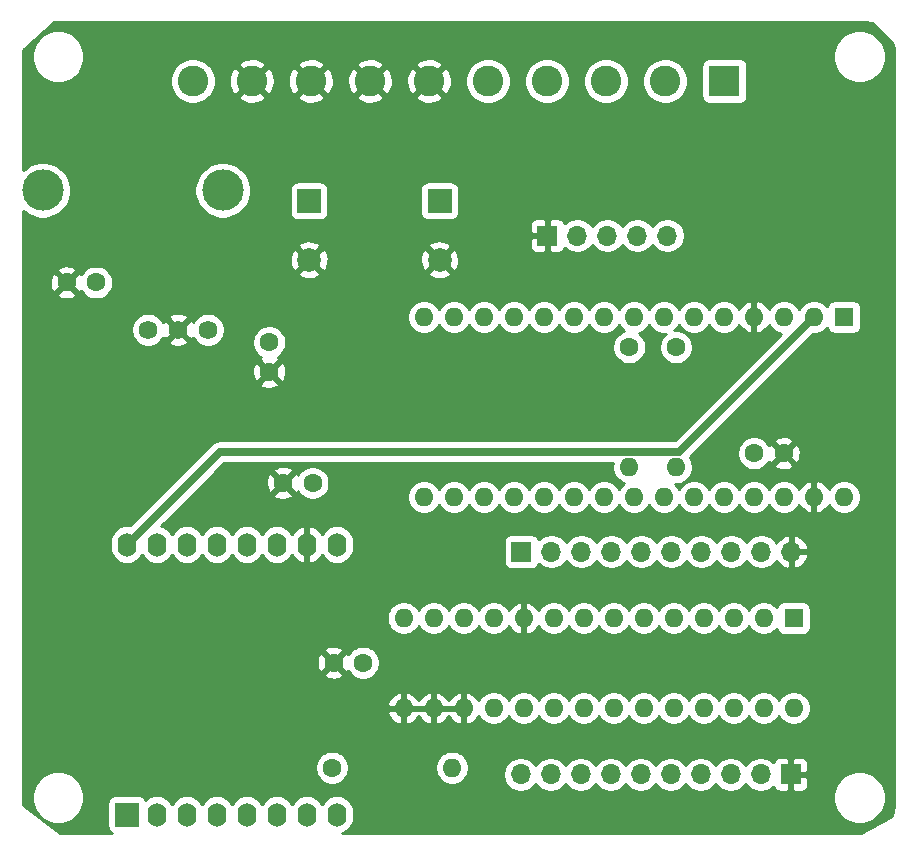
<source format=gbr>
%TF.GenerationSoftware,KiCad,Pcbnew,(5.1.9)-1*%
%TF.CreationDate,2021-11-25T16:44:50-06:00*%
%TF.ProjectId,RC8,5243382e-6b69-4636-9164-5f7063625858,rev?*%
%TF.SameCoordinates,Original*%
%TF.FileFunction,Copper,L2,Bot*%
%TF.FilePolarity,Positive*%
%FSLAX46Y46*%
G04 Gerber Fmt 4.6, Leading zero omitted, Abs format (unit mm)*
G04 Created by KiCad (PCBNEW (5.1.9)-1) date 2021-11-25 16:44:50*
%MOMM*%
%LPD*%
G01*
G04 APERTURE LIST*
%TA.AperFunction,ComponentPad*%
%ADD10C,2.600000*%
%TD*%
%TA.AperFunction,ComponentPad*%
%ADD11R,2.600000X2.600000*%
%TD*%
%TA.AperFunction,ComponentPad*%
%ADD12O,1.700000X1.700000*%
%TD*%
%TA.AperFunction,ComponentPad*%
%ADD13R,1.700000X1.700000*%
%TD*%
%TA.AperFunction,ComponentPad*%
%ADD14O,1.600000X2.000000*%
%TD*%
%TA.AperFunction,ComponentPad*%
%ADD15R,2.000000X2.000000*%
%TD*%
%TA.AperFunction,ComponentPad*%
%ADD16C,1.600000*%
%TD*%
%TA.AperFunction,ComponentPad*%
%ADD17C,2.000000*%
%TD*%
%TA.AperFunction,ComponentPad*%
%ADD18O,1.600000X1.600000*%
%TD*%
%TA.AperFunction,ComponentPad*%
%ADD19R,1.600000X1.600000*%
%TD*%
%TA.AperFunction,ComponentPad*%
%ADD20C,1.590000*%
%TD*%
%TA.AperFunction,ComponentPad*%
%ADD21C,3.500000*%
%TD*%
%TA.AperFunction,Conductor*%
%ADD22C,0.635000*%
%TD*%
%TA.AperFunction,Conductor*%
%ADD23C,0.254000*%
%TD*%
%TA.AperFunction,Conductor*%
%ADD24C,0.100000*%
%TD*%
G04 APERTURE END LIST*
D10*
%TO.P,J4,10*%
%TO.N,Net-(D1-PadA)*%
X65005740Y-45654180D03*
%TO.P,J4,9*%
%TO.N,GND*%
X70005740Y-45654180D03*
%TO.P,J4,8*%
X75005740Y-45654180D03*
%TO.P,J4,7*%
X80005740Y-45654180D03*
%TO.P,J4,6*%
X85005740Y-45654180D03*
%TO.P,J4,5*%
%TO.N,Net-(A1-Pad27)*%
X90005740Y-45654180D03*
%TO.P,J4,4*%
X95005740Y-45654180D03*
%TO.P,J4,3*%
X100005740Y-45654180D03*
%TO.P,J4,2*%
%TO.N,Net-(A1-Pad6)*%
X105005740Y-45654180D03*
D11*
%TO.P,J4,1*%
%TO.N,Net-(A1-Pad5)*%
X110005740Y-45654180D03*
%TD*%
D12*
%TO.P,J3,5*%
%TO.N,Net-(A1-Pad7)*%
X105178860Y-58742580D03*
%TO.P,J3,4*%
%TO.N,Net-(A1-Pad8)*%
X102638860Y-58742580D03*
%TO.P,J3,3*%
%TO.N,Net-(A1-Pad9)*%
X100098860Y-58742580D03*
%TO.P,J3,2*%
%TO.N,Net-(A1-Pad12)*%
X97558860Y-58742580D03*
D13*
%TO.P,J3,1*%
%TO.N,GND*%
X95018860Y-58742580D03*
%TD*%
D14*
%TO.P,U2,16*%
%TO.N,Net-(A1-Pad2)*%
X59423300Y-84907120D03*
%TO.P,U2,15*%
%TO.N,Net-(U2-Pad15)*%
X61963300Y-84907120D03*
%TO.P,U2,14*%
%TO.N,Net-(U2-Pad14)*%
X64503300Y-84907120D03*
%TO.P,U2,13*%
%TO.N,Net-(U2-Pad13)*%
X67043300Y-84907120D03*
%TO.P,U2,12*%
%TO.N,Net-(U2-Pad12)*%
X69583300Y-84907120D03*
%TO.P,U2,11*%
%TO.N,Net-(U2-Pad11)*%
X72123300Y-84907120D03*
%TO.P,U2,10*%
%TO.N,GND*%
X74663300Y-84907120D03*
%TO.P,U2,9*%
%TO.N,Net-(A1-Pad27)*%
X77203300Y-84907120D03*
%TO.P,U2,8*%
%TO.N,Net-(U2-Pad8)*%
X77203300Y-107767120D03*
%TO.P,U2,7*%
%TO.N,Net-(U2-Pad7)*%
X74663300Y-107767120D03*
%TO.P,U2,6*%
%TO.N,Net-(U2-Pad6)*%
X72123300Y-107767120D03*
%TO.P,U2,5*%
%TO.N,Net-(U2-Pad5)*%
X69583300Y-107767120D03*
%TO.P,U2,4*%
%TO.N,Net-(U2-Pad4)*%
X67043300Y-107767120D03*
%TO.P,U2,3*%
%TO.N,Net-(U2-Pad3)*%
X64503300Y-107767120D03*
D15*
%TO.P,U2,1*%
%TO.N,Net-(U2-Pad1)*%
X59423300Y-107767120D03*
D14*
%TO.P,U2,2*%
%TO.N,Net-(U2-Pad2)*%
X61963300Y-107767120D03*
%TD*%
D16*
%TO.P,C4,2*%
%TO.N,Net-(A1-Pad27)*%
X75146540Y-79689960D03*
%TO.P,C4,1*%
%TO.N,GND*%
X72646540Y-79689960D03*
%TD*%
D12*
%TO.P,J1,10*%
%TO.N,GND*%
X115685880Y-85498940D03*
%TO.P,J1,9*%
%TO.N,Net-(J1-Pad9)*%
X113145880Y-85498940D03*
%TO.P,J1,8*%
%TO.N,Net-(J1-Pad8)*%
X110605880Y-85498940D03*
%TO.P,J1,7*%
%TO.N,Net-(J1-Pad7)*%
X108065880Y-85498940D03*
%TO.P,J1,6*%
%TO.N,Net-(J1-Pad6)*%
X105525880Y-85498940D03*
%TO.P,J1,5*%
%TO.N,Net-(J1-Pad5)*%
X102985880Y-85498940D03*
%TO.P,J1,4*%
%TO.N,Net-(J1-Pad4)*%
X100445880Y-85498940D03*
%TO.P,J1,3*%
%TO.N,Net-(J1-Pad3)*%
X97905880Y-85498940D03*
%TO.P,J1,2*%
%TO.N,Net-(J1-Pad2)*%
X95365880Y-85498940D03*
D13*
%TO.P,J1,1*%
%TO.N,Net-(A1-Pad27)*%
X92825880Y-85498940D03*
%TD*%
D12*
%TO.P,J2,10*%
%TO.N,Net-(A1-Pad27)*%
X92765880Y-104371140D03*
%TO.P,J2,9*%
%TO.N,Net-(J2-Pad9)*%
X95305880Y-104371140D03*
%TO.P,J2,8*%
%TO.N,Net-(J2-Pad8)*%
X97845880Y-104371140D03*
%TO.P,J2,7*%
%TO.N,Net-(J2-Pad7)*%
X100385880Y-104371140D03*
%TO.P,J2,6*%
%TO.N,Net-(J2-Pad6)*%
X102925880Y-104371140D03*
%TO.P,J2,5*%
%TO.N,Net-(J2-Pad5)*%
X105465880Y-104371140D03*
%TO.P,J2,4*%
%TO.N,Net-(J2-Pad4)*%
X108005880Y-104371140D03*
%TO.P,J2,3*%
%TO.N,Net-(J2-Pad3)*%
X110545880Y-104371140D03*
%TO.P,J2,2*%
%TO.N,Net-(J2-Pad2)*%
X113085880Y-104371140D03*
D13*
%TO.P,J2,1*%
%TO.N,GND*%
X115625880Y-104371140D03*
%TD*%
D17*
%TO.P,C1,2*%
%TO.N,GND*%
X85895180Y-60798720D03*
D15*
%TO.P,C1,1*%
%TO.N,Net-(A1-Pad27)*%
X85895180Y-55798720D03*
%TD*%
D18*
%TO.P,U1,28*%
%TO.N,Net-(J2-Pad2)*%
X115875880Y-98755040D03*
%TO.P,U1,14*%
%TO.N,Net-(U1-Pad14)*%
X82855880Y-91135040D03*
%TO.P,U1,27*%
%TO.N,Net-(J2-Pad3)*%
X113335880Y-98755040D03*
%TO.P,U1,13*%
%TO.N,Net-(A1-Pad23)*%
X85395880Y-91135040D03*
%TO.P,U1,26*%
%TO.N,Net-(J2-Pad4)*%
X110795880Y-98755040D03*
%TO.P,U1,12*%
%TO.N,Net-(A1-Pad24)*%
X87935880Y-91135040D03*
%TO.P,U1,25*%
%TO.N,Net-(J2-Pad5)*%
X108255880Y-98755040D03*
%TO.P,U1,11*%
%TO.N,Net-(U1-Pad11)*%
X90475880Y-91135040D03*
%TO.P,U1,24*%
%TO.N,Net-(J2-Pad6)*%
X105715880Y-98755040D03*
%TO.P,U1,10*%
%TO.N,GND*%
X93015880Y-91135040D03*
%TO.P,U1,23*%
%TO.N,Net-(J2-Pad7)*%
X103175880Y-98755040D03*
%TO.P,U1,9*%
%TO.N,Net-(A1-Pad27)*%
X95555880Y-91135040D03*
%TO.P,U1,22*%
%TO.N,Net-(J2-Pad8)*%
X100635880Y-98755040D03*
%TO.P,U1,8*%
%TO.N,Net-(J1-Pad2)*%
X98095880Y-91135040D03*
%TO.P,U1,21*%
%TO.N,Net-(J2-Pad9)*%
X98095880Y-98755040D03*
%TO.P,U1,7*%
%TO.N,Net-(J1-Pad3)*%
X100635880Y-91135040D03*
%TO.P,U1,20*%
%TO.N,Net-(U1-Pad20)*%
X95555880Y-98755040D03*
%TO.P,U1,6*%
%TO.N,Net-(J1-Pad4)*%
X103175880Y-91135040D03*
%TO.P,U1,19*%
%TO.N,Net-(U1-Pad19)*%
X93015880Y-98755040D03*
%TO.P,U1,5*%
%TO.N,Net-(J1-Pad5)*%
X105715880Y-91135040D03*
%TO.P,U1,18*%
%TO.N,Net-(R1-Pad2)*%
X90475880Y-98755040D03*
%TO.P,U1,4*%
%TO.N,Net-(J1-Pad6)*%
X108255880Y-91135040D03*
%TO.P,U1,17*%
%TO.N,GND*%
X87935880Y-98755040D03*
%TO.P,U1,3*%
%TO.N,Net-(J1-Pad7)*%
X110795880Y-91135040D03*
%TO.P,U1,16*%
%TO.N,GND*%
X85395880Y-98755040D03*
%TO.P,U1,2*%
%TO.N,Net-(J1-Pad8)*%
X113335880Y-91135040D03*
%TO.P,U1,15*%
%TO.N,GND*%
X82855880Y-98755040D03*
D19*
%TO.P,U1,1*%
%TO.N,Net-(J1-Pad9)*%
X115875880Y-91135040D03*
%TD*%
D20*
%TO.P,RG1,3*%
%TO.N,Net-(A1-Pad27)*%
X66306700Y-66716800D03*
%TO.P,RG1,2*%
%TO.N,GND*%
X63766700Y-66716800D03*
%TO.P,RG1,1*%
%TO.N,Net-(C5-Pad1)*%
X61226700Y-66716800D03*
%TD*%
D18*
%TO.P,R2,2*%
%TO.N,Net-(A1-Pad23)*%
X101965760Y-78364080D03*
D16*
%TO.P,R2,1*%
%TO.N,Net-(A1-Pad27)*%
X101965760Y-68204080D03*
%TD*%
D18*
%TO.P,R3,2*%
%TO.N,Net-(A1-Pad24)*%
X105928160Y-78364080D03*
D16*
%TO.P,R3,1*%
%TO.N,Net-(A1-Pad27)*%
X105928160Y-68204080D03*
%TD*%
%TO.P,R1,1*%
%TO.N,Net-(A1-Pad27)*%
X76784200Y-103789480D03*
D18*
%TO.P,R1,2*%
%TO.N,Net-(R1-Pad2)*%
X86944200Y-103789480D03*
%TD*%
D21*
%TO.P,D1,C*%
%TO.N,Net-(C5-Pad1)*%
X67536060Y-54919880D03*
%TO.P,D1,A*%
%TO.N,Net-(D1-PadA)*%
X52296060Y-54919880D03*
%TD*%
D16*
%TO.P,C7,2*%
%TO.N,Net-(A1-Pad27)*%
X112526440Y-77182980D03*
%TO.P,C7,1*%
%TO.N,GND*%
X115026440Y-77182980D03*
%TD*%
D17*
%TO.P,C6,2*%
%TO.N,GND*%
X74856340Y-60798720D03*
D15*
%TO.P,C6,1*%
%TO.N,Net-(C5-Pad1)*%
X74856340Y-55798720D03*
%TD*%
D16*
%TO.P,C5,2*%
%TO.N,GND*%
X54329960Y-62717680D03*
%TO.P,C5,1*%
%TO.N,Net-(C5-Pad1)*%
X56829960Y-62717680D03*
%TD*%
%TO.P,C3,2*%
%TO.N,Net-(A1-Pad27)*%
X79421360Y-94902020D03*
%TO.P,C3,1*%
%TO.N,GND*%
X76921360Y-94902020D03*
%TD*%
%TO.P,C2,2*%
%TO.N,GND*%
X71478140Y-70290060D03*
%TO.P,C2,1*%
%TO.N,Net-(A1-Pad27)*%
X71478140Y-67790060D03*
%TD*%
D18*
%TO.P,A1,16*%
%TO.N,Net-(A1-Pad16)*%
X84582000Y-80873600D03*
%TO.P,A1,15*%
%TO.N,Net-(A1-Pad15)*%
X84582000Y-65633600D03*
%TO.P,A1,30*%
%TO.N,Net-(A1-Pad30)*%
X120142000Y-80873600D03*
%TO.P,A1,14*%
%TO.N,Net-(A1-Pad14)*%
X87122000Y-65633600D03*
%TO.P,A1,29*%
%TO.N,GND*%
X117602000Y-80873600D03*
%TO.P,A1,13*%
%TO.N,Net-(A1-Pad13)*%
X89662000Y-65633600D03*
%TO.P,A1,28*%
%TO.N,Net-(A1-Pad28)*%
X115062000Y-80873600D03*
%TO.P,A1,12*%
%TO.N,Net-(A1-Pad12)*%
X92202000Y-65633600D03*
%TO.P,A1,27*%
%TO.N,Net-(A1-Pad27)*%
X112522000Y-80873600D03*
%TO.P,A1,11*%
%TO.N,Net-(A1-Pad11)*%
X94742000Y-65633600D03*
%TO.P,A1,26*%
%TO.N,Net-(A1-Pad26)*%
X109982000Y-80873600D03*
%TO.P,A1,10*%
%TO.N,Net-(A1-Pad10)*%
X97282000Y-65633600D03*
%TO.P,A1,25*%
%TO.N,Net-(A1-Pad25)*%
X107442000Y-80873600D03*
%TO.P,A1,9*%
%TO.N,Net-(A1-Pad9)*%
X99822000Y-65633600D03*
%TO.P,A1,24*%
%TO.N,Net-(A1-Pad24)*%
X104902000Y-80873600D03*
%TO.P,A1,8*%
%TO.N,Net-(A1-Pad8)*%
X102362000Y-65633600D03*
%TO.P,A1,23*%
%TO.N,Net-(A1-Pad23)*%
X102362000Y-80873600D03*
%TO.P,A1,7*%
%TO.N,Net-(A1-Pad7)*%
X104902000Y-65633600D03*
%TO.P,A1,22*%
%TO.N,Net-(A1-Pad22)*%
X99822000Y-80873600D03*
%TO.P,A1,6*%
%TO.N,Net-(A1-Pad6)*%
X107442000Y-65633600D03*
%TO.P,A1,21*%
%TO.N,Net-(A1-Pad21)*%
X97282000Y-80873600D03*
%TO.P,A1,5*%
%TO.N,Net-(A1-Pad5)*%
X109982000Y-65633600D03*
%TO.P,A1,20*%
%TO.N,Net-(A1-Pad20)*%
X94742000Y-80873600D03*
%TO.P,A1,4*%
%TO.N,GND*%
X112522000Y-65633600D03*
%TO.P,A1,19*%
%TO.N,Net-(A1-Pad19)*%
X92202000Y-80873600D03*
%TO.P,A1,3*%
%TO.N,Net-(A1-Pad3)*%
X115062000Y-65633600D03*
%TO.P,A1,18*%
%TO.N,Net-(A1-Pad18)*%
X89662000Y-80873600D03*
%TO.P,A1,2*%
%TO.N,Net-(A1-Pad2)*%
X117602000Y-65633600D03*
%TO.P,A1,17*%
%TO.N,Net-(A1-Pad17)*%
X87122000Y-80873600D03*
D19*
%TO.P,A1,1*%
%TO.N,Net-(A1-Pad1)*%
X120142000Y-65633600D03*
%TD*%
D22*
%TO.N,Net-(A1-Pad2)*%
X67283841Y-77046579D02*
X106189021Y-77046579D01*
X106189021Y-77046579D02*
X117602000Y-65633600D01*
X59423300Y-84907120D02*
X67283841Y-77046579D01*
%TD*%
D23*
%TO.N,GND*%
X122453893Y-40707670D02*
X122531657Y-40731148D01*
X124277372Y-42492206D01*
X124289106Y-42530113D01*
X124340000Y-43014344D01*
X124340001Y-106967711D01*
X124292330Y-107453894D01*
X124164549Y-107877125D01*
X121604518Y-109340000D01*
X77620943Y-109340000D01*
X77755108Y-109299302D01*
X78004401Y-109166052D01*
X78222908Y-108986728D01*
X78402232Y-108768221D01*
X78535482Y-108518927D01*
X78617536Y-108248428D01*
X78638300Y-108037611D01*
X78638300Y-107496628D01*
X78617536Y-107285811D01*
X78535482Y-107015312D01*
X78402232Y-106766019D01*
X78222907Y-106547512D01*
X78004400Y-106368188D01*
X77755107Y-106234938D01*
X77484608Y-106152884D01*
X77203300Y-106125177D01*
X76921991Y-106152884D01*
X76651492Y-106234938D01*
X76402199Y-106368188D01*
X76183692Y-106547513D01*
X76004368Y-106766020D01*
X75933300Y-106898978D01*
X75862232Y-106766019D01*
X75682907Y-106547512D01*
X75464400Y-106368188D01*
X75215107Y-106234938D01*
X74944608Y-106152884D01*
X74663300Y-106125177D01*
X74381991Y-106152884D01*
X74111492Y-106234938D01*
X73862199Y-106368188D01*
X73643692Y-106547513D01*
X73464368Y-106766020D01*
X73393300Y-106898978D01*
X73322232Y-106766019D01*
X73142907Y-106547512D01*
X72924400Y-106368188D01*
X72675107Y-106234938D01*
X72404608Y-106152884D01*
X72123300Y-106125177D01*
X71841991Y-106152884D01*
X71571492Y-106234938D01*
X71322199Y-106368188D01*
X71103692Y-106547513D01*
X70924368Y-106766020D01*
X70853300Y-106898978D01*
X70782232Y-106766019D01*
X70602907Y-106547512D01*
X70384400Y-106368188D01*
X70135107Y-106234938D01*
X69864608Y-106152884D01*
X69583300Y-106125177D01*
X69301991Y-106152884D01*
X69031492Y-106234938D01*
X68782199Y-106368188D01*
X68563692Y-106547513D01*
X68384368Y-106766020D01*
X68313300Y-106898978D01*
X68242232Y-106766019D01*
X68062907Y-106547512D01*
X67844400Y-106368188D01*
X67595107Y-106234938D01*
X67324608Y-106152884D01*
X67043300Y-106125177D01*
X66761991Y-106152884D01*
X66491492Y-106234938D01*
X66242199Y-106368188D01*
X66023692Y-106547513D01*
X65844368Y-106766020D01*
X65773300Y-106898978D01*
X65702232Y-106766019D01*
X65522907Y-106547512D01*
X65304400Y-106368188D01*
X65055107Y-106234938D01*
X64784608Y-106152884D01*
X64503300Y-106125177D01*
X64221991Y-106152884D01*
X63951492Y-106234938D01*
X63702199Y-106368188D01*
X63483692Y-106547513D01*
X63304368Y-106766020D01*
X63233300Y-106898978D01*
X63162232Y-106766019D01*
X62982907Y-106547512D01*
X62764400Y-106368188D01*
X62515107Y-106234938D01*
X62244608Y-106152884D01*
X61963300Y-106125177D01*
X61681991Y-106152884D01*
X61411492Y-106234938D01*
X61162199Y-106368188D01*
X61000859Y-106500597D01*
X60953837Y-106412626D01*
X60874485Y-106315935D01*
X60777794Y-106236583D01*
X60667480Y-106177618D01*
X60547782Y-106141308D01*
X60423300Y-106129048D01*
X58423300Y-106129048D01*
X58298818Y-106141308D01*
X58179120Y-106177618D01*
X58068806Y-106236583D01*
X57972115Y-106315935D01*
X57892763Y-106412626D01*
X57833798Y-106522940D01*
X57797488Y-106642638D01*
X57785228Y-106767120D01*
X57785228Y-108767120D01*
X57797488Y-108891602D01*
X57833798Y-109011300D01*
X57892763Y-109121614D01*
X57972115Y-109218305D01*
X58068806Y-109297657D01*
X58148023Y-109340000D01*
X53778499Y-109340000D01*
X50660000Y-106920813D01*
X50660000Y-106096652D01*
X51364080Y-106096652D01*
X51364080Y-106536908D01*
X51449970Y-106968705D01*
X51618449Y-107375449D01*
X51863042Y-107741509D01*
X52174351Y-108052818D01*
X52540411Y-108297411D01*
X52947155Y-108465890D01*
X53378952Y-108551780D01*
X53819208Y-108551780D01*
X54251005Y-108465890D01*
X54657749Y-108297411D01*
X55023809Y-108052818D01*
X55335118Y-107741509D01*
X55579711Y-107375449D01*
X55748190Y-106968705D01*
X55834080Y-106536908D01*
X55834080Y-106096652D01*
X119197320Y-106096652D01*
X119197320Y-106536908D01*
X119283210Y-106968705D01*
X119451689Y-107375449D01*
X119696282Y-107741509D01*
X120007591Y-108052818D01*
X120373651Y-108297411D01*
X120780395Y-108465890D01*
X121212192Y-108551780D01*
X121652448Y-108551780D01*
X122084245Y-108465890D01*
X122490989Y-108297411D01*
X122857049Y-108052818D01*
X123168358Y-107741509D01*
X123412951Y-107375449D01*
X123581430Y-106968705D01*
X123667320Y-106536908D01*
X123667320Y-106096652D01*
X123581430Y-105664855D01*
X123412951Y-105258111D01*
X123168358Y-104892051D01*
X122857049Y-104580742D01*
X122490989Y-104336149D01*
X122084245Y-104167670D01*
X121652448Y-104081780D01*
X121212192Y-104081780D01*
X120780395Y-104167670D01*
X120373651Y-104336149D01*
X120007591Y-104580742D01*
X119696282Y-104892051D01*
X119451689Y-105258111D01*
X119283210Y-105664855D01*
X119197320Y-106096652D01*
X55834080Y-106096652D01*
X55748190Y-105664855D01*
X55579711Y-105258111D01*
X55335118Y-104892051D01*
X55023809Y-104580742D01*
X54657749Y-104336149D01*
X54251005Y-104167670D01*
X53819208Y-104081780D01*
X53378952Y-104081780D01*
X52947155Y-104167670D01*
X52540411Y-104336149D01*
X52174351Y-104580742D01*
X51863042Y-104892051D01*
X51618449Y-105258111D01*
X51449970Y-105664855D01*
X51364080Y-106096652D01*
X50660000Y-106096652D01*
X50660000Y-103648145D01*
X75349200Y-103648145D01*
X75349200Y-103930815D01*
X75404347Y-104208054D01*
X75512520Y-104469207D01*
X75669563Y-104704239D01*
X75869441Y-104904117D01*
X76104473Y-105061160D01*
X76365626Y-105169333D01*
X76642865Y-105224480D01*
X76925535Y-105224480D01*
X77202774Y-105169333D01*
X77463927Y-105061160D01*
X77698959Y-104904117D01*
X77898837Y-104704239D01*
X78055880Y-104469207D01*
X78164053Y-104208054D01*
X78219200Y-103930815D01*
X78219200Y-103648145D01*
X85509200Y-103648145D01*
X85509200Y-103930815D01*
X85564347Y-104208054D01*
X85672520Y-104469207D01*
X85829563Y-104704239D01*
X86029441Y-104904117D01*
X86264473Y-105061160D01*
X86525626Y-105169333D01*
X86802865Y-105224480D01*
X87085535Y-105224480D01*
X87362774Y-105169333D01*
X87623927Y-105061160D01*
X87858959Y-104904117D01*
X88058837Y-104704239D01*
X88215880Y-104469207D01*
X88317083Y-104224880D01*
X91280880Y-104224880D01*
X91280880Y-104517400D01*
X91337948Y-104804298D01*
X91449890Y-105074551D01*
X91612405Y-105317772D01*
X91819248Y-105524615D01*
X92062469Y-105687130D01*
X92332722Y-105799072D01*
X92619620Y-105856140D01*
X92912140Y-105856140D01*
X93199038Y-105799072D01*
X93469291Y-105687130D01*
X93712512Y-105524615D01*
X93919355Y-105317772D01*
X94035880Y-105143380D01*
X94152405Y-105317772D01*
X94359248Y-105524615D01*
X94602469Y-105687130D01*
X94872722Y-105799072D01*
X95159620Y-105856140D01*
X95452140Y-105856140D01*
X95739038Y-105799072D01*
X96009291Y-105687130D01*
X96252512Y-105524615D01*
X96459355Y-105317772D01*
X96575880Y-105143380D01*
X96692405Y-105317772D01*
X96899248Y-105524615D01*
X97142469Y-105687130D01*
X97412722Y-105799072D01*
X97699620Y-105856140D01*
X97992140Y-105856140D01*
X98279038Y-105799072D01*
X98549291Y-105687130D01*
X98792512Y-105524615D01*
X98999355Y-105317772D01*
X99115880Y-105143380D01*
X99232405Y-105317772D01*
X99439248Y-105524615D01*
X99682469Y-105687130D01*
X99952722Y-105799072D01*
X100239620Y-105856140D01*
X100532140Y-105856140D01*
X100819038Y-105799072D01*
X101089291Y-105687130D01*
X101332512Y-105524615D01*
X101539355Y-105317772D01*
X101655880Y-105143380D01*
X101772405Y-105317772D01*
X101979248Y-105524615D01*
X102222469Y-105687130D01*
X102492722Y-105799072D01*
X102779620Y-105856140D01*
X103072140Y-105856140D01*
X103359038Y-105799072D01*
X103629291Y-105687130D01*
X103872512Y-105524615D01*
X104079355Y-105317772D01*
X104195880Y-105143380D01*
X104312405Y-105317772D01*
X104519248Y-105524615D01*
X104762469Y-105687130D01*
X105032722Y-105799072D01*
X105319620Y-105856140D01*
X105612140Y-105856140D01*
X105899038Y-105799072D01*
X106169291Y-105687130D01*
X106412512Y-105524615D01*
X106619355Y-105317772D01*
X106735880Y-105143380D01*
X106852405Y-105317772D01*
X107059248Y-105524615D01*
X107302469Y-105687130D01*
X107572722Y-105799072D01*
X107859620Y-105856140D01*
X108152140Y-105856140D01*
X108439038Y-105799072D01*
X108709291Y-105687130D01*
X108952512Y-105524615D01*
X109159355Y-105317772D01*
X109275880Y-105143380D01*
X109392405Y-105317772D01*
X109599248Y-105524615D01*
X109842469Y-105687130D01*
X110112722Y-105799072D01*
X110399620Y-105856140D01*
X110692140Y-105856140D01*
X110979038Y-105799072D01*
X111249291Y-105687130D01*
X111492512Y-105524615D01*
X111699355Y-105317772D01*
X111815880Y-105143380D01*
X111932405Y-105317772D01*
X112139248Y-105524615D01*
X112382469Y-105687130D01*
X112652722Y-105799072D01*
X112939620Y-105856140D01*
X113232140Y-105856140D01*
X113519038Y-105799072D01*
X113789291Y-105687130D01*
X114032512Y-105524615D01*
X114164367Y-105392760D01*
X114186378Y-105465320D01*
X114245343Y-105575634D01*
X114324695Y-105672325D01*
X114421386Y-105751677D01*
X114531700Y-105810642D01*
X114651398Y-105846952D01*
X114775880Y-105859212D01*
X115340130Y-105856140D01*
X115498880Y-105697390D01*
X115498880Y-104498140D01*
X115752880Y-104498140D01*
X115752880Y-105697390D01*
X115911630Y-105856140D01*
X116475880Y-105859212D01*
X116600362Y-105846952D01*
X116720060Y-105810642D01*
X116830374Y-105751677D01*
X116927065Y-105672325D01*
X117006417Y-105575634D01*
X117065382Y-105465320D01*
X117101692Y-105345622D01*
X117113952Y-105221140D01*
X117110880Y-104656890D01*
X116952130Y-104498140D01*
X115752880Y-104498140D01*
X115498880Y-104498140D01*
X115478880Y-104498140D01*
X115478880Y-104244140D01*
X115498880Y-104244140D01*
X115498880Y-103044890D01*
X115752880Y-103044890D01*
X115752880Y-104244140D01*
X116952130Y-104244140D01*
X117110880Y-104085390D01*
X117113952Y-103521140D01*
X117101692Y-103396658D01*
X117065382Y-103276960D01*
X117006417Y-103166646D01*
X116927065Y-103069955D01*
X116830374Y-102990603D01*
X116720060Y-102931638D01*
X116600362Y-102895328D01*
X116475880Y-102883068D01*
X115911630Y-102886140D01*
X115752880Y-103044890D01*
X115498880Y-103044890D01*
X115340130Y-102886140D01*
X114775880Y-102883068D01*
X114651398Y-102895328D01*
X114531700Y-102931638D01*
X114421386Y-102990603D01*
X114324695Y-103069955D01*
X114245343Y-103166646D01*
X114186378Y-103276960D01*
X114164367Y-103349520D01*
X114032512Y-103217665D01*
X113789291Y-103055150D01*
X113519038Y-102943208D01*
X113232140Y-102886140D01*
X112939620Y-102886140D01*
X112652722Y-102943208D01*
X112382469Y-103055150D01*
X112139248Y-103217665D01*
X111932405Y-103424508D01*
X111815880Y-103598900D01*
X111699355Y-103424508D01*
X111492512Y-103217665D01*
X111249291Y-103055150D01*
X110979038Y-102943208D01*
X110692140Y-102886140D01*
X110399620Y-102886140D01*
X110112722Y-102943208D01*
X109842469Y-103055150D01*
X109599248Y-103217665D01*
X109392405Y-103424508D01*
X109275880Y-103598900D01*
X109159355Y-103424508D01*
X108952512Y-103217665D01*
X108709291Y-103055150D01*
X108439038Y-102943208D01*
X108152140Y-102886140D01*
X107859620Y-102886140D01*
X107572722Y-102943208D01*
X107302469Y-103055150D01*
X107059248Y-103217665D01*
X106852405Y-103424508D01*
X106735880Y-103598900D01*
X106619355Y-103424508D01*
X106412512Y-103217665D01*
X106169291Y-103055150D01*
X105899038Y-102943208D01*
X105612140Y-102886140D01*
X105319620Y-102886140D01*
X105032722Y-102943208D01*
X104762469Y-103055150D01*
X104519248Y-103217665D01*
X104312405Y-103424508D01*
X104195880Y-103598900D01*
X104079355Y-103424508D01*
X103872512Y-103217665D01*
X103629291Y-103055150D01*
X103359038Y-102943208D01*
X103072140Y-102886140D01*
X102779620Y-102886140D01*
X102492722Y-102943208D01*
X102222469Y-103055150D01*
X101979248Y-103217665D01*
X101772405Y-103424508D01*
X101655880Y-103598900D01*
X101539355Y-103424508D01*
X101332512Y-103217665D01*
X101089291Y-103055150D01*
X100819038Y-102943208D01*
X100532140Y-102886140D01*
X100239620Y-102886140D01*
X99952722Y-102943208D01*
X99682469Y-103055150D01*
X99439248Y-103217665D01*
X99232405Y-103424508D01*
X99115880Y-103598900D01*
X98999355Y-103424508D01*
X98792512Y-103217665D01*
X98549291Y-103055150D01*
X98279038Y-102943208D01*
X97992140Y-102886140D01*
X97699620Y-102886140D01*
X97412722Y-102943208D01*
X97142469Y-103055150D01*
X96899248Y-103217665D01*
X96692405Y-103424508D01*
X96575880Y-103598900D01*
X96459355Y-103424508D01*
X96252512Y-103217665D01*
X96009291Y-103055150D01*
X95739038Y-102943208D01*
X95452140Y-102886140D01*
X95159620Y-102886140D01*
X94872722Y-102943208D01*
X94602469Y-103055150D01*
X94359248Y-103217665D01*
X94152405Y-103424508D01*
X94035880Y-103598900D01*
X93919355Y-103424508D01*
X93712512Y-103217665D01*
X93469291Y-103055150D01*
X93199038Y-102943208D01*
X92912140Y-102886140D01*
X92619620Y-102886140D01*
X92332722Y-102943208D01*
X92062469Y-103055150D01*
X91819248Y-103217665D01*
X91612405Y-103424508D01*
X91449890Y-103667729D01*
X91337948Y-103937982D01*
X91280880Y-104224880D01*
X88317083Y-104224880D01*
X88324053Y-104208054D01*
X88379200Y-103930815D01*
X88379200Y-103648145D01*
X88324053Y-103370906D01*
X88215880Y-103109753D01*
X88058837Y-102874721D01*
X87858959Y-102674843D01*
X87623927Y-102517800D01*
X87362774Y-102409627D01*
X87085535Y-102354480D01*
X86802865Y-102354480D01*
X86525626Y-102409627D01*
X86264473Y-102517800D01*
X86029441Y-102674843D01*
X85829563Y-102874721D01*
X85672520Y-103109753D01*
X85564347Y-103370906D01*
X85509200Y-103648145D01*
X78219200Y-103648145D01*
X78164053Y-103370906D01*
X78055880Y-103109753D01*
X77898837Y-102874721D01*
X77698959Y-102674843D01*
X77463927Y-102517800D01*
X77202774Y-102409627D01*
X76925535Y-102354480D01*
X76642865Y-102354480D01*
X76365626Y-102409627D01*
X76104473Y-102517800D01*
X75869441Y-102674843D01*
X75669563Y-102874721D01*
X75512520Y-103109753D01*
X75404347Y-103370906D01*
X75349200Y-103648145D01*
X50660000Y-103648145D01*
X50660000Y-99104080D01*
X81463971Y-99104080D01*
X81558810Y-99368921D01*
X81703495Y-99610171D01*
X81892466Y-99818559D01*
X82118460Y-99986077D01*
X82372793Y-100106286D01*
X82506841Y-100146944D01*
X82728880Y-100024955D01*
X82728880Y-98882040D01*
X82982880Y-98882040D01*
X82982880Y-100024955D01*
X83204919Y-100146944D01*
X83338967Y-100106286D01*
X83593300Y-99986077D01*
X83819294Y-99818559D01*
X84008265Y-99610171D01*
X84125880Y-99414058D01*
X84243495Y-99610171D01*
X84432466Y-99818559D01*
X84658460Y-99986077D01*
X84912793Y-100106286D01*
X85046841Y-100146944D01*
X85268880Y-100024955D01*
X85268880Y-98882040D01*
X85522880Y-98882040D01*
X85522880Y-100024955D01*
X85744919Y-100146944D01*
X85878967Y-100106286D01*
X86133300Y-99986077D01*
X86359294Y-99818559D01*
X86548265Y-99610171D01*
X86665880Y-99414058D01*
X86783495Y-99610171D01*
X86972466Y-99818559D01*
X87198460Y-99986077D01*
X87452793Y-100106286D01*
X87586841Y-100146944D01*
X87808880Y-100024955D01*
X87808880Y-98882040D01*
X85522880Y-98882040D01*
X85268880Y-98882040D01*
X82982880Y-98882040D01*
X82728880Y-98882040D01*
X81585256Y-98882040D01*
X81463971Y-99104080D01*
X50660000Y-99104080D01*
X50660000Y-98406000D01*
X81463971Y-98406000D01*
X81585256Y-98628040D01*
X82728880Y-98628040D01*
X82728880Y-97485125D01*
X82982880Y-97485125D01*
X82982880Y-98628040D01*
X85268880Y-98628040D01*
X85268880Y-97485125D01*
X85522880Y-97485125D01*
X85522880Y-98628040D01*
X87808880Y-98628040D01*
X87808880Y-97485125D01*
X88062880Y-97485125D01*
X88062880Y-98628040D01*
X88082880Y-98628040D01*
X88082880Y-98882040D01*
X88062880Y-98882040D01*
X88062880Y-100024955D01*
X88284919Y-100146944D01*
X88418967Y-100106286D01*
X88673300Y-99986077D01*
X88899294Y-99818559D01*
X89088265Y-99610171D01*
X89199813Y-99424175D01*
X89204200Y-99434767D01*
X89361243Y-99669799D01*
X89561121Y-99869677D01*
X89796153Y-100026720D01*
X90057306Y-100134893D01*
X90334545Y-100190040D01*
X90617215Y-100190040D01*
X90894454Y-100134893D01*
X91155607Y-100026720D01*
X91390639Y-99869677D01*
X91590517Y-99669799D01*
X91745880Y-99437281D01*
X91901243Y-99669799D01*
X92101121Y-99869677D01*
X92336153Y-100026720D01*
X92597306Y-100134893D01*
X92874545Y-100190040D01*
X93157215Y-100190040D01*
X93434454Y-100134893D01*
X93695607Y-100026720D01*
X93930639Y-99869677D01*
X94130517Y-99669799D01*
X94285880Y-99437281D01*
X94441243Y-99669799D01*
X94641121Y-99869677D01*
X94876153Y-100026720D01*
X95137306Y-100134893D01*
X95414545Y-100190040D01*
X95697215Y-100190040D01*
X95974454Y-100134893D01*
X96235607Y-100026720D01*
X96470639Y-99869677D01*
X96670517Y-99669799D01*
X96825880Y-99437281D01*
X96981243Y-99669799D01*
X97181121Y-99869677D01*
X97416153Y-100026720D01*
X97677306Y-100134893D01*
X97954545Y-100190040D01*
X98237215Y-100190040D01*
X98514454Y-100134893D01*
X98775607Y-100026720D01*
X99010639Y-99869677D01*
X99210517Y-99669799D01*
X99365880Y-99437281D01*
X99521243Y-99669799D01*
X99721121Y-99869677D01*
X99956153Y-100026720D01*
X100217306Y-100134893D01*
X100494545Y-100190040D01*
X100777215Y-100190040D01*
X101054454Y-100134893D01*
X101315607Y-100026720D01*
X101550639Y-99869677D01*
X101750517Y-99669799D01*
X101905880Y-99437281D01*
X102061243Y-99669799D01*
X102261121Y-99869677D01*
X102496153Y-100026720D01*
X102757306Y-100134893D01*
X103034545Y-100190040D01*
X103317215Y-100190040D01*
X103594454Y-100134893D01*
X103855607Y-100026720D01*
X104090639Y-99869677D01*
X104290517Y-99669799D01*
X104445880Y-99437281D01*
X104601243Y-99669799D01*
X104801121Y-99869677D01*
X105036153Y-100026720D01*
X105297306Y-100134893D01*
X105574545Y-100190040D01*
X105857215Y-100190040D01*
X106134454Y-100134893D01*
X106395607Y-100026720D01*
X106630639Y-99869677D01*
X106830517Y-99669799D01*
X106985880Y-99437281D01*
X107141243Y-99669799D01*
X107341121Y-99869677D01*
X107576153Y-100026720D01*
X107837306Y-100134893D01*
X108114545Y-100190040D01*
X108397215Y-100190040D01*
X108674454Y-100134893D01*
X108935607Y-100026720D01*
X109170639Y-99869677D01*
X109370517Y-99669799D01*
X109525880Y-99437281D01*
X109681243Y-99669799D01*
X109881121Y-99869677D01*
X110116153Y-100026720D01*
X110377306Y-100134893D01*
X110654545Y-100190040D01*
X110937215Y-100190040D01*
X111214454Y-100134893D01*
X111475607Y-100026720D01*
X111710639Y-99869677D01*
X111910517Y-99669799D01*
X112065880Y-99437281D01*
X112221243Y-99669799D01*
X112421121Y-99869677D01*
X112656153Y-100026720D01*
X112917306Y-100134893D01*
X113194545Y-100190040D01*
X113477215Y-100190040D01*
X113754454Y-100134893D01*
X114015607Y-100026720D01*
X114250639Y-99869677D01*
X114450517Y-99669799D01*
X114605880Y-99437281D01*
X114761243Y-99669799D01*
X114961121Y-99869677D01*
X115196153Y-100026720D01*
X115457306Y-100134893D01*
X115734545Y-100190040D01*
X116017215Y-100190040D01*
X116294454Y-100134893D01*
X116555607Y-100026720D01*
X116790639Y-99869677D01*
X116990517Y-99669799D01*
X117147560Y-99434767D01*
X117255733Y-99173614D01*
X117310880Y-98896375D01*
X117310880Y-98613705D01*
X117255733Y-98336466D01*
X117147560Y-98075313D01*
X116990517Y-97840281D01*
X116790639Y-97640403D01*
X116555607Y-97483360D01*
X116294454Y-97375187D01*
X116017215Y-97320040D01*
X115734545Y-97320040D01*
X115457306Y-97375187D01*
X115196153Y-97483360D01*
X114961121Y-97640403D01*
X114761243Y-97840281D01*
X114605880Y-98072799D01*
X114450517Y-97840281D01*
X114250639Y-97640403D01*
X114015607Y-97483360D01*
X113754454Y-97375187D01*
X113477215Y-97320040D01*
X113194545Y-97320040D01*
X112917306Y-97375187D01*
X112656153Y-97483360D01*
X112421121Y-97640403D01*
X112221243Y-97840281D01*
X112065880Y-98072799D01*
X111910517Y-97840281D01*
X111710639Y-97640403D01*
X111475607Y-97483360D01*
X111214454Y-97375187D01*
X110937215Y-97320040D01*
X110654545Y-97320040D01*
X110377306Y-97375187D01*
X110116153Y-97483360D01*
X109881121Y-97640403D01*
X109681243Y-97840281D01*
X109525880Y-98072799D01*
X109370517Y-97840281D01*
X109170639Y-97640403D01*
X108935607Y-97483360D01*
X108674454Y-97375187D01*
X108397215Y-97320040D01*
X108114545Y-97320040D01*
X107837306Y-97375187D01*
X107576153Y-97483360D01*
X107341121Y-97640403D01*
X107141243Y-97840281D01*
X106985880Y-98072799D01*
X106830517Y-97840281D01*
X106630639Y-97640403D01*
X106395607Y-97483360D01*
X106134454Y-97375187D01*
X105857215Y-97320040D01*
X105574545Y-97320040D01*
X105297306Y-97375187D01*
X105036153Y-97483360D01*
X104801121Y-97640403D01*
X104601243Y-97840281D01*
X104445880Y-98072799D01*
X104290517Y-97840281D01*
X104090639Y-97640403D01*
X103855607Y-97483360D01*
X103594454Y-97375187D01*
X103317215Y-97320040D01*
X103034545Y-97320040D01*
X102757306Y-97375187D01*
X102496153Y-97483360D01*
X102261121Y-97640403D01*
X102061243Y-97840281D01*
X101905880Y-98072799D01*
X101750517Y-97840281D01*
X101550639Y-97640403D01*
X101315607Y-97483360D01*
X101054454Y-97375187D01*
X100777215Y-97320040D01*
X100494545Y-97320040D01*
X100217306Y-97375187D01*
X99956153Y-97483360D01*
X99721121Y-97640403D01*
X99521243Y-97840281D01*
X99365880Y-98072799D01*
X99210517Y-97840281D01*
X99010639Y-97640403D01*
X98775607Y-97483360D01*
X98514454Y-97375187D01*
X98237215Y-97320040D01*
X97954545Y-97320040D01*
X97677306Y-97375187D01*
X97416153Y-97483360D01*
X97181121Y-97640403D01*
X96981243Y-97840281D01*
X96825880Y-98072799D01*
X96670517Y-97840281D01*
X96470639Y-97640403D01*
X96235607Y-97483360D01*
X95974454Y-97375187D01*
X95697215Y-97320040D01*
X95414545Y-97320040D01*
X95137306Y-97375187D01*
X94876153Y-97483360D01*
X94641121Y-97640403D01*
X94441243Y-97840281D01*
X94285880Y-98072799D01*
X94130517Y-97840281D01*
X93930639Y-97640403D01*
X93695607Y-97483360D01*
X93434454Y-97375187D01*
X93157215Y-97320040D01*
X92874545Y-97320040D01*
X92597306Y-97375187D01*
X92336153Y-97483360D01*
X92101121Y-97640403D01*
X91901243Y-97840281D01*
X91745880Y-98072799D01*
X91590517Y-97840281D01*
X91390639Y-97640403D01*
X91155607Y-97483360D01*
X90894454Y-97375187D01*
X90617215Y-97320040D01*
X90334545Y-97320040D01*
X90057306Y-97375187D01*
X89796153Y-97483360D01*
X89561121Y-97640403D01*
X89361243Y-97840281D01*
X89204200Y-98075313D01*
X89199813Y-98085905D01*
X89088265Y-97899909D01*
X88899294Y-97691521D01*
X88673300Y-97524003D01*
X88418967Y-97403794D01*
X88284919Y-97363136D01*
X88062880Y-97485125D01*
X87808880Y-97485125D01*
X87586841Y-97363136D01*
X87452793Y-97403794D01*
X87198460Y-97524003D01*
X86972466Y-97691521D01*
X86783495Y-97899909D01*
X86665880Y-98096022D01*
X86548265Y-97899909D01*
X86359294Y-97691521D01*
X86133300Y-97524003D01*
X85878967Y-97403794D01*
X85744919Y-97363136D01*
X85522880Y-97485125D01*
X85268880Y-97485125D01*
X85046841Y-97363136D01*
X84912793Y-97403794D01*
X84658460Y-97524003D01*
X84432466Y-97691521D01*
X84243495Y-97899909D01*
X84125880Y-98096022D01*
X84008265Y-97899909D01*
X83819294Y-97691521D01*
X83593300Y-97524003D01*
X83338967Y-97403794D01*
X83204919Y-97363136D01*
X82982880Y-97485125D01*
X82728880Y-97485125D01*
X82506841Y-97363136D01*
X82372793Y-97403794D01*
X82118460Y-97524003D01*
X81892466Y-97691521D01*
X81703495Y-97899909D01*
X81558810Y-98141159D01*
X81463971Y-98406000D01*
X50660000Y-98406000D01*
X50660000Y-95894722D01*
X76108263Y-95894722D01*
X76179846Y-96138691D01*
X76435356Y-96259591D01*
X76709544Y-96328320D01*
X76991872Y-96342237D01*
X77271490Y-96300807D01*
X77537652Y-96205623D01*
X77662874Y-96138691D01*
X77734457Y-95894722D01*
X76921360Y-95081625D01*
X76108263Y-95894722D01*
X50660000Y-95894722D01*
X50660000Y-94972532D01*
X75481143Y-94972532D01*
X75522573Y-95252150D01*
X75617757Y-95518312D01*
X75684689Y-95643534D01*
X75928658Y-95715117D01*
X76741755Y-94902020D01*
X77100965Y-94902020D01*
X77914062Y-95715117D01*
X78158031Y-95643534D01*
X78171684Y-95614679D01*
X78306723Y-95816779D01*
X78506601Y-96016657D01*
X78741633Y-96173700D01*
X79002786Y-96281873D01*
X79280025Y-96337020D01*
X79562695Y-96337020D01*
X79839934Y-96281873D01*
X80101087Y-96173700D01*
X80336119Y-96016657D01*
X80535997Y-95816779D01*
X80693040Y-95581747D01*
X80801213Y-95320594D01*
X80856360Y-95043355D01*
X80856360Y-94760685D01*
X80801213Y-94483446D01*
X80693040Y-94222293D01*
X80535997Y-93987261D01*
X80336119Y-93787383D01*
X80101087Y-93630340D01*
X79839934Y-93522167D01*
X79562695Y-93467020D01*
X79280025Y-93467020D01*
X79002786Y-93522167D01*
X78741633Y-93630340D01*
X78506601Y-93787383D01*
X78306723Y-93987261D01*
X78172668Y-94187889D01*
X78158031Y-94160506D01*
X77914062Y-94088923D01*
X77100965Y-94902020D01*
X76741755Y-94902020D01*
X75928658Y-94088923D01*
X75684689Y-94160506D01*
X75563789Y-94416016D01*
X75495060Y-94690204D01*
X75481143Y-94972532D01*
X50660000Y-94972532D01*
X50660000Y-93909318D01*
X76108263Y-93909318D01*
X76921360Y-94722415D01*
X77734457Y-93909318D01*
X77662874Y-93665349D01*
X77407364Y-93544449D01*
X77133176Y-93475720D01*
X76850848Y-93461803D01*
X76571230Y-93503233D01*
X76305068Y-93598417D01*
X76179846Y-93665349D01*
X76108263Y-93909318D01*
X50660000Y-93909318D01*
X50660000Y-90993705D01*
X81420880Y-90993705D01*
X81420880Y-91276375D01*
X81476027Y-91553614D01*
X81584200Y-91814767D01*
X81741243Y-92049799D01*
X81941121Y-92249677D01*
X82176153Y-92406720D01*
X82437306Y-92514893D01*
X82714545Y-92570040D01*
X82997215Y-92570040D01*
X83274454Y-92514893D01*
X83535607Y-92406720D01*
X83770639Y-92249677D01*
X83970517Y-92049799D01*
X84125880Y-91817281D01*
X84281243Y-92049799D01*
X84481121Y-92249677D01*
X84716153Y-92406720D01*
X84977306Y-92514893D01*
X85254545Y-92570040D01*
X85537215Y-92570040D01*
X85814454Y-92514893D01*
X86075607Y-92406720D01*
X86310639Y-92249677D01*
X86510517Y-92049799D01*
X86665880Y-91817281D01*
X86821243Y-92049799D01*
X87021121Y-92249677D01*
X87256153Y-92406720D01*
X87517306Y-92514893D01*
X87794545Y-92570040D01*
X88077215Y-92570040D01*
X88354454Y-92514893D01*
X88615607Y-92406720D01*
X88850639Y-92249677D01*
X89050517Y-92049799D01*
X89205880Y-91817281D01*
X89361243Y-92049799D01*
X89561121Y-92249677D01*
X89796153Y-92406720D01*
X90057306Y-92514893D01*
X90334545Y-92570040D01*
X90617215Y-92570040D01*
X90894454Y-92514893D01*
X91155607Y-92406720D01*
X91390639Y-92249677D01*
X91590517Y-92049799D01*
X91747560Y-91814767D01*
X91751947Y-91804175D01*
X91863495Y-91990171D01*
X92052466Y-92198559D01*
X92278460Y-92366077D01*
X92532793Y-92486286D01*
X92666841Y-92526944D01*
X92888880Y-92404955D01*
X92888880Y-91262040D01*
X92868880Y-91262040D01*
X92868880Y-91008040D01*
X92888880Y-91008040D01*
X92888880Y-89865125D01*
X93142880Y-89865125D01*
X93142880Y-91008040D01*
X93162880Y-91008040D01*
X93162880Y-91262040D01*
X93142880Y-91262040D01*
X93142880Y-92404955D01*
X93364919Y-92526944D01*
X93498967Y-92486286D01*
X93753300Y-92366077D01*
X93979294Y-92198559D01*
X94168265Y-91990171D01*
X94279813Y-91804175D01*
X94284200Y-91814767D01*
X94441243Y-92049799D01*
X94641121Y-92249677D01*
X94876153Y-92406720D01*
X95137306Y-92514893D01*
X95414545Y-92570040D01*
X95697215Y-92570040D01*
X95974454Y-92514893D01*
X96235607Y-92406720D01*
X96470639Y-92249677D01*
X96670517Y-92049799D01*
X96825880Y-91817281D01*
X96981243Y-92049799D01*
X97181121Y-92249677D01*
X97416153Y-92406720D01*
X97677306Y-92514893D01*
X97954545Y-92570040D01*
X98237215Y-92570040D01*
X98514454Y-92514893D01*
X98775607Y-92406720D01*
X99010639Y-92249677D01*
X99210517Y-92049799D01*
X99365880Y-91817281D01*
X99521243Y-92049799D01*
X99721121Y-92249677D01*
X99956153Y-92406720D01*
X100217306Y-92514893D01*
X100494545Y-92570040D01*
X100777215Y-92570040D01*
X101054454Y-92514893D01*
X101315607Y-92406720D01*
X101550639Y-92249677D01*
X101750517Y-92049799D01*
X101905880Y-91817281D01*
X102061243Y-92049799D01*
X102261121Y-92249677D01*
X102496153Y-92406720D01*
X102757306Y-92514893D01*
X103034545Y-92570040D01*
X103317215Y-92570040D01*
X103594454Y-92514893D01*
X103855607Y-92406720D01*
X104090639Y-92249677D01*
X104290517Y-92049799D01*
X104445880Y-91817281D01*
X104601243Y-92049799D01*
X104801121Y-92249677D01*
X105036153Y-92406720D01*
X105297306Y-92514893D01*
X105574545Y-92570040D01*
X105857215Y-92570040D01*
X106134454Y-92514893D01*
X106395607Y-92406720D01*
X106630639Y-92249677D01*
X106830517Y-92049799D01*
X106985880Y-91817281D01*
X107141243Y-92049799D01*
X107341121Y-92249677D01*
X107576153Y-92406720D01*
X107837306Y-92514893D01*
X108114545Y-92570040D01*
X108397215Y-92570040D01*
X108674454Y-92514893D01*
X108935607Y-92406720D01*
X109170639Y-92249677D01*
X109370517Y-92049799D01*
X109525880Y-91817281D01*
X109681243Y-92049799D01*
X109881121Y-92249677D01*
X110116153Y-92406720D01*
X110377306Y-92514893D01*
X110654545Y-92570040D01*
X110937215Y-92570040D01*
X111214454Y-92514893D01*
X111475607Y-92406720D01*
X111710639Y-92249677D01*
X111910517Y-92049799D01*
X112065880Y-91817281D01*
X112221243Y-92049799D01*
X112421121Y-92249677D01*
X112656153Y-92406720D01*
X112917306Y-92514893D01*
X113194545Y-92570040D01*
X113477215Y-92570040D01*
X113754454Y-92514893D01*
X114015607Y-92406720D01*
X114250639Y-92249677D01*
X114449237Y-92051079D01*
X114450068Y-92059522D01*
X114486378Y-92179220D01*
X114545343Y-92289534D01*
X114624695Y-92386225D01*
X114721386Y-92465577D01*
X114831700Y-92524542D01*
X114951398Y-92560852D01*
X115075880Y-92573112D01*
X116675880Y-92573112D01*
X116800362Y-92560852D01*
X116920060Y-92524542D01*
X117030374Y-92465577D01*
X117127065Y-92386225D01*
X117206417Y-92289534D01*
X117265382Y-92179220D01*
X117301692Y-92059522D01*
X117313952Y-91935040D01*
X117313952Y-90335040D01*
X117301692Y-90210558D01*
X117265382Y-90090860D01*
X117206417Y-89980546D01*
X117127065Y-89883855D01*
X117030374Y-89804503D01*
X116920060Y-89745538D01*
X116800362Y-89709228D01*
X116675880Y-89696968D01*
X115075880Y-89696968D01*
X114951398Y-89709228D01*
X114831700Y-89745538D01*
X114721386Y-89804503D01*
X114624695Y-89883855D01*
X114545343Y-89980546D01*
X114486378Y-90090860D01*
X114450068Y-90210558D01*
X114449237Y-90219001D01*
X114250639Y-90020403D01*
X114015607Y-89863360D01*
X113754454Y-89755187D01*
X113477215Y-89700040D01*
X113194545Y-89700040D01*
X112917306Y-89755187D01*
X112656153Y-89863360D01*
X112421121Y-90020403D01*
X112221243Y-90220281D01*
X112065880Y-90452799D01*
X111910517Y-90220281D01*
X111710639Y-90020403D01*
X111475607Y-89863360D01*
X111214454Y-89755187D01*
X110937215Y-89700040D01*
X110654545Y-89700040D01*
X110377306Y-89755187D01*
X110116153Y-89863360D01*
X109881121Y-90020403D01*
X109681243Y-90220281D01*
X109525880Y-90452799D01*
X109370517Y-90220281D01*
X109170639Y-90020403D01*
X108935607Y-89863360D01*
X108674454Y-89755187D01*
X108397215Y-89700040D01*
X108114545Y-89700040D01*
X107837306Y-89755187D01*
X107576153Y-89863360D01*
X107341121Y-90020403D01*
X107141243Y-90220281D01*
X106985880Y-90452799D01*
X106830517Y-90220281D01*
X106630639Y-90020403D01*
X106395607Y-89863360D01*
X106134454Y-89755187D01*
X105857215Y-89700040D01*
X105574545Y-89700040D01*
X105297306Y-89755187D01*
X105036153Y-89863360D01*
X104801121Y-90020403D01*
X104601243Y-90220281D01*
X104445880Y-90452799D01*
X104290517Y-90220281D01*
X104090639Y-90020403D01*
X103855607Y-89863360D01*
X103594454Y-89755187D01*
X103317215Y-89700040D01*
X103034545Y-89700040D01*
X102757306Y-89755187D01*
X102496153Y-89863360D01*
X102261121Y-90020403D01*
X102061243Y-90220281D01*
X101905880Y-90452799D01*
X101750517Y-90220281D01*
X101550639Y-90020403D01*
X101315607Y-89863360D01*
X101054454Y-89755187D01*
X100777215Y-89700040D01*
X100494545Y-89700040D01*
X100217306Y-89755187D01*
X99956153Y-89863360D01*
X99721121Y-90020403D01*
X99521243Y-90220281D01*
X99365880Y-90452799D01*
X99210517Y-90220281D01*
X99010639Y-90020403D01*
X98775607Y-89863360D01*
X98514454Y-89755187D01*
X98237215Y-89700040D01*
X97954545Y-89700040D01*
X97677306Y-89755187D01*
X97416153Y-89863360D01*
X97181121Y-90020403D01*
X96981243Y-90220281D01*
X96825880Y-90452799D01*
X96670517Y-90220281D01*
X96470639Y-90020403D01*
X96235607Y-89863360D01*
X95974454Y-89755187D01*
X95697215Y-89700040D01*
X95414545Y-89700040D01*
X95137306Y-89755187D01*
X94876153Y-89863360D01*
X94641121Y-90020403D01*
X94441243Y-90220281D01*
X94284200Y-90455313D01*
X94279813Y-90465905D01*
X94168265Y-90279909D01*
X93979294Y-90071521D01*
X93753300Y-89904003D01*
X93498967Y-89783794D01*
X93364919Y-89743136D01*
X93142880Y-89865125D01*
X92888880Y-89865125D01*
X92666841Y-89743136D01*
X92532793Y-89783794D01*
X92278460Y-89904003D01*
X92052466Y-90071521D01*
X91863495Y-90279909D01*
X91751947Y-90465905D01*
X91747560Y-90455313D01*
X91590517Y-90220281D01*
X91390639Y-90020403D01*
X91155607Y-89863360D01*
X90894454Y-89755187D01*
X90617215Y-89700040D01*
X90334545Y-89700040D01*
X90057306Y-89755187D01*
X89796153Y-89863360D01*
X89561121Y-90020403D01*
X89361243Y-90220281D01*
X89205880Y-90452799D01*
X89050517Y-90220281D01*
X88850639Y-90020403D01*
X88615607Y-89863360D01*
X88354454Y-89755187D01*
X88077215Y-89700040D01*
X87794545Y-89700040D01*
X87517306Y-89755187D01*
X87256153Y-89863360D01*
X87021121Y-90020403D01*
X86821243Y-90220281D01*
X86665880Y-90452799D01*
X86510517Y-90220281D01*
X86310639Y-90020403D01*
X86075607Y-89863360D01*
X85814454Y-89755187D01*
X85537215Y-89700040D01*
X85254545Y-89700040D01*
X84977306Y-89755187D01*
X84716153Y-89863360D01*
X84481121Y-90020403D01*
X84281243Y-90220281D01*
X84125880Y-90452799D01*
X83970517Y-90220281D01*
X83770639Y-90020403D01*
X83535607Y-89863360D01*
X83274454Y-89755187D01*
X82997215Y-89700040D01*
X82714545Y-89700040D01*
X82437306Y-89755187D01*
X82176153Y-89863360D01*
X81941121Y-90020403D01*
X81741243Y-90220281D01*
X81584200Y-90455313D01*
X81476027Y-90716466D01*
X81420880Y-90993705D01*
X50660000Y-90993705D01*
X50660000Y-84636629D01*
X57988300Y-84636629D01*
X57988300Y-85177612D01*
X58009064Y-85388429D01*
X58091118Y-85658928D01*
X58224368Y-85908221D01*
X58403693Y-86126728D01*
X58622200Y-86306052D01*
X58871493Y-86439302D01*
X59141992Y-86521356D01*
X59423300Y-86549063D01*
X59704609Y-86521356D01*
X59975108Y-86439302D01*
X60224401Y-86306052D01*
X60442908Y-86126728D01*
X60622232Y-85908221D01*
X60693300Y-85775262D01*
X60764368Y-85908221D01*
X60943693Y-86126728D01*
X61162200Y-86306052D01*
X61411493Y-86439302D01*
X61681992Y-86521356D01*
X61963300Y-86549063D01*
X62244609Y-86521356D01*
X62515108Y-86439302D01*
X62764401Y-86306052D01*
X62982908Y-86126728D01*
X63162232Y-85908221D01*
X63233300Y-85775262D01*
X63304368Y-85908221D01*
X63483693Y-86126728D01*
X63702200Y-86306052D01*
X63951493Y-86439302D01*
X64221992Y-86521356D01*
X64503300Y-86549063D01*
X64784609Y-86521356D01*
X65055108Y-86439302D01*
X65304401Y-86306052D01*
X65522908Y-86126728D01*
X65702232Y-85908221D01*
X65773300Y-85775262D01*
X65844368Y-85908221D01*
X66023693Y-86126728D01*
X66242200Y-86306052D01*
X66491493Y-86439302D01*
X66761992Y-86521356D01*
X67043300Y-86549063D01*
X67324609Y-86521356D01*
X67595108Y-86439302D01*
X67844401Y-86306052D01*
X68062908Y-86126728D01*
X68242232Y-85908221D01*
X68313300Y-85775262D01*
X68384368Y-85908221D01*
X68563693Y-86126728D01*
X68782200Y-86306052D01*
X69031493Y-86439302D01*
X69301992Y-86521356D01*
X69583300Y-86549063D01*
X69864609Y-86521356D01*
X70135108Y-86439302D01*
X70384401Y-86306052D01*
X70602908Y-86126728D01*
X70782232Y-85908221D01*
X70853300Y-85775262D01*
X70924368Y-85908221D01*
X71103693Y-86126728D01*
X71322200Y-86306052D01*
X71571493Y-86439302D01*
X71841992Y-86521356D01*
X72123300Y-86549063D01*
X72404609Y-86521356D01*
X72675108Y-86439302D01*
X72924401Y-86306052D01*
X73142908Y-86126728D01*
X73322232Y-85908221D01*
X73391422Y-85778775D01*
X73398870Y-85796347D01*
X73557627Y-86029782D01*
X73758875Y-86227759D01*
X73994879Y-86382671D01*
X74256570Y-86488564D01*
X74314261Y-86499024D01*
X74536300Y-86377035D01*
X74536300Y-85034120D01*
X74516300Y-85034120D01*
X74516300Y-84780120D01*
X74536300Y-84780120D01*
X74536300Y-83437205D01*
X74790300Y-83437205D01*
X74790300Y-84780120D01*
X74810300Y-84780120D01*
X74810300Y-85034120D01*
X74790300Y-85034120D01*
X74790300Y-86377035D01*
X75012339Y-86499024D01*
X75070030Y-86488564D01*
X75331721Y-86382671D01*
X75567725Y-86227759D01*
X75768973Y-86029782D01*
X75927730Y-85796347D01*
X75935178Y-85778775D01*
X76004368Y-85908221D01*
X76183693Y-86126728D01*
X76402200Y-86306052D01*
X76651493Y-86439302D01*
X76921992Y-86521356D01*
X77203300Y-86549063D01*
X77484609Y-86521356D01*
X77755108Y-86439302D01*
X78004401Y-86306052D01*
X78222908Y-86126728D01*
X78402232Y-85908221D01*
X78535482Y-85658927D01*
X78617536Y-85388428D01*
X78638300Y-85177611D01*
X78638300Y-84648940D01*
X91337808Y-84648940D01*
X91337808Y-86348940D01*
X91350068Y-86473422D01*
X91386378Y-86593120D01*
X91445343Y-86703434D01*
X91524695Y-86800125D01*
X91621386Y-86879477D01*
X91731700Y-86938442D01*
X91851398Y-86974752D01*
X91975880Y-86987012D01*
X93675880Y-86987012D01*
X93800362Y-86974752D01*
X93920060Y-86938442D01*
X94030374Y-86879477D01*
X94127065Y-86800125D01*
X94206417Y-86703434D01*
X94265382Y-86593120D01*
X94287393Y-86520560D01*
X94419248Y-86652415D01*
X94662469Y-86814930D01*
X94932722Y-86926872D01*
X95219620Y-86983940D01*
X95512140Y-86983940D01*
X95799038Y-86926872D01*
X96069291Y-86814930D01*
X96312512Y-86652415D01*
X96519355Y-86445572D01*
X96635880Y-86271180D01*
X96752405Y-86445572D01*
X96959248Y-86652415D01*
X97202469Y-86814930D01*
X97472722Y-86926872D01*
X97759620Y-86983940D01*
X98052140Y-86983940D01*
X98339038Y-86926872D01*
X98609291Y-86814930D01*
X98852512Y-86652415D01*
X99059355Y-86445572D01*
X99175880Y-86271180D01*
X99292405Y-86445572D01*
X99499248Y-86652415D01*
X99742469Y-86814930D01*
X100012722Y-86926872D01*
X100299620Y-86983940D01*
X100592140Y-86983940D01*
X100879038Y-86926872D01*
X101149291Y-86814930D01*
X101392512Y-86652415D01*
X101599355Y-86445572D01*
X101715880Y-86271180D01*
X101832405Y-86445572D01*
X102039248Y-86652415D01*
X102282469Y-86814930D01*
X102552722Y-86926872D01*
X102839620Y-86983940D01*
X103132140Y-86983940D01*
X103419038Y-86926872D01*
X103689291Y-86814930D01*
X103932512Y-86652415D01*
X104139355Y-86445572D01*
X104255880Y-86271180D01*
X104372405Y-86445572D01*
X104579248Y-86652415D01*
X104822469Y-86814930D01*
X105092722Y-86926872D01*
X105379620Y-86983940D01*
X105672140Y-86983940D01*
X105959038Y-86926872D01*
X106229291Y-86814930D01*
X106472512Y-86652415D01*
X106679355Y-86445572D01*
X106795880Y-86271180D01*
X106912405Y-86445572D01*
X107119248Y-86652415D01*
X107362469Y-86814930D01*
X107632722Y-86926872D01*
X107919620Y-86983940D01*
X108212140Y-86983940D01*
X108499038Y-86926872D01*
X108769291Y-86814930D01*
X109012512Y-86652415D01*
X109219355Y-86445572D01*
X109335880Y-86271180D01*
X109452405Y-86445572D01*
X109659248Y-86652415D01*
X109902469Y-86814930D01*
X110172722Y-86926872D01*
X110459620Y-86983940D01*
X110752140Y-86983940D01*
X111039038Y-86926872D01*
X111309291Y-86814930D01*
X111552512Y-86652415D01*
X111759355Y-86445572D01*
X111875880Y-86271180D01*
X111992405Y-86445572D01*
X112199248Y-86652415D01*
X112442469Y-86814930D01*
X112712722Y-86926872D01*
X112999620Y-86983940D01*
X113292140Y-86983940D01*
X113579038Y-86926872D01*
X113849291Y-86814930D01*
X114092512Y-86652415D01*
X114299355Y-86445572D01*
X114421075Y-86263406D01*
X114490702Y-86380295D01*
X114685611Y-86596528D01*
X114918960Y-86770581D01*
X115181781Y-86895765D01*
X115328990Y-86940416D01*
X115558880Y-86819095D01*
X115558880Y-85625940D01*
X115812880Y-85625940D01*
X115812880Y-86819095D01*
X116042770Y-86940416D01*
X116189979Y-86895765D01*
X116452800Y-86770581D01*
X116686149Y-86596528D01*
X116881058Y-86380295D01*
X117030037Y-86130192D01*
X117127361Y-85855831D01*
X117006694Y-85625940D01*
X115812880Y-85625940D01*
X115558880Y-85625940D01*
X115538880Y-85625940D01*
X115538880Y-85371940D01*
X115558880Y-85371940D01*
X115558880Y-84178785D01*
X115812880Y-84178785D01*
X115812880Y-85371940D01*
X117006694Y-85371940D01*
X117127361Y-85142049D01*
X117030037Y-84867688D01*
X116881058Y-84617585D01*
X116686149Y-84401352D01*
X116452800Y-84227299D01*
X116189979Y-84102115D01*
X116042770Y-84057464D01*
X115812880Y-84178785D01*
X115558880Y-84178785D01*
X115328990Y-84057464D01*
X115181781Y-84102115D01*
X114918960Y-84227299D01*
X114685611Y-84401352D01*
X114490702Y-84617585D01*
X114421075Y-84734474D01*
X114299355Y-84552308D01*
X114092512Y-84345465D01*
X113849291Y-84182950D01*
X113579038Y-84071008D01*
X113292140Y-84013940D01*
X112999620Y-84013940D01*
X112712722Y-84071008D01*
X112442469Y-84182950D01*
X112199248Y-84345465D01*
X111992405Y-84552308D01*
X111875880Y-84726700D01*
X111759355Y-84552308D01*
X111552512Y-84345465D01*
X111309291Y-84182950D01*
X111039038Y-84071008D01*
X110752140Y-84013940D01*
X110459620Y-84013940D01*
X110172722Y-84071008D01*
X109902469Y-84182950D01*
X109659248Y-84345465D01*
X109452405Y-84552308D01*
X109335880Y-84726700D01*
X109219355Y-84552308D01*
X109012512Y-84345465D01*
X108769291Y-84182950D01*
X108499038Y-84071008D01*
X108212140Y-84013940D01*
X107919620Y-84013940D01*
X107632722Y-84071008D01*
X107362469Y-84182950D01*
X107119248Y-84345465D01*
X106912405Y-84552308D01*
X106795880Y-84726700D01*
X106679355Y-84552308D01*
X106472512Y-84345465D01*
X106229291Y-84182950D01*
X105959038Y-84071008D01*
X105672140Y-84013940D01*
X105379620Y-84013940D01*
X105092722Y-84071008D01*
X104822469Y-84182950D01*
X104579248Y-84345465D01*
X104372405Y-84552308D01*
X104255880Y-84726700D01*
X104139355Y-84552308D01*
X103932512Y-84345465D01*
X103689291Y-84182950D01*
X103419038Y-84071008D01*
X103132140Y-84013940D01*
X102839620Y-84013940D01*
X102552722Y-84071008D01*
X102282469Y-84182950D01*
X102039248Y-84345465D01*
X101832405Y-84552308D01*
X101715880Y-84726700D01*
X101599355Y-84552308D01*
X101392512Y-84345465D01*
X101149291Y-84182950D01*
X100879038Y-84071008D01*
X100592140Y-84013940D01*
X100299620Y-84013940D01*
X100012722Y-84071008D01*
X99742469Y-84182950D01*
X99499248Y-84345465D01*
X99292405Y-84552308D01*
X99175880Y-84726700D01*
X99059355Y-84552308D01*
X98852512Y-84345465D01*
X98609291Y-84182950D01*
X98339038Y-84071008D01*
X98052140Y-84013940D01*
X97759620Y-84013940D01*
X97472722Y-84071008D01*
X97202469Y-84182950D01*
X96959248Y-84345465D01*
X96752405Y-84552308D01*
X96635880Y-84726700D01*
X96519355Y-84552308D01*
X96312512Y-84345465D01*
X96069291Y-84182950D01*
X95799038Y-84071008D01*
X95512140Y-84013940D01*
X95219620Y-84013940D01*
X94932722Y-84071008D01*
X94662469Y-84182950D01*
X94419248Y-84345465D01*
X94287393Y-84477320D01*
X94265382Y-84404760D01*
X94206417Y-84294446D01*
X94127065Y-84197755D01*
X94030374Y-84118403D01*
X93920060Y-84059438D01*
X93800362Y-84023128D01*
X93675880Y-84010868D01*
X91975880Y-84010868D01*
X91851398Y-84023128D01*
X91731700Y-84059438D01*
X91621386Y-84118403D01*
X91524695Y-84197755D01*
X91445343Y-84294446D01*
X91386378Y-84404760D01*
X91350068Y-84524458D01*
X91337808Y-84648940D01*
X78638300Y-84648940D01*
X78638300Y-84636628D01*
X78617536Y-84425811D01*
X78535482Y-84155312D01*
X78402232Y-83906019D01*
X78222907Y-83687512D01*
X78004400Y-83508188D01*
X77755107Y-83374938D01*
X77484608Y-83292884D01*
X77203300Y-83265177D01*
X76921991Y-83292884D01*
X76651492Y-83374938D01*
X76402199Y-83508188D01*
X76183692Y-83687513D01*
X76004368Y-83906020D01*
X75935178Y-84035465D01*
X75927730Y-84017893D01*
X75768973Y-83784458D01*
X75567725Y-83586481D01*
X75331721Y-83431569D01*
X75070030Y-83325676D01*
X75012339Y-83315216D01*
X74790300Y-83437205D01*
X74536300Y-83437205D01*
X74314261Y-83315216D01*
X74256570Y-83325676D01*
X73994879Y-83431569D01*
X73758875Y-83586481D01*
X73557627Y-83784458D01*
X73398870Y-84017893D01*
X73391422Y-84035465D01*
X73322232Y-83906019D01*
X73142907Y-83687512D01*
X72924400Y-83508188D01*
X72675107Y-83374938D01*
X72404608Y-83292884D01*
X72123300Y-83265177D01*
X71841991Y-83292884D01*
X71571492Y-83374938D01*
X71322199Y-83508188D01*
X71103692Y-83687513D01*
X70924368Y-83906020D01*
X70853300Y-84038978D01*
X70782232Y-83906019D01*
X70602907Y-83687512D01*
X70384400Y-83508188D01*
X70135107Y-83374938D01*
X69864608Y-83292884D01*
X69583300Y-83265177D01*
X69301991Y-83292884D01*
X69031492Y-83374938D01*
X68782199Y-83508188D01*
X68563692Y-83687513D01*
X68384368Y-83906020D01*
X68313300Y-84038978D01*
X68242232Y-83906019D01*
X68062907Y-83687512D01*
X67844400Y-83508188D01*
X67595107Y-83374938D01*
X67324608Y-83292884D01*
X67043300Y-83265177D01*
X66761991Y-83292884D01*
X66491492Y-83374938D01*
X66242199Y-83508188D01*
X66023692Y-83687513D01*
X65844368Y-83906020D01*
X65773300Y-84038978D01*
X65702232Y-83906019D01*
X65522907Y-83687512D01*
X65304400Y-83508188D01*
X65055107Y-83374938D01*
X64784608Y-83292884D01*
X64503300Y-83265177D01*
X64221991Y-83292884D01*
X63951492Y-83374938D01*
X63702199Y-83508188D01*
X63483692Y-83687513D01*
X63304368Y-83906020D01*
X63233300Y-84038978D01*
X63162232Y-83906019D01*
X62982907Y-83687512D01*
X62764400Y-83508188D01*
X62515107Y-83374938D01*
X62351998Y-83325460D01*
X64994796Y-80682662D01*
X71833443Y-80682662D01*
X71905026Y-80926631D01*
X72160536Y-81047531D01*
X72434724Y-81116260D01*
X72717052Y-81130177D01*
X72996670Y-81088747D01*
X73262832Y-80993563D01*
X73388054Y-80926631D01*
X73459637Y-80682662D01*
X72646540Y-79869565D01*
X71833443Y-80682662D01*
X64994796Y-80682662D01*
X65916986Y-79760472D01*
X71206323Y-79760472D01*
X71247753Y-80040090D01*
X71342937Y-80306252D01*
X71409869Y-80431474D01*
X71653838Y-80503057D01*
X72466935Y-79689960D01*
X72826145Y-79689960D01*
X73639242Y-80503057D01*
X73883211Y-80431474D01*
X73896864Y-80402619D01*
X74031903Y-80604719D01*
X74231781Y-80804597D01*
X74466813Y-80961640D01*
X74727966Y-81069813D01*
X75005205Y-81124960D01*
X75287875Y-81124960D01*
X75565114Y-81069813D01*
X75826267Y-80961640D01*
X76061299Y-80804597D01*
X76261177Y-80604719D01*
X76418220Y-80369687D01*
X76526393Y-80108534D01*
X76581540Y-79831295D01*
X76581540Y-79548625D01*
X76526393Y-79271386D01*
X76418220Y-79010233D01*
X76261177Y-78775201D01*
X76061299Y-78575323D01*
X75826267Y-78418280D01*
X75565114Y-78310107D01*
X75287875Y-78254960D01*
X75005205Y-78254960D01*
X74727966Y-78310107D01*
X74466813Y-78418280D01*
X74231781Y-78575323D01*
X74031903Y-78775201D01*
X73897848Y-78975829D01*
X73883211Y-78948446D01*
X73639242Y-78876863D01*
X72826145Y-79689960D01*
X72466935Y-79689960D01*
X71653838Y-78876863D01*
X71409869Y-78948446D01*
X71288969Y-79203956D01*
X71220240Y-79478144D01*
X71206323Y-79760472D01*
X65916986Y-79760472D01*
X66980200Y-78697258D01*
X71833443Y-78697258D01*
X72646540Y-79510355D01*
X73459637Y-78697258D01*
X73388054Y-78453289D01*
X73132544Y-78332389D01*
X72858356Y-78263660D01*
X72576028Y-78249743D01*
X72296410Y-78291173D01*
X72030248Y-78386357D01*
X71905026Y-78453289D01*
X71833443Y-78697258D01*
X66980200Y-78697258D01*
X67678379Y-77999079D01*
X100575251Y-77999079D01*
X100530760Y-78222745D01*
X100530760Y-78505415D01*
X100585907Y-78782654D01*
X100694080Y-79043807D01*
X100851123Y-79278839D01*
X101051001Y-79478717D01*
X101286033Y-79635760D01*
X101499374Y-79724129D01*
X101447241Y-79758963D01*
X101247363Y-79958841D01*
X101092000Y-80191359D01*
X100936637Y-79958841D01*
X100736759Y-79758963D01*
X100501727Y-79601920D01*
X100240574Y-79493747D01*
X99963335Y-79438600D01*
X99680665Y-79438600D01*
X99403426Y-79493747D01*
X99142273Y-79601920D01*
X98907241Y-79758963D01*
X98707363Y-79958841D01*
X98552000Y-80191359D01*
X98396637Y-79958841D01*
X98196759Y-79758963D01*
X97961727Y-79601920D01*
X97700574Y-79493747D01*
X97423335Y-79438600D01*
X97140665Y-79438600D01*
X96863426Y-79493747D01*
X96602273Y-79601920D01*
X96367241Y-79758963D01*
X96167363Y-79958841D01*
X96012000Y-80191359D01*
X95856637Y-79958841D01*
X95656759Y-79758963D01*
X95421727Y-79601920D01*
X95160574Y-79493747D01*
X94883335Y-79438600D01*
X94600665Y-79438600D01*
X94323426Y-79493747D01*
X94062273Y-79601920D01*
X93827241Y-79758963D01*
X93627363Y-79958841D01*
X93472000Y-80191359D01*
X93316637Y-79958841D01*
X93116759Y-79758963D01*
X92881727Y-79601920D01*
X92620574Y-79493747D01*
X92343335Y-79438600D01*
X92060665Y-79438600D01*
X91783426Y-79493747D01*
X91522273Y-79601920D01*
X91287241Y-79758963D01*
X91087363Y-79958841D01*
X90932000Y-80191359D01*
X90776637Y-79958841D01*
X90576759Y-79758963D01*
X90341727Y-79601920D01*
X90080574Y-79493747D01*
X89803335Y-79438600D01*
X89520665Y-79438600D01*
X89243426Y-79493747D01*
X88982273Y-79601920D01*
X88747241Y-79758963D01*
X88547363Y-79958841D01*
X88392000Y-80191359D01*
X88236637Y-79958841D01*
X88036759Y-79758963D01*
X87801727Y-79601920D01*
X87540574Y-79493747D01*
X87263335Y-79438600D01*
X86980665Y-79438600D01*
X86703426Y-79493747D01*
X86442273Y-79601920D01*
X86207241Y-79758963D01*
X86007363Y-79958841D01*
X85852000Y-80191359D01*
X85696637Y-79958841D01*
X85496759Y-79758963D01*
X85261727Y-79601920D01*
X85000574Y-79493747D01*
X84723335Y-79438600D01*
X84440665Y-79438600D01*
X84163426Y-79493747D01*
X83902273Y-79601920D01*
X83667241Y-79758963D01*
X83467363Y-79958841D01*
X83310320Y-80193873D01*
X83202147Y-80455026D01*
X83147000Y-80732265D01*
X83147000Y-81014935D01*
X83202147Y-81292174D01*
X83310320Y-81553327D01*
X83467363Y-81788359D01*
X83667241Y-81988237D01*
X83902273Y-82145280D01*
X84163426Y-82253453D01*
X84440665Y-82308600D01*
X84723335Y-82308600D01*
X85000574Y-82253453D01*
X85261727Y-82145280D01*
X85496759Y-81988237D01*
X85696637Y-81788359D01*
X85852000Y-81555841D01*
X86007363Y-81788359D01*
X86207241Y-81988237D01*
X86442273Y-82145280D01*
X86703426Y-82253453D01*
X86980665Y-82308600D01*
X87263335Y-82308600D01*
X87540574Y-82253453D01*
X87801727Y-82145280D01*
X88036759Y-81988237D01*
X88236637Y-81788359D01*
X88392000Y-81555841D01*
X88547363Y-81788359D01*
X88747241Y-81988237D01*
X88982273Y-82145280D01*
X89243426Y-82253453D01*
X89520665Y-82308600D01*
X89803335Y-82308600D01*
X90080574Y-82253453D01*
X90341727Y-82145280D01*
X90576759Y-81988237D01*
X90776637Y-81788359D01*
X90932000Y-81555841D01*
X91087363Y-81788359D01*
X91287241Y-81988237D01*
X91522273Y-82145280D01*
X91783426Y-82253453D01*
X92060665Y-82308600D01*
X92343335Y-82308600D01*
X92620574Y-82253453D01*
X92881727Y-82145280D01*
X93116759Y-81988237D01*
X93316637Y-81788359D01*
X93472000Y-81555841D01*
X93627363Y-81788359D01*
X93827241Y-81988237D01*
X94062273Y-82145280D01*
X94323426Y-82253453D01*
X94600665Y-82308600D01*
X94883335Y-82308600D01*
X95160574Y-82253453D01*
X95421727Y-82145280D01*
X95656759Y-81988237D01*
X95856637Y-81788359D01*
X96012000Y-81555841D01*
X96167363Y-81788359D01*
X96367241Y-81988237D01*
X96602273Y-82145280D01*
X96863426Y-82253453D01*
X97140665Y-82308600D01*
X97423335Y-82308600D01*
X97700574Y-82253453D01*
X97961727Y-82145280D01*
X98196759Y-81988237D01*
X98396637Y-81788359D01*
X98552000Y-81555841D01*
X98707363Y-81788359D01*
X98907241Y-81988237D01*
X99142273Y-82145280D01*
X99403426Y-82253453D01*
X99680665Y-82308600D01*
X99963335Y-82308600D01*
X100240574Y-82253453D01*
X100501727Y-82145280D01*
X100736759Y-81988237D01*
X100936637Y-81788359D01*
X101092000Y-81555841D01*
X101247363Y-81788359D01*
X101447241Y-81988237D01*
X101682273Y-82145280D01*
X101943426Y-82253453D01*
X102220665Y-82308600D01*
X102503335Y-82308600D01*
X102780574Y-82253453D01*
X103041727Y-82145280D01*
X103276759Y-81988237D01*
X103476637Y-81788359D01*
X103632000Y-81555841D01*
X103787363Y-81788359D01*
X103987241Y-81988237D01*
X104222273Y-82145280D01*
X104483426Y-82253453D01*
X104760665Y-82308600D01*
X105043335Y-82308600D01*
X105320574Y-82253453D01*
X105581727Y-82145280D01*
X105816759Y-81988237D01*
X106016637Y-81788359D01*
X106172000Y-81555841D01*
X106327363Y-81788359D01*
X106527241Y-81988237D01*
X106762273Y-82145280D01*
X107023426Y-82253453D01*
X107300665Y-82308600D01*
X107583335Y-82308600D01*
X107860574Y-82253453D01*
X108121727Y-82145280D01*
X108356759Y-81988237D01*
X108556637Y-81788359D01*
X108712000Y-81555841D01*
X108867363Y-81788359D01*
X109067241Y-81988237D01*
X109302273Y-82145280D01*
X109563426Y-82253453D01*
X109840665Y-82308600D01*
X110123335Y-82308600D01*
X110400574Y-82253453D01*
X110661727Y-82145280D01*
X110896759Y-81988237D01*
X111096637Y-81788359D01*
X111252000Y-81555841D01*
X111407363Y-81788359D01*
X111607241Y-81988237D01*
X111842273Y-82145280D01*
X112103426Y-82253453D01*
X112380665Y-82308600D01*
X112663335Y-82308600D01*
X112940574Y-82253453D01*
X113201727Y-82145280D01*
X113436759Y-81988237D01*
X113636637Y-81788359D01*
X113792000Y-81555841D01*
X113947363Y-81788359D01*
X114147241Y-81988237D01*
X114382273Y-82145280D01*
X114643426Y-82253453D01*
X114920665Y-82308600D01*
X115203335Y-82308600D01*
X115480574Y-82253453D01*
X115741727Y-82145280D01*
X115976759Y-81988237D01*
X116176637Y-81788359D01*
X116333680Y-81553327D01*
X116338067Y-81542735D01*
X116449615Y-81728731D01*
X116638586Y-81937119D01*
X116864580Y-82104637D01*
X117118913Y-82224846D01*
X117252961Y-82265504D01*
X117475000Y-82143515D01*
X117475000Y-81000600D01*
X117455000Y-81000600D01*
X117455000Y-80746600D01*
X117475000Y-80746600D01*
X117475000Y-79603685D01*
X117729000Y-79603685D01*
X117729000Y-80746600D01*
X117749000Y-80746600D01*
X117749000Y-81000600D01*
X117729000Y-81000600D01*
X117729000Y-82143515D01*
X117951039Y-82265504D01*
X118085087Y-82224846D01*
X118339420Y-82104637D01*
X118565414Y-81937119D01*
X118754385Y-81728731D01*
X118865933Y-81542735D01*
X118870320Y-81553327D01*
X119027363Y-81788359D01*
X119227241Y-81988237D01*
X119462273Y-82145280D01*
X119723426Y-82253453D01*
X120000665Y-82308600D01*
X120283335Y-82308600D01*
X120560574Y-82253453D01*
X120821727Y-82145280D01*
X121056759Y-81988237D01*
X121256637Y-81788359D01*
X121413680Y-81553327D01*
X121521853Y-81292174D01*
X121577000Y-81014935D01*
X121577000Y-80732265D01*
X121521853Y-80455026D01*
X121413680Y-80193873D01*
X121256637Y-79958841D01*
X121056759Y-79758963D01*
X120821727Y-79601920D01*
X120560574Y-79493747D01*
X120283335Y-79438600D01*
X120000665Y-79438600D01*
X119723426Y-79493747D01*
X119462273Y-79601920D01*
X119227241Y-79758963D01*
X119027363Y-79958841D01*
X118870320Y-80193873D01*
X118865933Y-80204465D01*
X118754385Y-80018469D01*
X118565414Y-79810081D01*
X118339420Y-79642563D01*
X118085087Y-79522354D01*
X117951039Y-79481696D01*
X117729000Y-79603685D01*
X117475000Y-79603685D01*
X117252961Y-79481696D01*
X117118913Y-79522354D01*
X116864580Y-79642563D01*
X116638586Y-79810081D01*
X116449615Y-80018469D01*
X116338067Y-80204465D01*
X116333680Y-80193873D01*
X116176637Y-79958841D01*
X115976759Y-79758963D01*
X115741727Y-79601920D01*
X115480574Y-79493747D01*
X115203335Y-79438600D01*
X114920665Y-79438600D01*
X114643426Y-79493747D01*
X114382273Y-79601920D01*
X114147241Y-79758963D01*
X113947363Y-79958841D01*
X113792000Y-80191359D01*
X113636637Y-79958841D01*
X113436759Y-79758963D01*
X113201727Y-79601920D01*
X112940574Y-79493747D01*
X112663335Y-79438600D01*
X112380665Y-79438600D01*
X112103426Y-79493747D01*
X111842273Y-79601920D01*
X111607241Y-79758963D01*
X111407363Y-79958841D01*
X111252000Y-80191359D01*
X111096637Y-79958841D01*
X110896759Y-79758963D01*
X110661727Y-79601920D01*
X110400574Y-79493747D01*
X110123335Y-79438600D01*
X109840665Y-79438600D01*
X109563426Y-79493747D01*
X109302273Y-79601920D01*
X109067241Y-79758963D01*
X108867363Y-79958841D01*
X108712000Y-80191359D01*
X108556637Y-79958841D01*
X108356759Y-79758963D01*
X108121727Y-79601920D01*
X107860574Y-79493747D01*
X107583335Y-79438600D01*
X107300665Y-79438600D01*
X107023426Y-79493747D01*
X106762273Y-79601920D01*
X106527241Y-79758963D01*
X106327363Y-79958841D01*
X106172000Y-80191359D01*
X106016637Y-79958841D01*
X105856876Y-79799080D01*
X106069495Y-79799080D01*
X106346734Y-79743933D01*
X106607887Y-79635760D01*
X106842919Y-79478717D01*
X107042797Y-79278839D01*
X107199840Y-79043807D01*
X107308013Y-78782654D01*
X107363160Y-78505415D01*
X107363160Y-78222745D01*
X107308013Y-77945506D01*
X107199840Y-77684353D01*
X107079054Y-77503584D01*
X107540993Y-77041645D01*
X111091440Y-77041645D01*
X111091440Y-77324315D01*
X111146587Y-77601554D01*
X111254760Y-77862707D01*
X111411803Y-78097739D01*
X111611681Y-78297617D01*
X111846713Y-78454660D01*
X112107866Y-78562833D01*
X112385105Y-78617980D01*
X112667775Y-78617980D01*
X112945014Y-78562833D01*
X113206167Y-78454660D01*
X113441199Y-78297617D01*
X113563134Y-78175682D01*
X114213343Y-78175682D01*
X114284926Y-78419651D01*
X114540436Y-78540551D01*
X114814624Y-78609280D01*
X115096952Y-78623197D01*
X115376570Y-78581767D01*
X115642732Y-78486583D01*
X115767954Y-78419651D01*
X115839537Y-78175682D01*
X115026440Y-77362585D01*
X114213343Y-78175682D01*
X113563134Y-78175682D01*
X113641077Y-78097739D01*
X113775132Y-77897111D01*
X113789769Y-77924494D01*
X114033738Y-77996077D01*
X114846835Y-77182980D01*
X115206045Y-77182980D01*
X116019142Y-77996077D01*
X116263111Y-77924494D01*
X116384011Y-77668984D01*
X116452740Y-77394796D01*
X116466657Y-77112468D01*
X116425227Y-76832850D01*
X116330043Y-76566688D01*
X116263111Y-76441466D01*
X116019142Y-76369883D01*
X115206045Y-77182980D01*
X114846835Y-77182980D01*
X114033738Y-76369883D01*
X113789769Y-76441466D01*
X113776116Y-76470321D01*
X113641077Y-76268221D01*
X113563134Y-76190278D01*
X114213343Y-76190278D01*
X115026440Y-77003375D01*
X115839537Y-76190278D01*
X115767954Y-75946309D01*
X115512444Y-75825409D01*
X115238256Y-75756680D01*
X114955928Y-75742763D01*
X114676310Y-75784193D01*
X114410148Y-75879377D01*
X114284926Y-75946309D01*
X114213343Y-76190278D01*
X113563134Y-76190278D01*
X113441199Y-76068343D01*
X113206167Y-75911300D01*
X112945014Y-75803127D01*
X112667775Y-75747980D01*
X112385105Y-75747980D01*
X112107866Y-75803127D01*
X111846713Y-75911300D01*
X111611681Y-76068343D01*
X111411803Y-76268221D01*
X111254760Y-76503253D01*
X111146587Y-76764406D01*
X111091440Y-77041645D01*
X107540993Y-77041645D01*
X117514038Y-67068600D01*
X117743335Y-67068600D01*
X118020574Y-67013453D01*
X118281727Y-66905280D01*
X118516759Y-66748237D01*
X118715357Y-66549639D01*
X118716188Y-66558082D01*
X118752498Y-66677780D01*
X118811463Y-66788094D01*
X118890815Y-66884785D01*
X118987506Y-66964137D01*
X119097820Y-67023102D01*
X119217518Y-67059412D01*
X119342000Y-67071672D01*
X120942000Y-67071672D01*
X121066482Y-67059412D01*
X121186180Y-67023102D01*
X121296494Y-66964137D01*
X121393185Y-66884785D01*
X121472537Y-66788094D01*
X121531502Y-66677780D01*
X121567812Y-66558082D01*
X121580072Y-66433600D01*
X121580072Y-64833600D01*
X121567812Y-64709118D01*
X121531502Y-64589420D01*
X121472537Y-64479106D01*
X121393185Y-64382415D01*
X121296494Y-64303063D01*
X121186180Y-64244098D01*
X121066482Y-64207788D01*
X120942000Y-64195528D01*
X119342000Y-64195528D01*
X119217518Y-64207788D01*
X119097820Y-64244098D01*
X118987506Y-64303063D01*
X118890815Y-64382415D01*
X118811463Y-64479106D01*
X118752498Y-64589420D01*
X118716188Y-64709118D01*
X118715357Y-64717561D01*
X118516759Y-64518963D01*
X118281727Y-64361920D01*
X118020574Y-64253747D01*
X117743335Y-64198600D01*
X117460665Y-64198600D01*
X117183426Y-64253747D01*
X116922273Y-64361920D01*
X116687241Y-64518963D01*
X116487363Y-64718841D01*
X116332000Y-64951359D01*
X116176637Y-64718841D01*
X115976759Y-64518963D01*
X115741727Y-64361920D01*
X115480574Y-64253747D01*
X115203335Y-64198600D01*
X114920665Y-64198600D01*
X114643426Y-64253747D01*
X114382273Y-64361920D01*
X114147241Y-64518963D01*
X113947363Y-64718841D01*
X113790320Y-64953873D01*
X113785933Y-64964465D01*
X113674385Y-64778469D01*
X113485414Y-64570081D01*
X113259420Y-64402563D01*
X113005087Y-64282354D01*
X112871039Y-64241696D01*
X112649000Y-64363685D01*
X112649000Y-65506600D01*
X112669000Y-65506600D01*
X112669000Y-65760600D01*
X112649000Y-65760600D01*
X112649000Y-66903515D01*
X112871039Y-67025504D01*
X113005087Y-66984846D01*
X113259420Y-66864637D01*
X113485414Y-66697119D01*
X113674385Y-66488731D01*
X113785933Y-66302735D01*
X113790320Y-66313327D01*
X113947363Y-66548359D01*
X114147241Y-66748237D01*
X114382273Y-66905280D01*
X114643426Y-67013453D01*
X114836670Y-67051892D01*
X105794483Y-76094079D01*
X67330626Y-76094079D01*
X67283841Y-76089471D01*
X67237056Y-76094079D01*
X67097118Y-76107862D01*
X67007345Y-76135094D01*
X66917571Y-76162327D01*
X66865279Y-76190278D01*
X66752100Y-76250773D01*
X66607063Y-76369801D01*
X66577234Y-76406148D01*
X59691763Y-83291619D01*
X59423300Y-83265177D01*
X59141991Y-83292884D01*
X58871492Y-83374938D01*
X58622199Y-83508188D01*
X58403692Y-83687513D01*
X58224368Y-83906020D01*
X58091118Y-84155313D01*
X58009064Y-84425812D01*
X57988300Y-84636629D01*
X50660000Y-84636629D01*
X50660000Y-71282762D01*
X70665043Y-71282762D01*
X70736626Y-71526731D01*
X70992136Y-71647631D01*
X71266324Y-71716360D01*
X71548652Y-71730277D01*
X71828270Y-71688847D01*
X72094432Y-71593663D01*
X72219654Y-71526731D01*
X72291237Y-71282762D01*
X71478140Y-70469665D01*
X70665043Y-71282762D01*
X50660000Y-71282762D01*
X50660000Y-70360572D01*
X70037923Y-70360572D01*
X70079353Y-70640190D01*
X70174537Y-70906352D01*
X70241469Y-71031574D01*
X70485438Y-71103157D01*
X71298535Y-70290060D01*
X71657745Y-70290060D01*
X72470842Y-71103157D01*
X72714811Y-71031574D01*
X72835711Y-70776064D01*
X72904440Y-70501876D01*
X72918357Y-70219548D01*
X72876927Y-69939930D01*
X72781743Y-69673768D01*
X72714811Y-69548546D01*
X72470842Y-69476963D01*
X71657745Y-70290060D01*
X71298535Y-70290060D01*
X70485438Y-69476963D01*
X70241469Y-69548546D01*
X70120569Y-69804056D01*
X70051840Y-70078244D01*
X70037923Y-70360572D01*
X50660000Y-70360572D01*
X50660000Y-66575957D01*
X59796700Y-66575957D01*
X59796700Y-66857643D01*
X59851654Y-67133916D01*
X59959451Y-67394159D01*
X60115947Y-67628372D01*
X60315128Y-67827553D01*
X60549341Y-67984049D01*
X60809584Y-68091846D01*
X61085857Y-68146800D01*
X61367543Y-68146800D01*
X61643816Y-68091846D01*
X61904059Y-67984049D01*
X62138272Y-67827553D01*
X62259893Y-67705932D01*
X62957173Y-67705932D01*
X63028150Y-67949391D01*
X63282808Y-68069792D01*
X63556061Y-68138197D01*
X63837409Y-68151979D01*
X64116040Y-68110608D01*
X64381247Y-68015673D01*
X64505250Y-67949391D01*
X64576227Y-67705932D01*
X63766700Y-66896405D01*
X62957173Y-67705932D01*
X62259893Y-67705932D01*
X62337453Y-67628372D01*
X62493949Y-67394159D01*
X62497203Y-67386304D01*
X62534109Y-67455350D01*
X62777568Y-67526327D01*
X63587095Y-66716800D01*
X63946305Y-66716800D01*
X64755832Y-67526327D01*
X64999291Y-67455350D01*
X65034207Y-67381499D01*
X65039451Y-67394159D01*
X65195947Y-67628372D01*
X65395128Y-67827553D01*
X65629341Y-67984049D01*
X65889584Y-68091846D01*
X66165857Y-68146800D01*
X66447543Y-68146800D01*
X66723816Y-68091846D01*
X66984059Y-67984049D01*
X67218272Y-67827553D01*
X67397100Y-67648725D01*
X70043140Y-67648725D01*
X70043140Y-67931395D01*
X70098287Y-68208634D01*
X70206460Y-68469787D01*
X70363503Y-68704819D01*
X70563381Y-68904697D01*
X70764009Y-69038752D01*
X70736626Y-69053389D01*
X70665043Y-69297358D01*
X71478140Y-70110455D01*
X72291237Y-69297358D01*
X72219654Y-69053389D01*
X72190799Y-69039736D01*
X72392899Y-68904697D01*
X72592777Y-68704819D01*
X72749820Y-68469787D01*
X72857993Y-68208634D01*
X72913140Y-67931395D01*
X72913140Y-67648725D01*
X72857993Y-67371486D01*
X72749820Y-67110333D01*
X72592777Y-66875301D01*
X72392899Y-66675423D01*
X72157867Y-66518380D01*
X71896714Y-66410207D01*
X71619475Y-66355060D01*
X71336805Y-66355060D01*
X71059566Y-66410207D01*
X70798413Y-66518380D01*
X70563381Y-66675423D01*
X70363503Y-66875301D01*
X70206460Y-67110333D01*
X70098287Y-67371486D01*
X70043140Y-67648725D01*
X67397100Y-67648725D01*
X67417453Y-67628372D01*
X67573949Y-67394159D01*
X67681746Y-67133916D01*
X67736700Y-66857643D01*
X67736700Y-66575957D01*
X67681746Y-66299684D01*
X67573949Y-66039441D01*
X67417453Y-65805228D01*
X67218272Y-65606047D01*
X67047986Y-65492265D01*
X83147000Y-65492265D01*
X83147000Y-65774935D01*
X83202147Y-66052174D01*
X83310320Y-66313327D01*
X83467363Y-66548359D01*
X83667241Y-66748237D01*
X83902273Y-66905280D01*
X84163426Y-67013453D01*
X84440665Y-67068600D01*
X84723335Y-67068600D01*
X85000574Y-67013453D01*
X85261727Y-66905280D01*
X85496759Y-66748237D01*
X85696637Y-66548359D01*
X85852000Y-66315841D01*
X86007363Y-66548359D01*
X86207241Y-66748237D01*
X86442273Y-66905280D01*
X86703426Y-67013453D01*
X86980665Y-67068600D01*
X87263335Y-67068600D01*
X87540574Y-67013453D01*
X87801727Y-66905280D01*
X88036759Y-66748237D01*
X88236637Y-66548359D01*
X88392000Y-66315841D01*
X88547363Y-66548359D01*
X88747241Y-66748237D01*
X88982273Y-66905280D01*
X89243426Y-67013453D01*
X89520665Y-67068600D01*
X89803335Y-67068600D01*
X90080574Y-67013453D01*
X90341727Y-66905280D01*
X90576759Y-66748237D01*
X90776637Y-66548359D01*
X90932000Y-66315841D01*
X91087363Y-66548359D01*
X91287241Y-66748237D01*
X91522273Y-66905280D01*
X91783426Y-67013453D01*
X92060665Y-67068600D01*
X92343335Y-67068600D01*
X92620574Y-67013453D01*
X92881727Y-66905280D01*
X93116759Y-66748237D01*
X93316637Y-66548359D01*
X93472000Y-66315841D01*
X93627363Y-66548359D01*
X93827241Y-66748237D01*
X94062273Y-66905280D01*
X94323426Y-67013453D01*
X94600665Y-67068600D01*
X94883335Y-67068600D01*
X95160574Y-67013453D01*
X95421727Y-66905280D01*
X95656759Y-66748237D01*
X95856637Y-66548359D01*
X96012000Y-66315841D01*
X96167363Y-66548359D01*
X96367241Y-66748237D01*
X96602273Y-66905280D01*
X96863426Y-67013453D01*
X97140665Y-67068600D01*
X97423335Y-67068600D01*
X97700574Y-67013453D01*
X97961727Y-66905280D01*
X98196759Y-66748237D01*
X98396637Y-66548359D01*
X98552000Y-66315841D01*
X98707363Y-66548359D01*
X98907241Y-66748237D01*
X99142273Y-66905280D01*
X99403426Y-67013453D01*
X99680665Y-67068600D01*
X99963335Y-67068600D01*
X100240574Y-67013453D01*
X100501727Y-66905280D01*
X100736759Y-66748237D01*
X100936637Y-66548359D01*
X101092000Y-66315841D01*
X101247363Y-66548359D01*
X101447241Y-66748237D01*
X101557807Y-66822114D01*
X101547186Y-66824227D01*
X101286033Y-66932400D01*
X101051001Y-67089443D01*
X100851123Y-67289321D01*
X100694080Y-67524353D01*
X100585907Y-67785506D01*
X100530760Y-68062745D01*
X100530760Y-68345415D01*
X100585907Y-68622654D01*
X100694080Y-68883807D01*
X100851123Y-69118839D01*
X101051001Y-69318717D01*
X101286033Y-69475760D01*
X101547186Y-69583933D01*
X101824425Y-69639080D01*
X102107095Y-69639080D01*
X102384334Y-69583933D01*
X102645487Y-69475760D01*
X102880519Y-69318717D01*
X103080397Y-69118839D01*
X103237440Y-68883807D01*
X103345613Y-68622654D01*
X103400760Y-68345415D01*
X103400760Y-68062745D01*
X103345613Y-67785506D01*
X103237440Y-67524353D01*
X103080397Y-67289321D01*
X102880519Y-67089443D01*
X102769953Y-67015566D01*
X102780574Y-67013453D01*
X103041727Y-66905280D01*
X103276759Y-66748237D01*
X103476637Y-66548359D01*
X103632000Y-66315841D01*
X103787363Y-66548359D01*
X103987241Y-66748237D01*
X104222273Y-66905280D01*
X104483426Y-67013453D01*
X104760665Y-67068600D01*
X105043335Y-67068600D01*
X105045129Y-67068243D01*
X105013401Y-67089443D01*
X104813523Y-67289321D01*
X104656480Y-67524353D01*
X104548307Y-67785506D01*
X104493160Y-68062745D01*
X104493160Y-68345415D01*
X104548307Y-68622654D01*
X104656480Y-68883807D01*
X104813523Y-69118839D01*
X105013401Y-69318717D01*
X105248433Y-69475760D01*
X105509586Y-69583933D01*
X105786825Y-69639080D01*
X106069495Y-69639080D01*
X106346734Y-69583933D01*
X106607887Y-69475760D01*
X106842919Y-69318717D01*
X107042797Y-69118839D01*
X107199840Y-68883807D01*
X107308013Y-68622654D01*
X107363160Y-68345415D01*
X107363160Y-68062745D01*
X107308013Y-67785506D01*
X107199840Y-67524353D01*
X107042797Y-67289321D01*
X106842919Y-67089443D01*
X106607887Y-66932400D01*
X106346734Y-66824227D01*
X106069495Y-66769080D01*
X105786825Y-66769080D01*
X105785031Y-66769437D01*
X105816759Y-66748237D01*
X106016637Y-66548359D01*
X106172000Y-66315841D01*
X106327363Y-66548359D01*
X106527241Y-66748237D01*
X106762273Y-66905280D01*
X107023426Y-67013453D01*
X107300665Y-67068600D01*
X107583335Y-67068600D01*
X107860574Y-67013453D01*
X108121727Y-66905280D01*
X108356759Y-66748237D01*
X108556637Y-66548359D01*
X108712000Y-66315841D01*
X108867363Y-66548359D01*
X109067241Y-66748237D01*
X109302273Y-66905280D01*
X109563426Y-67013453D01*
X109840665Y-67068600D01*
X110123335Y-67068600D01*
X110400574Y-67013453D01*
X110661727Y-66905280D01*
X110896759Y-66748237D01*
X111096637Y-66548359D01*
X111253680Y-66313327D01*
X111258067Y-66302735D01*
X111369615Y-66488731D01*
X111558586Y-66697119D01*
X111784580Y-66864637D01*
X112038913Y-66984846D01*
X112172961Y-67025504D01*
X112395000Y-66903515D01*
X112395000Y-65760600D01*
X112375000Y-65760600D01*
X112375000Y-65506600D01*
X112395000Y-65506600D01*
X112395000Y-64363685D01*
X112172961Y-64241696D01*
X112038913Y-64282354D01*
X111784580Y-64402563D01*
X111558586Y-64570081D01*
X111369615Y-64778469D01*
X111258067Y-64964465D01*
X111253680Y-64953873D01*
X111096637Y-64718841D01*
X110896759Y-64518963D01*
X110661727Y-64361920D01*
X110400574Y-64253747D01*
X110123335Y-64198600D01*
X109840665Y-64198600D01*
X109563426Y-64253747D01*
X109302273Y-64361920D01*
X109067241Y-64518963D01*
X108867363Y-64718841D01*
X108712000Y-64951359D01*
X108556637Y-64718841D01*
X108356759Y-64518963D01*
X108121727Y-64361920D01*
X107860574Y-64253747D01*
X107583335Y-64198600D01*
X107300665Y-64198600D01*
X107023426Y-64253747D01*
X106762273Y-64361920D01*
X106527241Y-64518963D01*
X106327363Y-64718841D01*
X106172000Y-64951359D01*
X106016637Y-64718841D01*
X105816759Y-64518963D01*
X105581727Y-64361920D01*
X105320574Y-64253747D01*
X105043335Y-64198600D01*
X104760665Y-64198600D01*
X104483426Y-64253747D01*
X104222273Y-64361920D01*
X103987241Y-64518963D01*
X103787363Y-64718841D01*
X103632000Y-64951359D01*
X103476637Y-64718841D01*
X103276759Y-64518963D01*
X103041727Y-64361920D01*
X102780574Y-64253747D01*
X102503335Y-64198600D01*
X102220665Y-64198600D01*
X101943426Y-64253747D01*
X101682273Y-64361920D01*
X101447241Y-64518963D01*
X101247363Y-64718841D01*
X101092000Y-64951359D01*
X100936637Y-64718841D01*
X100736759Y-64518963D01*
X100501727Y-64361920D01*
X100240574Y-64253747D01*
X99963335Y-64198600D01*
X99680665Y-64198600D01*
X99403426Y-64253747D01*
X99142273Y-64361920D01*
X98907241Y-64518963D01*
X98707363Y-64718841D01*
X98552000Y-64951359D01*
X98396637Y-64718841D01*
X98196759Y-64518963D01*
X97961727Y-64361920D01*
X97700574Y-64253747D01*
X97423335Y-64198600D01*
X97140665Y-64198600D01*
X96863426Y-64253747D01*
X96602273Y-64361920D01*
X96367241Y-64518963D01*
X96167363Y-64718841D01*
X96012000Y-64951359D01*
X95856637Y-64718841D01*
X95656759Y-64518963D01*
X95421727Y-64361920D01*
X95160574Y-64253747D01*
X94883335Y-64198600D01*
X94600665Y-64198600D01*
X94323426Y-64253747D01*
X94062273Y-64361920D01*
X93827241Y-64518963D01*
X93627363Y-64718841D01*
X93472000Y-64951359D01*
X93316637Y-64718841D01*
X93116759Y-64518963D01*
X92881727Y-64361920D01*
X92620574Y-64253747D01*
X92343335Y-64198600D01*
X92060665Y-64198600D01*
X91783426Y-64253747D01*
X91522273Y-64361920D01*
X91287241Y-64518963D01*
X91087363Y-64718841D01*
X90932000Y-64951359D01*
X90776637Y-64718841D01*
X90576759Y-64518963D01*
X90341727Y-64361920D01*
X90080574Y-64253747D01*
X89803335Y-64198600D01*
X89520665Y-64198600D01*
X89243426Y-64253747D01*
X88982273Y-64361920D01*
X88747241Y-64518963D01*
X88547363Y-64718841D01*
X88392000Y-64951359D01*
X88236637Y-64718841D01*
X88036759Y-64518963D01*
X87801727Y-64361920D01*
X87540574Y-64253747D01*
X87263335Y-64198600D01*
X86980665Y-64198600D01*
X86703426Y-64253747D01*
X86442273Y-64361920D01*
X86207241Y-64518963D01*
X86007363Y-64718841D01*
X85852000Y-64951359D01*
X85696637Y-64718841D01*
X85496759Y-64518963D01*
X85261727Y-64361920D01*
X85000574Y-64253747D01*
X84723335Y-64198600D01*
X84440665Y-64198600D01*
X84163426Y-64253747D01*
X83902273Y-64361920D01*
X83667241Y-64518963D01*
X83467363Y-64718841D01*
X83310320Y-64953873D01*
X83202147Y-65215026D01*
X83147000Y-65492265D01*
X67047986Y-65492265D01*
X66984059Y-65449551D01*
X66723816Y-65341754D01*
X66447543Y-65286800D01*
X66165857Y-65286800D01*
X65889584Y-65341754D01*
X65629341Y-65449551D01*
X65395128Y-65606047D01*
X65195947Y-65805228D01*
X65039451Y-66039441D01*
X65036197Y-66047296D01*
X64999291Y-65978250D01*
X64755832Y-65907273D01*
X63946305Y-66716800D01*
X63587095Y-66716800D01*
X62777568Y-65907273D01*
X62534109Y-65978250D01*
X62499193Y-66052101D01*
X62493949Y-66039441D01*
X62337453Y-65805228D01*
X62259893Y-65727668D01*
X62957173Y-65727668D01*
X63766700Y-66537195D01*
X64576227Y-65727668D01*
X64505250Y-65484209D01*
X64250592Y-65363808D01*
X63977339Y-65295403D01*
X63695991Y-65281621D01*
X63417360Y-65322992D01*
X63152153Y-65417927D01*
X63028150Y-65484209D01*
X62957173Y-65727668D01*
X62259893Y-65727668D01*
X62138272Y-65606047D01*
X61904059Y-65449551D01*
X61643816Y-65341754D01*
X61367543Y-65286800D01*
X61085857Y-65286800D01*
X60809584Y-65341754D01*
X60549341Y-65449551D01*
X60315128Y-65606047D01*
X60115947Y-65805228D01*
X59959451Y-66039441D01*
X59851654Y-66299684D01*
X59796700Y-66575957D01*
X50660000Y-66575957D01*
X50660000Y-63710382D01*
X53516863Y-63710382D01*
X53588446Y-63954351D01*
X53843956Y-64075251D01*
X54118144Y-64143980D01*
X54400472Y-64157897D01*
X54680090Y-64116467D01*
X54946252Y-64021283D01*
X55071474Y-63954351D01*
X55143057Y-63710382D01*
X54329960Y-62897285D01*
X53516863Y-63710382D01*
X50660000Y-63710382D01*
X50660000Y-62788192D01*
X52889743Y-62788192D01*
X52931173Y-63067810D01*
X53026357Y-63333972D01*
X53093289Y-63459194D01*
X53337258Y-63530777D01*
X54150355Y-62717680D01*
X54509565Y-62717680D01*
X55322662Y-63530777D01*
X55566631Y-63459194D01*
X55580284Y-63430339D01*
X55715323Y-63632439D01*
X55915201Y-63832317D01*
X56150233Y-63989360D01*
X56411386Y-64097533D01*
X56688625Y-64152680D01*
X56971295Y-64152680D01*
X57248534Y-64097533D01*
X57509687Y-63989360D01*
X57744719Y-63832317D01*
X57944597Y-63632439D01*
X58101640Y-63397407D01*
X58209813Y-63136254D01*
X58264960Y-62859015D01*
X58264960Y-62576345D01*
X58209813Y-62299106D01*
X58101640Y-62037953D01*
X58032270Y-61934133D01*
X73900532Y-61934133D01*
X73996296Y-62198534D01*
X74285911Y-62339424D01*
X74597448Y-62421104D01*
X74918935Y-62440438D01*
X75238015Y-62396681D01*
X75542428Y-62291515D01*
X75716384Y-62198534D01*
X75812148Y-61934133D01*
X84939372Y-61934133D01*
X85035136Y-62198534D01*
X85324751Y-62339424D01*
X85636288Y-62421104D01*
X85957775Y-62440438D01*
X86276855Y-62396681D01*
X86581268Y-62291515D01*
X86755224Y-62198534D01*
X86850988Y-61934133D01*
X85895180Y-60978325D01*
X84939372Y-61934133D01*
X75812148Y-61934133D01*
X74856340Y-60978325D01*
X73900532Y-61934133D01*
X58032270Y-61934133D01*
X57944597Y-61802921D01*
X57744719Y-61603043D01*
X57509687Y-61446000D01*
X57248534Y-61337827D01*
X56971295Y-61282680D01*
X56688625Y-61282680D01*
X56411386Y-61337827D01*
X56150233Y-61446000D01*
X55915201Y-61603043D01*
X55715323Y-61802921D01*
X55581268Y-62003549D01*
X55566631Y-61976166D01*
X55322662Y-61904583D01*
X54509565Y-62717680D01*
X54150355Y-62717680D01*
X53337258Y-61904583D01*
X53093289Y-61976166D01*
X52972389Y-62231676D01*
X52903660Y-62505864D01*
X52889743Y-62788192D01*
X50660000Y-62788192D01*
X50660000Y-61724978D01*
X53516863Y-61724978D01*
X54329960Y-62538075D01*
X55143057Y-61724978D01*
X55071474Y-61481009D01*
X54815964Y-61360109D01*
X54541776Y-61291380D01*
X54259448Y-61277463D01*
X53979830Y-61318893D01*
X53713668Y-61414077D01*
X53588446Y-61481009D01*
X53516863Y-61724978D01*
X50660000Y-61724978D01*
X50660000Y-60861315D01*
X73214622Y-60861315D01*
X73258379Y-61180395D01*
X73363545Y-61484808D01*
X73456526Y-61658764D01*
X73720927Y-61754528D01*
X74676735Y-60798720D01*
X75035945Y-60798720D01*
X75991753Y-61754528D01*
X76256154Y-61658764D01*
X76397044Y-61369149D01*
X76478724Y-61057612D01*
X76490529Y-60861315D01*
X84253462Y-60861315D01*
X84297219Y-61180395D01*
X84402385Y-61484808D01*
X84495366Y-61658764D01*
X84759767Y-61754528D01*
X85715575Y-60798720D01*
X86074785Y-60798720D01*
X87030593Y-61754528D01*
X87294994Y-61658764D01*
X87435884Y-61369149D01*
X87517564Y-61057612D01*
X87536898Y-60736125D01*
X87493141Y-60417045D01*
X87387975Y-60112632D01*
X87294994Y-59938676D01*
X87030593Y-59842912D01*
X86074785Y-60798720D01*
X85715575Y-60798720D01*
X84759767Y-59842912D01*
X84495366Y-59938676D01*
X84354476Y-60228291D01*
X84272796Y-60539828D01*
X84253462Y-60861315D01*
X76490529Y-60861315D01*
X76498058Y-60736125D01*
X76454301Y-60417045D01*
X76349135Y-60112632D01*
X76256154Y-59938676D01*
X75991753Y-59842912D01*
X75035945Y-60798720D01*
X74676735Y-60798720D01*
X73720927Y-59842912D01*
X73456526Y-59938676D01*
X73315636Y-60228291D01*
X73233956Y-60539828D01*
X73214622Y-60861315D01*
X50660000Y-60861315D01*
X50660000Y-59663307D01*
X73900532Y-59663307D01*
X74856340Y-60619115D01*
X75812148Y-59663307D01*
X84939372Y-59663307D01*
X85895180Y-60619115D01*
X86850988Y-59663307D01*
X86825372Y-59592580D01*
X93530788Y-59592580D01*
X93543048Y-59717062D01*
X93579358Y-59836760D01*
X93638323Y-59947074D01*
X93717675Y-60043765D01*
X93814366Y-60123117D01*
X93924680Y-60182082D01*
X94044378Y-60218392D01*
X94168860Y-60230652D01*
X94733110Y-60227580D01*
X94891860Y-60068830D01*
X94891860Y-58869580D01*
X93692610Y-58869580D01*
X93533860Y-59028330D01*
X93530788Y-59592580D01*
X86825372Y-59592580D01*
X86755224Y-59398906D01*
X86465609Y-59258016D01*
X86154072Y-59176336D01*
X85832585Y-59157002D01*
X85513505Y-59200759D01*
X85209092Y-59305925D01*
X85035136Y-59398906D01*
X84939372Y-59663307D01*
X75812148Y-59663307D01*
X75716384Y-59398906D01*
X75426769Y-59258016D01*
X75115232Y-59176336D01*
X74793745Y-59157002D01*
X74474665Y-59200759D01*
X74170252Y-59305925D01*
X73996296Y-59398906D01*
X73900532Y-59663307D01*
X50660000Y-59663307D01*
X50660000Y-57892580D01*
X93530788Y-57892580D01*
X93533860Y-58456830D01*
X93692610Y-58615580D01*
X94891860Y-58615580D01*
X94891860Y-57416330D01*
X95145860Y-57416330D01*
X95145860Y-58615580D01*
X95165860Y-58615580D01*
X95165860Y-58869580D01*
X95145860Y-58869580D01*
X95145860Y-60068830D01*
X95304610Y-60227580D01*
X95868860Y-60230652D01*
X95993342Y-60218392D01*
X96113040Y-60182082D01*
X96223354Y-60123117D01*
X96320045Y-60043765D01*
X96399397Y-59947074D01*
X96458362Y-59836760D01*
X96480373Y-59764200D01*
X96612228Y-59896055D01*
X96855449Y-60058570D01*
X97125702Y-60170512D01*
X97412600Y-60227580D01*
X97705120Y-60227580D01*
X97992018Y-60170512D01*
X98262271Y-60058570D01*
X98505492Y-59896055D01*
X98712335Y-59689212D01*
X98828860Y-59514820D01*
X98945385Y-59689212D01*
X99152228Y-59896055D01*
X99395449Y-60058570D01*
X99665702Y-60170512D01*
X99952600Y-60227580D01*
X100245120Y-60227580D01*
X100532018Y-60170512D01*
X100802271Y-60058570D01*
X101045492Y-59896055D01*
X101252335Y-59689212D01*
X101368860Y-59514820D01*
X101485385Y-59689212D01*
X101692228Y-59896055D01*
X101935449Y-60058570D01*
X102205702Y-60170512D01*
X102492600Y-60227580D01*
X102785120Y-60227580D01*
X103072018Y-60170512D01*
X103342271Y-60058570D01*
X103585492Y-59896055D01*
X103792335Y-59689212D01*
X103908860Y-59514820D01*
X104025385Y-59689212D01*
X104232228Y-59896055D01*
X104475449Y-60058570D01*
X104745702Y-60170512D01*
X105032600Y-60227580D01*
X105325120Y-60227580D01*
X105612018Y-60170512D01*
X105882271Y-60058570D01*
X106125492Y-59896055D01*
X106332335Y-59689212D01*
X106494850Y-59445991D01*
X106606792Y-59175738D01*
X106663860Y-58888840D01*
X106663860Y-58596320D01*
X106606792Y-58309422D01*
X106494850Y-58039169D01*
X106332335Y-57795948D01*
X106125492Y-57589105D01*
X105882271Y-57426590D01*
X105612018Y-57314648D01*
X105325120Y-57257580D01*
X105032600Y-57257580D01*
X104745702Y-57314648D01*
X104475449Y-57426590D01*
X104232228Y-57589105D01*
X104025385Y-57795948D01*
X103908860Y-57970340D01*
X103792335Y-57795948D01*
X103585492Y-57589105D01*
X103342271Y-57426590D01*
X103072018Y-57314648D01*
X102785120Y-57257580D01*
X102492600Y-57257580D01*
X102205702Y-57314648D01*
X101935449Y-57426590D01*
X101692228Y-57589105D01*
X101485385Y-57795948D01*
X101368860Y-57970340D01*
X101252335Y-57795948D01*
X101045492Y-57589105D01*
X100802271Y-57426590D01*
X100532018Y-57314648D01*
X100245120Y-57257580D01*
X99952600Y-57257580D01*
X99665702Y-57314648D01*
X99395449Y-57426590D01*
X99152228Y-57589105D01*
X98945385Y-57795948D01*
X98828860Y-57970340D01*
X98712335Y-57795948D01*
X98505492Y-57589105D01*
X98262271Y-57426590D01*
X97992018Y-57314648D01*
X97705120Y-57257580D01*
X97412600Y-57257580D01*
X97125702Y-57314648D01*
X96855449Y-57426590D01*
X96612228Y-57589105D01*
X96480373Y-57720960D01*
X96458362Y-57648400D01*
X96399397Y-57538086D01*
X96320045Y-57441395D01*
X96223354Y-57362043D01*
X96113040Y-57303078D01*
X95993342Y-57266768D01*
X95868860Y-57254508D01*
X95304610Y-57257580D01*
X95145860Y-57416330D01*
X94891860Y-57416330D01*
X94733110Y-57257580D01*
X94168860Y-57254508D01*
X94044378Y-57266768D01*
X93924680Y-57303078D01*
X93814366Y-57362043D01*
X93717675Y-57441395D01*
X93638323Y-57538086D01*
X93579358Y-57648400D01*
X93543048Y-57768098D01*
X93530788Y-57892580D01*
X50660000Y-57892580D01*
X50660000Y-56656719D01*
X50775711Y-56772430D01*
X51166339Y-57033440D01*
X51600381Y-57213226D01*
X52061158Y-57304880D01*
X52530962Y-57304880D01*
X52991739Y-57213226D01*
X53425781Y-57033440D01*
X53816409Y-56772430D01*
X54148610Y-56440229D01*
X54409620Y-56049601D01*
X54589406Y-55615559D01*
X54681060Y-55154782D01*
X54681060Y-54684978D01*
X65151060Y-54684978D01*
X65151060Y-55154782D01*
X65242714Y-55615559D01*
X65422500Y-56049601D01*
X65683510Y-56440229D01*
X66015711Y-56772430D01*
X66406339Y-57033440D01*
X66840381Y-57213226D01*
X67301158Y-57304880D01*
X67770962Y-57304880D01*
X68231739Y-57213226D01*
X68665781Y-57033440D01*
X69056409Y-56772430D01*
X69388610Y-56440229D01*
X69649620Y-56049601D01*
X69829406Y-55615559D01*
X69921060Y-55154782D01*
X69921060Y-54798720D01*
X73218268Y-54798720D01*
X73218268Y-56798720D01*
X73230528Y-56923202D01*
X73266838Y-57042900D01*
X73325803Y-57153214D01*
X73405155Y-57249905D01*
X73501846Y-57329257D01*
X73612160Y-57388222D01*
X73731858Y-57424532D01*
X73856340Y-57436792D01*
X75856340Y-57436792D01*
X75980822Y-57424532D01*
X76100520Y-57388222D01*
X76210834Y-57329257D01*
X76307525Y-57249905D01*
X76386877Y-57153214D01*
X76445842Y-57042900D01*
X76482152Y-56923202D01*
X76494412Y-56798720D01*
X76494412Y-54798720D01*
X84257108Y-54798720D01*
X84257108Y-56798720D01*
X84269368Y-56923202D01*
X84305678Y-57042900D01*
X84364643Y-57153214D01*
X84443995Y-57249905D01*
X84540686Y-57329257D01*
X84651000Y-57388222D01*
X84770698Y-57424532D01*
X84895180Y-57436792D01*
X86895180Y-57436792D01*
X87019662Y-57424532D01*
X87139360Y-57388222D01*
X87249674Y-57329257D01*
X87346365Y-57249905D01*
X87425717Y-57153214D01*
X87484682Y-57042900D01*
X87520992Y-56923202D01*
X87533252Y-56798720D01*
X87533252Y-54798720D01*
X87520992Y-54674238D01*
X87484682Y-54554540D01*
X87425717Y-54444226D01*
X87346365Y-54347535D01*
X87249674Y-54268183D01*
X87139360Y-54209218D01*
X87019662Y-54172908D01*
X86895180Y-54160648D01*
X84895180Y-54160648D01*
X84770698Y-54172908D01*
X84651000Y-54209218D01*
X84540686Y-54268183D01*
X84443995Y-54347535D01*
X84364643Y-54444226D01*
X84305678Y-54554540D01*
X84269368Y-54674238D01*
X84257108Y-54798720D01*
X76494412Y-54798720D01*
X76482152Y-54674238D01*
X76445842Y-54554540D01*
X76386877Y-54444226D01*
X76307525Y-54347535D01*
X76210834Y-54268183D01*
X76100520Y-54209218D01*
X75980822Y-54172908D01*
X75856340Y-54160648D01*
X73856340Y-54160648D01*
X73731858Y-54172908D01*
X73612160Y-54209218D01*
X73501846Y-54268183D01*
X73405155Y-54347535D01*
X73325803Y-54444226D01*
X73266838Y-54554540D01*
X73230528Y-54674238D01*
X73218268Y-54798720D01*
X69921060Y-54798720D01*
X69921060Y-54684978D01*
X69829406Y-54224201D01*
X69649620Y-53790159D01*
X69388610Y-53399531D01*
X69056409Y-53067330D01*
X68665781Y-52806320D01*
X68231739Y-52626534D01*
X67770962Y-52534880D01*
X67301158Y-52534880D01*
X66840381Y-52626534D01*
X66406339Y-52806320D01*
X66015711Y-53067330D01*
X65683510Y-53399531D01*
X65422500Y-53790159D01*
X65242714Y-54224201D01*
X65151060Y-54684978D01*
X54681060Y-54684978D01*
X54589406Y-54224201D01*
X54409620Y-53790159D01*
X54148610Y-53399531D01*
X53816409Y-53067330D01*
X53425781Y-52806320D01*
X52991739Y-52626534D01*
X52530962Y-52534880D01*
X52061158Y-52534880D01*
X51600381Y-52626534D01*
X51166339Y-52806320D01*
X50775711Y-53067330D01*
X50660000Y-53183041D01*
X50660000Y-43384052D01*
X51364080Y-43384052D01*
X51364080Y-43824308D01*
X51449970Y-44256105D01*
X51618449Y-44662849D01*
X51863042Y-45028909D01*
X52174351Y-45340218D01*
X52540411Y-45584811D01*
X52947155Y-45753290D01*
X53378952Y-45839180D01*
X53819208Y-45839180D01*
X54251005Y-45753290D01*
X54657749Y-45584811D01*
X54839155Y-45463599D01*
X63070740Y-45463599D01*
X63070740Y-45844761D01*
X63145101Y-46218599D01*
X63290965Y-46570746D01*
X63502727Y-46887671D01*
X63772249Y-47157193D01*
X64089174Y-47368955D01*
X64441321Y-47514819D01*
X64815159Y-47589180D01*
X65196321Y-47589180D01*
X65570159Y-47514819D01*
X65922306Y-47368955D01*
X66239231Y-47157193D01*
X66393020Y-47003404D01*
X68836121Y-47003404D01*
X68968057Y-47298492D01*
X69308785Y-47469339D01*
X69676297Y-47570430D01*
X70056469Y-47597881D01*
X70434691Y-47550637D01*
X70796430Y-47430513D01*
X71043423Y-47298492D01*
X71175359Y-47003404D01*
X73836121Y-47003404D01*
X73968057Y-47298492D01*
X74308785Y-47469339D01*
X74676297Y-47570430D01*
X75056469Y-47597881D01*
X75434691Y-47550637D01*
X75796430Y-47430513D01*
X76043423Y-47298492D01*
X76175359Y-47003404D01*
X78836121Y-47003404D01*
X78968057Y-47298492D01*
X79308785Y-47469339D01*
X79676297Y-47570430D01*
X80056469Y-47597881D01*
X80434691Y-47550637D01*
X80796430Y-47430513D01*
X81043423Y-47298492D01*
X81175359Y-47003404D01*
X83836121Y-47003404D01*
X83968057Y-47298492D01*
X84308785Y-47469339D01*
X84676297Y-47570430D01*
X85056469Y-47597881D01*
X85434691Y-47550637D01*
X85796430Y-47430513D01*
X86043423Y-47298492D01*
X86175359Y-47003404D01*
X85005740Y-45833785D01*
X83836121Y-47003404D01*
X81175359Y-47003404D01*
X80005740Y-45833785D01*
X78836121Y-47003404D01*
X76175359Y-47003404D01*
X75005740Y-45833785D01*
X73836121Y-47003404D01*
X71175359Y-47003404D01*
X70005740Y-45833785D01*
X68836121Y-47003404D01*
X66393020Y-47003404D01*
X66508753Y-46887671D01*
X66720515Y-46570746D01*
X66866379Y-46218599D01*
X66940740Y-45844761D01*
X66940740Y-45704909D01*
X68062039Y-45704909D01*
X68109283Y-46083131D01*
X68229407Y-46444870D01*
X68361428Y-46691863D01*
X68656516Y-46823799D01*
X69826135Y-45654180D01*
X70185345Y-45654180D01*
X71354964Y-46823799D01*
X71650052Y-46691863D01*
X71820899Y-46351135D01*
X71921990Y-45983623D01*
X71942115Y-45704909D01*
X73062039Y-45704909D01*
X73109283Y-46083131D01*
X73229407Y-46444870D01*
X73361428Y-46691863D01*
X73656516Y-46823799D01*
X74826135Y-45654180D01*
X75185345Y-45654180D01*
X76354964Y-46823799D01*
X76650052Y-46691863D01*
X76820899Y-46351135D01*
X76921990Y-45983623D01*
X76942115Y-45704909D01*
X78062039Y-45704909D01*
X78109283Y-46083131D01*
X78229407Y-46444870D01*
X78361428Y-46691863D01*
X78656516Y-46823799D01*
X79826135Y-45654180D01*
X80185345Y-45654180D01*
X81354964Y-46823799D01*
X81650052Y-46691863D01*
X81820899Y-46351135D01*
X81921990Y-45983623D01*
X81942115Y-45704909D01*
X83062039Y-45704909D01*
X83109283Y-46083131D01*
X83229407Y-46444870D01*
X83361428Y-46691863D01*
X83656516Y-46823799D01*
X84826135Y-45654180D01*
X85185345Y-45654180D01*
X86354964Y-46823799D01*
X86650052Y-46691863D01*
X86820899Y-46351135D01*
X86921990Y-45983623D01*
X86949441Y-45603451D01*
X86931972Y-45463599D01*
X88070740Y-45463599D01*
X88070740Y-45844761D01*
X88145101Y-46218599D01*
X88290965Y-46570746D01*
X88502727Y-46887671D01*
X88772249Y-47157193D01*
X89089174Y-47368955D01*
X89441321Y-47514819D01*
X89815159Y-47589180D01*
X90196321Y-47589180D01*
X90570159Y-47514819D01*
X90922306Y-47368955D01*
X91239231Y-47157193D01*
X91508753Y-46887671D01*
X91720515Y-46570746D01*
X91866379Y-46218599D01*
X91940740Y-45844761D01*
X91940740Y-45463599D01*
X93070740Y-45463599D01*
X93070740Y-45844761D01*
X93145101Y-46218599D01*
X93290965Y-46570746D01*
X93502727Y-46887671D01*
X93772249Y-47157193D01*
X94089174Y-47368955D01*
X94441321Y-47514819D01*
X94815159Y-47589180D01*
X95196321Y-47589180D01*
X95570159Y-47514819D01*
X95922306Y-47368955D01*
X96239231Y-47157193D01*
X96508753Y-46887671D01*
X96720515Y-46570746D01*
X96866379Y-46218599D01*
X96940740Y-45844761D01*
X96940740Y-45463599D01*
X98070740Y-45463599D01*
X98070740Y-45844761D01*
X98145101Y-46218599D01*
X98290965Y-46570746D01*
X98502727Y-46887671D01*
X98772249Y-47157193D01*
X99089174Y-47368955D01*
X99441321Y-47514819D01*
X99815159Y-47589180D01*
X100196321Y-47589180D01*
X100570159Y-47514819D01*
X100922306Y-47368955D01*
X101239231Y-47157193D01*
X101508753Y-46887671D01*
X101720515Y-46570746D01*
X101866379Y-46218599D01*
X101940740Y-45844761D01*
X101940740Y-45463599D01*
X103070740Y-45463599D01*
X103070740Y-45844761D01*
X103145101Y-46218599D01*
X103290965Y-46570746D01*
X103502727Y-46887671D01*
X103772249Y-47157193D01*
X104089174Y-47368955D01*
X104441321Y-47514819D01*
X104815159Y-47589180D01*
X105196321Y-47589180D01*
X105570159Y-47514819D01*
X105922306Y-47368955D01*
X106239231Y-47157193D01*
X106508753Y-46887671D01*
X106720515Y-46570746D01*
X106866379Y-46218599D01*
X106940740Y-45844761D01*
X106940740Y-45463599D01*
X106866379Y-45089761D01*
X106720515Y-44737614D01*
X106508753Y-44420689D01*
X106442244Y-44354180D01*
X108067668Y-44354180D01*
X108067668Y-46954180D01*
X108079928Y-47078662D01*
X108116238Y-47198360D01*
X108175203Y-47308674D01*
X108254555Y-47405365D01*
X108351246Y-47484717D01*
X108461560Y-47543682D01*
X108581258Y-47579992D01*
X108705740Y-47592252D01*
X111305740Y-47592252D01*
X111430222Y-47579992D01*
X111549920Y-47543682D01*
X111660234Y-47484717D01*
X111756925Y-47405365D01*
X111836277Y-47308674D01*
X111895242Y-47198360D01*
X111931552Y-47078662D01*
X111943812Y-46954180D01*
X111943812Y-44354180D01*
X111931552Y-44229698D01*
X111895242Y-44110000D01*
X111836277Y-43999686D01*
X111756925Y-43902995D01*
X111660234Y-43823643D01*
X111549920Y-43764678D01*
X111430222Y-43728368D01*
X111305740Y-43716108D01*
X108705740Y-43716108D01*
X108581258Y-43728368D01*
X108461560Y-43764678D01*
X108351246Y-43823643D01*
X108254555Y-43902995D01*
X108175203Y-43999686D01*
X108116238Y-44110000D01*
X108079928Y-44229698D01*
X108067668Y-44354180D01*
X106442244Y-44354180D01*
X106239231Y-44151167D01*
X105922306Y-43939405D01*
X105570159Y-43793541D01*
X105196321Y-43719180D01*
X104815159Y-43719180D01*
X104441321Y-43793541D01*
X104089174Y-43939405D01*
X103772249Y-44151167D01*
X103502727Y-44420689D01*
X103290965Y-44737614D01*
X103145101Y-45089761D01*
X103070740Y-45463599D01*
X101940740Y-45463599D01*
X101866379Y-45089761D01*
X101720515Y-44737614D01*
X101508753Y-44420689D01*
X101239231Y-44151167D01*
X100922306Y-43939405D01*
X100570159Y-43793541D01*
X100196321Y-43719180D01*
X99815159Y-43719180D01*
X99441321Y-43793541D01*
X99089174Y-43939405D01*
X98772249Y-44151167D01*
X98502727Y-44420689D01*
X98290965Y-44737614D01*
X98145101Y-45089761D01*
X98070740Y-45463599D01*
X96940740Y-45463599D01*
X96866379Y-45089761D01*
X96720515Y-44737614D01*
X96508753Y-44420689D01*
X96239231Y-44151167D01*
X95922306Y-43939405D01*
X95570159Y-43793541D01*
X95196321Y-43719180D01*
X94815159Y-43719180D01*
X94441321Y-43793541D01*
X94089174Y-43939405D01*
X93772249Y-44151167D01*
X93502727Y-44420689D01*
X93290965Y-44737614D01*
X93145101Y-45089761D01*
X93070740Y-45463599D01*
X91940740Y-45463599D01*
X91866379Y-45089761D01*
X91720515Y-44737614D01*
X91508753Y-44420689D01*
X91239231Y-44151167D01*
X90922306Y-43939405D01*
X90570159Y-43793541D01*
X90196321Y-43719180D01*
X89815159Y-43719180D01*
X89441321Y-43793541D01*
X89089174Y-43939405D01*
X88772249Y-44151167D01*
X88502727Y-44420689D01*
X88290965Y-44737614D01*
X88145101Y-45089761D01*
X88070740Y-45463599D01*
X86931972Y-45463599D01*
X86902197Y-45225229D01*
X86782073Y-44863490D01*
X86650052Y-44616497D01*
X86354964Y-44484561D01*
X85185345Y-45654180D01*
X84826135Y-45654180D01*
X83656516Y-44484561D01*
X83361428Y-44616497D01*
X83190581Y-44957225D01*
X83089490Y-45324737D01*
X83062039Y-45704909D01*
X81942115Y-45704909D01*
X81949441Y-45603451D01*
X81902197Y-45225229D01*
X81782073Y-44863490D01*
X81650052Y-44616497D01*
X81354964Y-44484561D01*
X80185345Y-45654180D01*
X79826135Y-45654180D01*
X78656516Y-44484561D01*
X78361428Y-44616497D01*
X78190581Y-44957225D01*
X78089490Y-45324737D01*
X78062039Y-45704909D01*
X76942115Y-45704909D01*
X76949441Y-45603451D01*
X76902197Y-45225229D01*
X76782073Y-44863490D01*
X76650052Y-44616497D01*
X76354964Y-44484561D01*
X75185345Y-45654180D01*
X74826135Y-45654180D01*
X73656516Y-44484561D01*
X73361428Y-44616497D01*
X73190581Y-44957225D01*
X73089490Y-45324737D01*
X73062039Y-45704909D01*
X71942115Y-45704909D01*
X71949441Y-45603451D01*
X71902197Y-45225229D01*
X71782073Y-44863490D01*
X71650052Y-44616497D01*
X71354964Y-44484561D01*
X70185345Y-45654180D01*
X69826135Y-45654180D01*
X68656516Y-44484561D01*
X68361428Y-44616497D01*
X68190581Y-44957225D01*
X68089490Y-45324737D01*
X68062039Y-45704909D01*
X66940740Y-45704909D01*
X66940740Y-45463599D01*
X66866379Y-45089761D01*
X66720515Y-44737614D01*
X66508753Y-44420689D01*
X66393020Y-44304956D01*
X68836121Y-44304956D01*
X70005740Y-45474575D01*
X71175359Y-44304956D01*
X73836121Y-44304956D01*
X75005740Y-45474575D01*
X76175359Y-44304956D01*
X78836121Y-44304956D01*
X80005740Y-45474575D01*
X81175359Y-44304956D01*
X83836121Y-44304956D01*
X85005740Y-45474575D01*
X86175359Y-44304956D01*
X86043423Y-44009868D01*
X85702695Y-43839021D01*
X85335183Y-43737930D01*
X84955011Y-43710479D01*
X84576789Y-43757723D01*
X84215050Y-43877847D01*
X83968057Y-44009868D01*
X83836121Y-44304956D01*
X81175359Y-44304956D01*
X81043423Y-44009868D01*
X80702695Y-43839021D01*
X80335183Y-43737930D01*
X79955011Y-43710479D01*
X79576789Y-43757723D01*
X79215050Y-43877847D01*
X78968057Y-44009868D01*
X78836121Y-44304956D01*
X76175359Y-44304956D01*
X76043423Y-44009868D01*
X75702695Y-43839021D01*
X75335183Y-43737930D01*
X74955011Y-43710479D01*
X74576789Y-43757723D01*
X74215050Y-43877847D01*
X73968057Y-44009868D01*
X73836121Y-44304956D01*
X71175359Y-44304956D01*
X71043423Y-44009868D01*
X70702695Y-43839021D01*
X70335183Y-43737930D01*
X69955011Y-43710479D01*
X69576789Y-43757723D01*
X69215050Y-43877847D01*
X68968057Y-44009868D01*
X68836121Y-44304956D01*
X66393020Y-44304956D01*
X66239231Y-44151167D01*
X65922306Y-43939405D01*
X65570159Y-43793541D01*
X65196321Y-43719180D01*
X64815159Y-43719180D01*
X64441321Y-43793541D01*
X64089174Y-43939405D01*
X63772249Y-44151167D01*
X63502727Y-44420689D01*
X63290965Y-44737614D01*
X63145101Y-45089761D01*
X63070740Y-45463599D01*
X54839155Y-45463599D01*
X55023809Y-45340218D01*
X55335118Y-45028909D01*
X55579711Y-44662849D01*
X55748190Y-44256105D01*
X55834080Y-43824308D01*
X55834080Y-43384052D01*
X119197320Y-43384052D01*
X119197320Y-43824308D01*
X119283210Y-44256105D01*
X119451689Y-44662849D01*
X119696282Y-45028909D01*
X120007591Y-45340218D01*
X120373651Y-45584811D01*
X120780395Y-45753290D01*
X121212192Y-45839180D01*
X121652448Y-45839180D01*
X122084245Y-45753290D01*
X122490989Y-45584811D01*
X122857049Y-45340218D01*
X123168358Y-45028909D01*
X123412951Y-44662849D01*
X123581430Y-44256105D01*
X123667320Y-43824308D01*
X123667320Y-43384052D01*
X123581430Y-42952255D01*
X123412951Y-42545511D01*
X123168358Y-42179451D01*
X122857049Y-41868142D01*
X122490989Y-41623549D01*
X122084245Y-41455070D01*
X121652448Y-41369180D01*
X121212192Y-41369180D01*
X120780395Y-41455070D01*
X120373651Y-41623549D01*
X120007591Y-41868142D01*
X119696282Y-42179451D01*
X119451689Y-42545511D01*
X119283210Y-42952255D01*
X119197320Y-43384052D01*
X55834080Y-43384052D01*
X55748190Y-42952255D01*
X55579711Y-42545511D01*
X55335118Y-42179451D01*
X55023809Y-41868142D01*
X54657749Y-41623549D01*
X54251005Y-41455070D01*
X53819208Y-41369180D01*
X53378952Y-41369180D01*
X52947155Y-41455070D01*
X52540411Y-41623549D01*
X52174351Y-41868142D01*
X51863042Y-42179451D01*
X51618449Y-42545511D01*
X51449970Y-42952255D01*
X51364080Y-43384052D01*
X50660000Y-43384052D01*
X50660000Y-43071888D01*
X53234338Y-40660000D01*
X121967721Y-40660000D01*
X122453893Y-40707670D01*
%TA.AperFunction,Conductor*%
D24*
G36*
X122453893Y-40707670D02*
G01*
X122531657Y-40731148D01*
X124277372Y-42492206D01*
X124289106Y-42530113D01*
X124340000Y-43014344D01*
X124340001Y-106967711D01*
X124292330Y-107453894D01*
X124164549Y-107877125D01*
X121604518Y-109340000D01*
X77620943Y-109340000D01*
X77755108Y-109299302D01*
X78004401Y-109166052D01*
X78222908Y-108986728D01*
X78402232Y-108768221D01*
X78535482Y-108518927D01*
X78617536Y-108248428D01*
X78638300Y-108037611D01*
X78638300Y-107496628D01*
X78617536Y-107285811D01*
X78535482Y-107015312D01*
X78402232Y-106766019D01*
X78222907Y-106547512D01*
X78004400Y-106368188D01*
X77755107Y-106234938D01*
X77484608Y-106152884D01*
X77203300Y-106125177D01*
X76921991Y-106152884D01*
X76651492Y-106234938D01*
X76402199Y-106368188D01*
X76183692Y-106547513D01*
X76004368Y-106766020D01*
X75933300Y-106898978D01*
X75862232Y-106766019D01*
X75682907Y-106547512D01*
X75464400Y-106368188D01*
X75215107Y-106234938D01*
X74944608Y-106152884D01*
X74663300Y-106125177D01*
X74381991Y-106152884D01*
X74111492Y-106234938D01*
X73862199Y-106368188D01*
X73643692Y-106547513D01*
X73464368Y-106766020D01*
X73393300Y-106898978D01*
X73322232Y-106766019D01*
X73142907Y-106547512D01*
X72924400Y-106368188D01*
X72675107Y-106234938D01*
X72404608Y-106152884D01*
X72123300Y-106125177D01*
X71841991Y-106152884D01*
X71571492Y-106234938D01*
X71322199Y-106368188D01*
X71103692Y-106547513D01*
X70924368Y-106766020D01*
X70853300Y-106898978D01*
X70782232Y-106766019D01*
X70602907Y-106547512D01*
X70384400Y-106368188D01*
X70135107Y-106234938D01*
X69864608Y-106152884D01*
X69583300Y-106125177D01*
X69301991Y-106152884D01*
X69031492Y-106234938D01*
X68782199Y-106368188D01*
X68563692Y-106547513D01*
X68384368Y-106766020D01*
X68313300Y-106898978D01*
X68242232Y-106766019D01*
X68062907Y-106547512D01*
X67844400Y-106368188D01*
X67595107Y-106234938D01*
X67324608Y-106152884D01*
X67043300Y-106125177D01*
X66761991Y-106152884D01*
X66491492Y-106234938D01*
X66242199Y-106368188D01*
X66023692Y-106547513D01*
X65844368Y-106766020D01*
X65773300Y-106898978D01*
X65702232Y-106766019D01*
X65522907Y-106547512D01*
X65304400Y-106368188D01*
X65055107Y-106234938D01*
X64784608Y-106152884D01*
X64503300Y-106125177D01*
X64221991Y-106152884D01*
X63951492Y-106234938D01*
X63702199Y-106368188D01*
X63483692Y-106547513D01*
X63304368Y-106766020D01*
X63233300Y-106898978D01*
X63162232Y-106766019D01*
X62982907Y-106547512D01*
X62764400Y-106368188D01*
X62515107Y-106234938D01*
X62244608Y-106152884D01*
X61963300Y-106125177D01*
X61681991Y-106152884D01*
X61411492Y-106234938D01*
X61162199Y-106368188D01*
X61000859Y-106500597D01*
X60953837Y-106412626D01*
X60874485Y-106315935D01*
X60777794Y-106236583D01*
X60667480Y-106177618D01*
X60547782Y-106141308D01*
X60423300Y-106129048D01*
X58423300Y-106129048D01*
X58298818Y-106141308D01*
X58179120Y-106177618D01*
X58068806Y-106236583D01*
X57972115Y-106315935D01*
X57892763Y-106412626D01*
X57833798Y-106522940D01*
X57797488Y-106642638D01*
X57785228Y-106767120D01*
X57785228Y-108767120D01*
X57797488Y-108891602D01*
X57833798Y-109011300D01*
X57892763Y-109121614D01*
X57972115Y-109218305D01*
X58068806Y-109297657D01*
X58148023Y-109340000D01*
X53778499Y-109340000D01*
X50660000Y-106920813D01*
X50660000Y-106096652D01*
X51364080Y-106096652D01*
X51364080Y-106536908D01*
X51449970Y-106968705D01*
X51618449Y-107375449D01*
X51863042Y-107741509D01*
X52174351Y-108052818D01*
X52540411Y-108297411D01*
X52947155Y-108465890D01*
X53378952Y-108551780D01*
X53819208Y-108551780D01*
X54251005Y-108465890D01*
X54657749Y-108297411D01*
X55023809Y-108052818D01*
X55335118Y-107741509D01*
X55579711Y-107375449D01*
X55748190Y-106968705D01*
X55834080Y-106536908D01*
X55834080Y-106096652D01*
X119197320Y-106096652D01*
X119197320Y-106536908D01*
X119283210Y-106968705D01*
X119451689Y-107375449D01*
X119696282Y-107741509D01*
X120007591Y-108052818D01*
X120373651Y-108297411D01*
X120780395Y-108465890D01*
X121212192Y-108551780D01*
X121652448Y-108551780D01*
X122084245Y-108465890D01*
X122490989Y-108297411D01*
X122857049Y-108052818D01*
X123168358Y-107741509D01*
X123412951Y-107375449D01*
X123581430Y-106968705D01*
X123667320Y-106536908D01*
X123667320Y-106096652D01*
X123581430Y-105664855D01*
X123412951Y-105258111D01*
X123168358Y-104892051D01*
X122857049Y-104580742D01*
X122490989Y-104336149D01*
X122084245Y-104167670D01*
X121652448Y-104081780D01*
X121212192Y-104081780D01*
X120780395Y-104167670D01*
X120373651Y-104336149D01*
X120007591Y-104580742D01*
X119696282Y-104892051D01*
X119451689Y-105258111D01*
X119283210Y-105664855D01*
X119197320Y-106096652D01*
X55834080Y-106096652D01*
X55748190Y-105664855D01*
X55579711Y-105258111D01*
X55335118Y-104892051D01*
X55023809Y-104580742D01*
X54657749Y-104336149D01*
X54251005Y-104167670D01*
X53819208Y-104081780D01*
X53378952Y-104081780D01*
X52947155Y-104167670D01*
X52540411Y-104336149D01*
X52174351Y-104580742D01*
X51863042Y-104892051D01*
X51618449Y-105258111D01*
X51449970Y-105664855D01*
X51364080Y-106096652D01*
X50660000Y-106096652D01*
X50660000Y-103648145D01*
X75349200Y-103648145D01*
X75349200Y-103930815D01*
X75404347Y-104208054D01*
X75512520Y-104469207D01*
X75669563Y-104704239D01*
X75869441Y-104904117D01*
X76104473Y-105061160D01*
X76365626Y-105169333D01*
X76642865Y-105224480D01*
X76925535Y-105224480D01*
X77202774Y-105169333D01*
X77463927Y-105061160D01*
X77698959Y-104904117D01*
X77898837Y-104704239D01*
X78055880Y-104469207D01*
X78164053Y-104208054D01*
X78219200Y-103930815D01*
X78219200Y-103648145D01*
X85509200Y-103648145D01*
X85509200Y-103930815D01*
X85564347Y-104208054D01*
X85672520Y-104469207D01*
X85829563Y-104704239D01*
X86029441Y-104904117D01*
X86264473Y-105061160D01*
X86525626Y-105169333D01*
X86802865Y-105224480D01*
X87085535Y-105224480D01*
X87362774Y-105169333D01*
X87623927Y-105061160D01*
X87858959Y-104904117D01*
X88058837Y-104704239D01*
X88215880Y-104469207D01*
X88317083Y-104224880D01*
X91280880Y-104224880D01*
X91280880Y-104517400D01*
X91337948Y-104804298D01*
X91449890Y-105074551D01*
X91612405Y-105317772D01*
X91819248Y-105524615D01*
X92062469Y-105687130D01*
X92332722Y-105799072D01*
X92619620Y-105856140D01*
X92912140Y-105856140D01*
X93199038Y-105799072D01*
X93469291Y-105687130D01*
X93712512Y-105524615D01*
X93919355Y-105317772D01*
X94035880Y-105143380D01*
X94152405Y-105317772D01*
X94359248Y-105524615D01*
X94602469Y-105687130D01*
X94872722Y-105799072D01*
X95159620Y-105856140D01*
X95452140Y-105856140D01*
X95739038Y-105799072D01*
X96009291Y-105687130D01*
X96252512Y-105524615D01*
X96459355Y-105317772D01*
X96575880Y-105143380D01*
X96692405Y-105317772D01*
X96899248Y-105524615D01*
X97142469Y-105687130D01*
X97412722Y-105799072D01*
X97699620Y-105856140D01*
X97992140Y-105856140D01*
X98279038Y-105799072D01*
X98549291Y-105687130D01*
X98792512Y-105524615D01*
X98999355Y-105317772D01*
X99115880Y-105143380D01*
X99232405Y-105317772D01*
X99439248Y-105524615D01*
X99682469Y-105687130D01*
X99952722Y-105799072D01*
X100239620Y-105856140D01*
X100532140Y-105856140D01*
X100819038Y-105799072D01*
X101089291Y-105687130D01*
X101332512Y-105524615D01*
X101539355Y-105317772D01*
X101655880Y-105143380D01*
X101772405Y-105317772D01*
X101979248Y-105524615D01*
X102222469Y-105687130D01*
X102492722Y-105799072D01*
X102779620Y-105856140D01*
X103072140Y-105856140D01*
X103359038Y-105799072D01*
X103629291Y-105687130D01*
X103872512Y-105524615D01*
X104079355Y-105317772D01*
X104195880Y-105143380D01*
X104312405Y-105317772D01*
X104519248Y-105524615D01*
X104762469Y-105687130D01*
X105032722Y-105799072D01*
X105319620Y-105856140D01*
X105612140Y-105856140D01*
X105899038Y-105799072D01*
X106169291Y-105687130D01*
X106412512Y-105524615D01*
X106619355Y-105317772D01*
X106735880Y-105143380D01*
X106852405Y-105317772D01*
X107059248Y-105524615D01*
X107302469Y-105687130D01*
X107572722Y-105799072D01*
X107859620Y-105856140D01*
X108152140Y-105856140D01*
X108439038Y-105799072D01*
X108709291Y-105687130D01*
X108952512Y-105524615D01*
X109159355Y-105317772D01*
X109275880Y-105143380D01*
X109392405Y-105317772D01*
X109599248Y-105524615D01*
X109842469Y-105687130D01*
X110112722Y-105799072D01*
X110399620Y-105856140D01*
X110692140Y-105856140D01*
X110979038Y-105799072D01*
X111249291Y-105687130D01*
X111492512Y-105524615D01*
X111699355Y-105317772D01*
X111815880Y-105143380D01*
X111932405Y-105317772D01*
X112139248Y-105524615D01*
X112382469Y-105687130D01*
X112652722Y-105799072D01*
X112939620Y-105856140D01*
X113232140Y-105856140D01*
X113519038Y-105799072D01*
X113789291Y-105687130D01*
X114032512Y-105524615D01*
X114164367Y-105392760D01*
X114186378Y-105465320D01*
X114245343Y-105575634D01*
X114324695Y-105672325D01*
X114421386Y-105751677D01*
X114531700Y-105810642D01*
X114651398Y-105846952D01*
X114775880Y-105859212D01*
X115340130Y-105856140D01*
X115498880Y-105697390D01*
X115498880Y-104498140D01*
X115752880Y-104498140D01*
X115752880Y-105697390D01*
X115911630Y-105856140D01*
X116475880Y-105859212D01*
X116600362Y-105846952D01*
X116720060Y-105810642D01*
X116830374Y-105751677D01*
X116927065Y-105672325D01*
X117006417Y-105575634D01*
X117065382Y-105465320D01*
X117101692Y-105345622D01*
X117113952Y-105221140D01*
X117110880Y-104656890D01*
X116952130Y-104498140D01*
X115752880Y-104498140D01*
X115498880Y-104498140D01*
X115478880Y-104498140D01*
X115478880Y-104244140D01*
X115498880Y-104244140D01*
X115498880Y-103044890D01*
X115752880Y-103044890D01*
X115752880Y-104244140D01*
X116952130Y-104244140D01*
X117110880Y-104085390D01*
X117113952Y-103521140D01*
X117101692Y-103396658D01*
X117065382Y-103276960D01*
X117006417Y-103166646D01*
X116927065Y-103069955D01*
X116830374Y-102990603D01*
X116720060Y-102931638D01*
X116600362Y-102895328D01*
X116475880Y-102883068D01*
X115911630Y-102886140D01*
X115752880Y-103044890D01*
X115498880Y-103044890D01*
X115340130Y-102886140D01*
X114775880Y-102883068D01*
X114651398Y-102895328D01*
X114531700Y-102931638D01*
X114421386Y-102990603D01*
X114324695Y-103069955D01*
X114245343Y-103166646D01*
X114186378Y-103276960D01*
X114164367Y-103349520D01*
X114032512Y-103217665D01*
X113789291Y-103055150D01*
X113519038Y-102943208D01*
X113232140Y-102886140D01*
X112939620Y-102886140D01*
X112652722Y-102943208D01*
X112382469Y-103055150D01*
X112139248Y-103217665D01*
X111932405Y-103424508D01*
X111815880Y-103598900D01*
X111699355Y-103424508D01*
X111492512Y-103217665D01*
X111249291Y-103055150D01*
X110979038Y-102943208D01*
X110692140Y-102886140D01*
X110399620Y-102886140D01*
X110112722Y-102943208D01*
X109842469Y-103055150D01*
X109599248Y-103217665D01*
X109392405Y-103424508D01*
X109275880Y-103598900D01*
X109159355Y-103424508D01*
X108952512Y-103217665D01*
X108709291Y-103055150D01*
X108439038Y-102943208D01*
X108152140Y-102886140D01*
X107859620Y-102886140D01*
X107572722Y-102943208D01*
X107302469Y-103055150D01*
X107059248Y-103217665D01*
X106852405Y-103424508D01*
X106735880Y-103598900D01*
X106619355Y-103424508D01*
X106412512Y-103217665D01*
X106169291Y-103055150D01*
X105899038Y-102943208D01*
X105612140Y-102886140D01*
X105319620Y-102886140D01*
X105032722Y-102943208D01*
X104762469Y-103055150D01*
X104519248Y-103217665D01*
X104312405Y-103424508D01*
X104195880Y-103598900D01*
X104079355Y-103424508D01*
X103872512Y-103217665D01*
X103629291Y-103055150D01*
X103359038Y-102943208D01*
X103072140Y-102886140D01*
X102779620Y-102886140D01*
X102492722Y-102943208D01*
X102222469Y-103055150D01*
X101979248Y-103217665D01*
X101772405Y-103424508D01*
X101655880Y-103598900D01*
X101539355Y-103424508D01*
X101332512Y-103217665D01*
X101089291Y-103055150D01*
X100819038Y-102943208D01*
X100532140Y-102886140D01*
X100239620Y-102886140D01*
X99952722Y-102943208D01*
X99682469Y-103055150D01*
X99439248Y-103217665D01*
X99232405Y-103424508D01*
X99115880Y-103598900D01*
X98999355Y-103424508D01*
X98792512Y-103217665D01*
X98549291Y-103055150D01*
X98279038Y-102943208D01*
X97992140Y-102886140D01*
X97699620Y-102886140D01*
X97412722Y-102943208D01*
X97142469Y-103055150D01*
X96899248Y-103217665D01*
X96692405Y-103424508D01*
X96575880Y-103598900D01*
X96459355Y-103424508D01*
X96252512Y-103217665D01*
X96009291Y-103055150D01*
X95739038Y-102943208D01*
X95452140Y-102886140D01*
X95159620Y-102886140D01*
X94872722Y-102943208D01*
X94602469Y-103055150D01*
X94359248Y-103217665D01*
X94152405Y-103424508D01*
X94035880Y-103598900D01*
X93919355Y-103424508D01*
X93712512Y-103217665D01*
X93469291Y-103055150D01*
X93199038Y-102943208D01*
X92912140Y-102886140D01*
X92619620Y-102886140D01*
X92332722Y-102943208D01*
X92062469Y-103055150D01*
X91819248Y-103217665D01*
X91612405Y-103424508D01*
X91449890Y-103667729D01*
X91337948Y-103937982D01*
X91280880Y-104224880D01*
X88317083Y-104224880D01*
X88324053Y-104208054D01*
X88379200Y-103930815D01*
X88379200Y-103648145D01*
X88324053Y-103370906D01*
X88215880Y-103109753D01*
X88058837Y-102874721D01*
X87858959Y-102674843D01*
X87623927Y-102517800D01*
X87362774Y-102409627D01*
X87085535Y-102354480D01*
X86802865Y-102354480D01*
X86525626Y-102409627D01*
X86264473Y-102517800D01*
X86029441Y-102674843D01*
X85829563Y-102874721D01*
X85672520Y-103109753D01*
X85564347Y-103370906D01*
X85509200Y-103648145D01*
X78219200Y-103648145D01*
X78164053Y-103370906D01*
X78055880Y-103109753D01*
X77898837Y-102874721D01*
X77698959Y-102674843D01*
X77463927Y-102517800D01*
X77202774Y-102409627D01*
X76925535Y-102354480D01*
X76642865Y-102354480D01*
X76365626Y-102409627D01*
X76104473Y-102517800D01*
X75869441Y-102674843D01*
X75669563Y-102874721D01*
X75512520Y-103109753D01*
X75404347Y-103370906D01*
X75349200Y-103648145D01*
X50660000Y-103648145D01*
X50660000Y-99104080D01*
X81463971Y-99104080D01*
X81558810Y-99368921D01*
X81703495Y-99610171D01*
X81892466Y-99818559D01*
X82118460Y-99986077D01*
X82372793Y-100106286D01*
X82506841Y-100146944D01*
X82728880Y-100024955D01*
X82728880Y-98882040D01*
X82982880Y-98882040D01*
X82982880Y-100024955D01*
X83204919Y-100146944D01*
X83338967Y-100106286D01*
X83593300Y-99986077D01*
X83819294Y-99818559D01*
X84008265Y-99610171D01*
X84125880Y-99414058D01*
X84243495Y-99610171D01*
X84432466Y-99818559D01*
X84658460Y-99986077D01*
X84912793Y-100106286D01*
X85046841Y-100146944D01*
X85268880Y-100024955D01*
X85268880Y-98882040D01*
X85522880Y-98882040D01*
X85522880Y-100024955D01*
X85744919Y-100146944D01*
X85878967Y-100106286D01*
X86133300Y-99986077D01*
X86359294Y-99818559D01*
X86548265Y-99610171D01*
X86665880Y-99414058D01*
X86783495Y-99610171D01*
X86972466Y-99818559D01*
X87198460Y-99986077D01*
X87452793Y-100106286D01*
X87586841Y-100146944D01*
X87808880Y-100024955D01*
X87808880Y-98882040D01*
X85522880Y-98882040D01*
X85268880Y-98882040D01*
X82982880Y-98882040D01*
X82728880Y-98882040D01*
X81585256Y-98882040D01*
X81463971Y-99104080D01*
X50660000Y-99104080D01*
X50660000Y-98406000D01*
X81463971Y-98406000D01*
X81585256Y-98628040D01*
X82728880Y-98628040D01*
X82728880Y-97485125D01*
X82982880Y-97485125D01*
X82982880Y-98628040D01*
X85268880Y-98628040D01*
X85268880Y-97485125D01*
X85522880Y-97485125D01*
X85522880Y-98628040D01*
X87808880Y-98628040D01*
X87808880Y-97485125D01*
X88062880Y-97485125D01*
X88062880Y-98628040D01*
X88082880Y-98628040D01*
X88082880Y-98882040D01*
X88062880Y-98882040D01*
X88062880Y-100024955D01*
X88284919Y-100146944D01*
X88418967Y-100106286D01*
X88673300Y-99986077D01*
X88899294Y-99818559D01*
X89088265Y-99610171D01*
X89199813Y-99424175D01*
X89204200Y-99434767D01*
X89361243Y-99669799D01*
X89561121Y-99869677D01*
X89796153Y-100026720D01*
X90057306Y-100134893D01*
X90334545Y-100190040D01*
X90617215Y-100190040D01*
X90894454Y-100134893D01*
X91155607Y-100026720D01*
X91390639Y-99869677D01*
X91590517Y-99669799D01*
X91745880Y-99437281D01*
X91901243Y-99669799D01*
X92101121Y-99869677D01*
X92336153Y-100026720D01*
X92597306Y-100134893D01*
X92874545Y-100190040D01*
X93157215Y-100190040D01*
X93434454Y-100134893D01*
X93695607Y-100026720D01*
X93930639Y-99869677D01*
X94130517Y-99669799D01*
X94285880Y-99437281D01*
X94441243Y-99669799D01*
X94641121Y-99869677D01*
X94876153Y-100026720D01*
X95137306Y-100134893D01*
X95414545Y-100190040D01*
X95697215Y-100190040D01*
X95974454Y-100134893D01*
X96235607Y-100026720D01*
X96470639Y-99869677D01*
X96670517Y-99669799D01*
X96825880Y-99437281D01*
X96981243Y-99669799D01*
X97181121Y-99869677D01*
X97416153Y-100026720D01*
X97677306Y-100134893D01*
X97954545Y-100190040D01*
X98237215Y-100190040D01*
X98514454Y-100134893D01*
X98775607Y-100026720D01*
X99010639Y-99869677D01*
X99210517Y-99669799D01*
X99365880Y-99437281D01*
X99521243Y-99669799D01*
X99721121Y-99869677D01*
X99956153Y-100026720D01*
X100217306Y-100134893D01*
X100494545Y-100190040D01*
X100777215Y-100190040D01*
X101054454Y-100134893D01*
X101315607Y-100026720D01*
X101550639Y-99869677D01*
X101750517Y-99669799D01*
X101905880Y-99437281D01*
X102061243Y-99669799D01*
X102261121Y-99869677D01*
X102496153Y-100026720D01*
X102757306Y-100134893D01*
X103034545Y-100190040D01*
X103317215Y-100190040D01*
X103594454Y-100134893D01*
X103855607Y-100026720D01*
X104090639Y-99869677D01*
X104290517Y-99669799D01*
X104445880Y-99437281D01*
X104601243Y-99669799D01*
X104801121Y-99869677D01*
X105036153Y-100026720D01*
X105297306Y-100134893D01*
X105574545Y-100190040D01*
X105857215Y-100190040D01*
X106134454Y-100134893D01*
X106395607Y-100026720D01*
X106630639Y-99869677D01*
X106830517Y-99669799D01*
X106985880Y-99437281D01*
X107141243Y-99669799D01*
X107341121Y-99869677D01*
X107576153Y-100026720D01*
X107837306Y-100134893D01*
X108114545Y-100190040D01*
X108397215Y-100190040D01*
X108674454Y-100134893D01*
X108935607Y-100026720D01*
X109170639Y-99869677D01*
X109370517Y-99669799D01*
X109525880Y-99437281D01*
X109681243Y-99669799D01*
X109881121Y-99869677D01*
X110116153Y-100026720D01*
X110377306Y-100134893D01*
X110654545Y-100190040D01*
X110937215Y-100190040D01*
X111214454Y-100134893D01*
X111475607Y-100026720D01*
X111710639Y-99869677D01*
X111910517Y-99669799D01*
X112065880Y-99437281D01*
X112221243Y-99669799D01*
X112421121Y-99869677D01*
X112656153Y-100026720D01*
X112917306Y-100134893D01*
X113194545Y-100190040D01*
X113477215Y-100190040D01*
X113754454Y-100134893D01*
X114015607Y-100026720D01*
X114250639Y-99869677D01*
X114450517Y-99669799D01*
X114605880Y-99437281D01*
X114761243Y-99669799D01*
X114961121Y-99869677D01*
X115196153Y-100026720D01*
X115457306Y-100134893D01*
X115734545Y-100190040D01*
X116017215Y-100190040D01*
X116294454Y-100134893D01*
X116555607Y-100026720D01*
X116790639Y-99869677D01*
X116990517Y-99669799D01*
X117147560Y-99434767D01*
X117255733Y-99173614D01*
X117310880Y-98896375D01*
X117310880Y-98613705D01*
X117255733Y-98336466D01*
X117147560Y-98075313D01*
X116990517Y-97840281D01*
X116790639Y-97640403D01*
X116555607Y-97483360D01*
X116294454Y-97375187D01*
X116017215Y-97320040D01*
X115734545Y-97320040D01*
X115457306Y-97375187D01*
X115196153Y-97483360D01*
X114961121Y-97640403D01*
X114761243Y-97840281D01*
X114605880Y-98072799D01*
X114450517Y-97840281D01*
X114250639Y-97640403D01*
X114015607Y-97483360D01*
X113754454Y-97375187D01*
X113477215Y-97320040D01*
X113194545Y-97320040D01*
X112917306Y-97375187D01*
X112656153Y-97483360D01*
X112421121Y-97640403D01*
X112221243Y-97840281D01*
X112065880Y-98072799D01*
X111910517Y-97840281D01*
X111710639Y-97640403D01*
X111475607Y-97483360D01*
X111214454Y-97375187D01*
X110937215Y-97320040D01*
X110654545Y-97320040D01*
X110377306Y-97375187D01*
X110116153Y-97483360D01*
X109881121Y-97640403D01*
X109681243Y-97840281D01*
X109525880Y-98072799D01*
X109370517Y-97840281D01*
X109170639Y-97640403D01*
X108935607Y-97483360D01*
X108674454Y-97375187D01*
X108397215Y-97320040D01*
X108114545Y-97320040D01*
X107837306Y-97375187D01*
X107576153Y-97483360D01*
X107341121Y-97640403D01*
X107141243Y-97840281D01*
X106985880Y-98072799D01*
X106830517Y-97840281D01*
X106630639Y-97640403D01*
X106395607Y-97483360D01*
X106134454Y-97375187D01*
X105857215Y-97320040D01*
X105574545Y-97320040D01*
X105297306Y-97375187D01*
X105036153Y-97483360D01*
X104801121Y-97640403D01*
X104601243Y-97840281D01*
X104445880Y-98072799D01*
X104290517Y-97840281D01*
X104090639Y-97640403D01*
X103855607Y-97483360D01*
X103594454Y-97375187D01*
X103317215Y-97320040D01*
X103034545Y-97320040D01*
X102757306Y-97375187D01*
X102496153Y-97483360D01*
X102261121Y-97640403D01*
X102061243Y-97840281D01*
X101905880Y-98072799D01*
X101750517Y-97840281D01*
X101550639Y-97640403D01*
X101315607Y-97483360D01*
X101054454Y-97375187D01*
X100777215Y-97320040D01*
X100494545Y-97320040D01*
X100217306Y-97375187D01*
X99956153Y-97483360D01*
X99721121Y-97640403D01*
X99521243Y-97840281D01*
X99365880Y-98072799D01*
X99210517Y-97840281D01*
X99010639Y-97640403D01*
X98775607Y-97483360D01*
X98514454Y-97375187D01*
X98237215Y-97320040D01*
X97954545Y-97320040D01*
X97677306Y-97375187D01*
X97416153Y-97483360D01*
X97181121Y-97640403D01*
X96981243Y-97840281D01*
X96825880Y-98072799D01*
X96670517Y-97840281D01*
X96470639Y-97640403D01*
X96235607Y-97483360D01*
X95974454Y-97375187D01*
X95697215Y-97320040D01*
X95414545Y-97320040D01*
X95137306Y-97375187D01*
X94876153Y-97483360D01*
X94641121Y-97640403D01*
X94441243Y-97840281D01*
X94285880Y-98072799D01*
X94130517Y-97840281D01*
X93930639Y-97640403D01*
X93695607Y-97483360D01*
X93434454Y-97375187D01*
X93157215Y-97320040D01*
X92874545Y-97320040D01*
X92597306Y-97375187D01*
X92336153Y-97483360D01*
X92101121Y-97640403D01*
X91901243Y-97840281D01*
X91745880Y-98072799D01*
X91590517Y-97840281D01*
X91390639Y-97640403D01*
X91155607Y-97483360D01*
X90894454Y-97375187D01*
X90617215Y-97320040D01*
X90334545Y-97320040D01*
X90057306Y-97375187D01*
X89796153Y-97483360D01*
X89561121Y-97640403D01*
X89361243Y-97840281D01*
X89204200Y-98075313D01*
X89199813Y-98085905D01*
X89088265Y-97899909D01*
X88899294Y-97691521D01*
X88673300Y-97524003D01*
X88418967Y-97403794D01*
X88284919Y-97363136D01*
X88062880Y-97485125D01*
X87808880Y-97485125D01*
X87586841Y-97363136D01*
X87452793Y-97403794D01*
X87198460Y-97524003D01*
X86972466Y-97691521D01*
X86783495Y-97899909D01*
X86665880Y-98096022D01*
X86548265Y-97899909D01*
X86359294Y-97691521D01*
X86133300Y-97524003D01*
X85878967Y-97403794D01*
X85744919Y-97363136D01*
X85522880Y-97485125D01*
X85268880Y-97485125D01*
X85046841Y-97363136D01*
X84912793Y-97403794D01*
X84658460Y-97524003D01*
X84432466Y-97691521D01*
X84243495Y-97899909D01*
X84125880Y-98096022D01*
X84008265Y-97899909D01*
X83819294Y-97691521D01*
X83593300Y-97524003D01*
X83338967Y-97403794D01*
X83204919Y-97363136D01*
X82982880Y-97485125D01*
X82728880Y-97485125D01*
X82506841Y-97363136D01*
X82372793Y-97403794D01*
X82118460Y-97524003D01*
X81892466Y-97691521D01*
X81703495Y-97899909D01*
X81558810Y-98141159D01*
X81463971Y-98406000D01*
X50660000Y-98406000D01*
X50660000Y-95894722D01*
X76108263Y-95894722D01*
X76179846Y-96138691D01*
X76435356Y-96259591D01*
X76709544Y-96328320D01*
X76991872Y-96342237D01*
X77271490Y-96300807D01*
X77537652Y-96205623D01*
X77662874Y-96138691D01*
X77734457Y-95894722D01*
X76921360Y-95081625D01*
X76108263Y-95894722D01*
X50660000Y-95894722D01*
X50660000Y-94972532D01*
X75481143Y-94972532D01*
X75522573Y-95252150D01*
X75617757Y-95518312D01*
X75684689Y-95643534D01*
X75928658Y-95715117D01*
X76741755Y-94902020D01*
X77100965Y-94902020D01*
X77914062Y-95715117D01*
X78158031Y-95643534D01*
X78171684Y-95614679D01*
X78306723Y-95816779D01*
X78506601Y-96016657D01*
X78741633Y-96173700D01*
X79002786Y-96281873D01*
X79280025Y-96337020D01*
X79562695Y-96337020D01*
X79839934Y-96281873D01*
X80101087Y-96173700D01*
X80336119Y-96016657D01*
X80535997Y-95816779D01*
X80693040Y-95581747D01*
X80801213Y-95320594D01*
X80856360Y-95043355D01*
X80856360Y-94760685D01*
X80801213Y-94483446D01*
X80693040Y-94222293D01*
X80535997Y-93987261D01*
X80336119Y-93787383D01*
X80101087Y-93630340D01*
X79839934Y-93522167D01*
X79562695Y-93467020D01*
X79280025Y-93467020D01*
X79002786Y-93522167D01*
X78741633Y-93630340D01*
X78506601Y-93787383D01*
X78306723Y-93987261D01*
X78172668Y-94187889D01*
X78158031Y-94160506D01*
X77914062Y-94088923D01*
X77100965Y-94902020D01*
X76741755Y-94902020D01*
X75928658Y-94088923D01*
X75684689Y-94160506D01*
X75563789Y-94416016D01*
X75495060Y-94690204D01*
X75481143Y-94972532D01*
X50660000Y-94972532D01*
X50660000Y-93909318D01*
X76108263Y-93909318D01*
X76921360Y-94722415D01*
X77734457Y-93909318D01*
X77662874Y-93665349D01*
X77407364Y-93544449D01*
X77133176Y-93475720D01*
X76850848Y-93461803D01*
X76571230Y-93503233D01*
X76305068Y-93598417D01*
X76179846Y-93665349D01*
X76108263Y-93909318D01*
X50660000Y-93909318D01*
X50660000Y-90993705D01*
X81420880Y-90993705D01*
X81420880Y-91276375D01*
X81476027Y-91553614D01*
X81584200Y-91814767D01*
X81741243Y-92049799D01*
X81941121Y-92249677D01*
X82176153Y-92406720D01*
X82437306Y-92514893D01*
X82714545Y-92570040D01*
X82997215Y-92570040D01*
X83274454Y-92514893D01*
X83535607Y-92406720D01*
X83770639Y-92249677D01*
X83970517Y-92049799D01*
X84125880Y-91817281D01*
X84281243Y-92049799D01*
X84481121Y-92249677D01*
X84716153Y-92406720D01*
X84977306Y-92514893D01*
X85254545Y-92570040D01*
X85537215Y-92570040D01*
X85814454Y-92514893D01*
X86075607Y-92406720D01*
X86310639Y-92249677D01*
X86510517Y-92049799D01*
X86665880Y-91817281D01*
X86821243Y-92049799D01*
X87021121Y-92249677D01*
X87256153Y-92406720D01*
X87517306Y-92514893D01*
X87794545Y-92570040D01*
X88077215Y-92570040D01*
X88354454Y-92514893D01*
X88615607Y-92406720D01*
X88850639Y-92249677D01*
X89050517Y-92049799D01*
X89205880Y-91817281D01*
X89361243Y-92049799D01*
X89561121Y-92249677D01*
X89796153Y-92406720D01*
X90057306Y-92514893D01*
X90334545Y-92570040D01*
X90617215Y-92570040D01*
X90894454Y-92514893D01*
X91155607Y-92406720D01*
X91390639Y-92249677D01*
X91590517Y-92049799D01*
X91747560Y-91814767D01*
X91751947Y-91804175D01*
X91863495Y-91990171D01*
X92052466Y-92198559D01*
X92278460Y-92366077D01*
X92532793Y-92486286D01*
X92666841Y-92526944D01*
X92888880Y-92404955D01*
X92888880Y-91262040D01*
X92868880Y-91262040D01*
X92868880Y-91008040D01*
X92888880Y-91008040D01*
X92888880Y-89865125D01*
X93142880Y-89865125D01*
X93142880Y-91008040D01*
X93162880Y-91008040D01*
X93162880Y-91262040D01*
X93142880Y-91262040D01*
X93142880Y-92404955D01*
X93364919Y-92526944D01*
X93498967Y-92486286D01*
X93753300Y-92366077D01*
X93979294Y-92198559D01*
X94168265Y-91990171D01*
X94279813Y-91804175D01*
X94284200Y-91814767D01*
X94441243Y-92049799D01*
X94641121Y-92249677D01*
X94876153Y-92406720D01*
X95137306Y-92514893D01*
X95414545Y-92570040D01*
X95697215Y-92570040D01*
X95974454Y-92514893D01*
X96235607Y-92406720D01*
X96470639Y-92249677D01*
X96670517Y-92049799D01*
X96825880Y-91817281D01*
X96981243Y-92049799D01*
X97181121Y-92249677D01*
X97416153Y-92406720D01*
X97677306Y-92514893D01*
X97954545Y-92570040D01*
X98237215Y-92570040D01*
X98514454Y-92514893D01*
X98775607Y-92406720D01*
X99010639Y-92249677D01*
X99210517Y-92049799D01*
X99365880Y-91817281D01*
X99521243Y-92049799D01*
X99721121Y-92249677D01*
X99956153Y-92406720D01*
X100217306Y-92514893D01*
X100494545Y-92570040D01*
X100777215Y-92570040D01*
X101054454Y-92514893D01*
X101315607Y-92406720D01*
X101550639Y-92249677D01*
X101750517Y-92049799D01*
X101905880Y-91817281D01*
X102061243Y-92049799D01*
X102261121Y-92249677D01*
X102496153Y-92406720D01*
X102757306Y-92514893D01*
X103034545Y-92570040D01*
X103317215Y-92570040D01*
X103594454Y-92514893D01*
X103855607Y-92406720D01*
X104090639Y-92249677D01*
X104290517Y-92049799D01*
X104445880Y-91817281D01*
X104601243Y-92049799D01*
X104801121Y-92249677D01*
X105036153Y-92406720D01*
X105297306Y-92514893D01*
X105574545Y-92570040D01*
X105857215Y-92570040D01*
X106134454Y-92514893D01*
X106395607Y-92406720D01*
X106630639Y-92249677D01*
X106830517Y-92049799D01*
X106985880Y-91817281D01*
X107141243Y-92049799D01*
X107341121Y-92249677D01*
X107576153Y-92406720D01*
X107837306Y-92514893D01*
X108114545Y-92570040D01*
X108397215Y-92570040D01*
X108674454Y-92514893D01*
X108935607Y-92406720D01*
X109170639Y-92249677D01*
X109370517Y-92049799D01*
X109525880Y-91817281D01*
X109681243Y-92049799D01*
X109881121Y-92249677D01*
X110116153Y-92406720D01*
X110377306Y-92514893D01*
X110654545Y-92570040D01*
X110937215Y-92570040D01*
X111214454Y-92514893D01*
X111475607Y-92406720D01*
X111710639Y-92249677D01*
X111910517Y-92049799D01*
X112065880Y-91817281D01*
X112221243Y-92049799D01*
X112421121Y-92249677D01*
X112656153Y-92406720D01*
X112917306Y-92514893D01*
X113194545Y-92570040D01*
X113477215Y-92570040D01*
X113754454Y-92514893D01*
X114015607Y-92406720D01*
X114250639Y-92249677D01*
X114449237Y-92051079D01*
X114450068Y-92059522D01*
X114486378Y-92179220D01*
X114545343Y-92289534D01*
X114624695Y-92386225D01*
X114721386Y-92465577D01*
X114831700Y-92524542D01*
X114951398Y-92560852D01*
X115075880Y-92573112D01*
X116675880Y-92573112D01*
X116800362Y-92560852D01*
X116920060Y-92524542D01*
X117030374Y-92465577D01*
X117127065Y-92386225D01*
X117206417Y-92289534D01*
X117265382Y-92179220D01*
X117301692Y-92059522D01*
X117313952Y-91935040D01*
X117313952Y-90335040D01*
X117301692Y-90210558D01*
X117265382Y-90090860D01*
X117206417Y-89980546D01*
X117127065Y-89883855D01*
X117030374Y-89804503D01*
X116920060Y-89745538D01*
X116800362Y-89709228D01*
X116675880Y-89696968D01*
X115075880Y-89696968D01*
X114951398Y-89709228D01*
X114831700Y-89745538D01*
X114721386Y-89804503D01*
X114624695Y-89883855D01*
X114545343Y-89980546D01*
X114486378Y-90090860D01*
X114450068Y-90210558D01*
X114449237Y-90219001D01*
X114250639Y-90020403D01*
X114015607Y-89863360D01*
X113754454Y-89755187D01*
X113477215Y-89700040D01*
X113194545Y-89700040D01*
X112917306Y-89755187D01*
X112656153Y-89863360D01*
X112421121Y-90020403D01*
X112221243Y-90220281D01*
X112065880Y-90452799D01*
X111910517Y-90220281D01*
X111710639Y-90020403D01*
X111475607Y-89863360D01*
X111214454Y-89755187D01*
X110937215Y-89700040D01*
X110654545Y-89700040D01*
X110377306Y-89755187D01*
X110116153Y-89863360D01*
X109881121Y-90020403D01*
X109681243Y-90220281D01*
X109525880Y-90452799D01*
X109370517Y-90220281D01*
X109170639Y-90020403D01*
X108935607Y-89863360D01*
X108674454Y-89755187D01*
X108397215Y-89700040D01*
X108114545Y-89700040D01*
X107837306Y-89755187D01*
X107576153Y-89863360D01*
X107341121Y-90020403D01*
X107141243Y-90220281D01*
X106985880Y-90452799D01*
X106830517Y-90220281D01*
X106630639Y-90020403D01*
X106395607Y-89863360D01*
X106134454Y-89755187D01*
X105857215Y-89700040D01*
X105574545Y-89700040D01*
X105297306Y-89755187D01*
X105036153Y-89863360D01*
X104801121Y-90020403D01*
X104601243Y-90220281D01*
X104445880Y-90452799D01*
X104290517Y-90220281D01*
X104090639Y-90020403D01*
X103855607Y-89863360D01*
X103594454Y-89755187D01*
X103317215Y-89700040D01*
X103034545Y-89700040D01*
X102757306Y-89755187D01*
X102496153Y-89863360D01*
X102261121Y-90020403D01*
X102061243Y-90220281D01*
X101905880Y-90452799D01*
X101750517Y-90220281D01*
X101550639Y-90020403D01*
X101315607Y-89863360D01*
X101054454Y-89755187D01*
X100777215Y-89700040D01*
X100494545Y-89700040D01*
X100217306Y-89755187D01*
X99956153Y-89863360D01*
X99721121Y-90020403D01*
X99521243Y-90220281D01*
X99365880Y-90452799D01*
X99210517Y-90220281D01*
X99010639Y-90020403D01*
X98775607Y-89863360D01*
X98514454Y-89755187D01*
X98237215Y-89700040D01*
X97954545Y-89700040D01*
X97677306Y-89755187D01*
X97416153Y-89863360D01*
X97181121Y-90020403D01*
X96981243Y-90220281D01*
X96825880Y-90452799D01*
X96670517Y-90220281D01*
X96470639Y-90020403D01*
X96235607Y-89863360D01*
X95974454Y-89755187D01*
X95697215Y-89700040D01*
X95414545Y-89700040D01*
X95137306Y-89755187D01*
X94876153Y-89863360D01*
X94641121Y-90020403D01*
X94441243Y-90220281D01*
X94284200Y-90455313D01*
X94279813Y-90465905D01*
X94168265Y-90279909D01*
X93979294Y-90071521D01*
X93753300Y-89904003D01*
X93498967Y-89783794D01*
X93364919Y-89743136D01*
X93142880Y-89865125D01*
X92888880Y-89865125D01*
X92666841Y-89743136D01*
X92532793Y-89783794D01*
X92278460Y-89904003D01*
X92052466Y-90071521D01*
X91863495Y-90279909D01*
X91751947Y-90465905D01*
X91747560Y-90455313D01*
X91590517Y-90220281D01*
X91390639Y-90020403D01*
X91155607Y-89863360D01*
X90894454Y-89755187D01*
X90617215Y-89700040D01*
X90334545Y-89700040D01*
X90057306Y-89755187D01*
X89796153Y-89863360D01*
X89561121Y-90020403D01*
X89361243Y-90220281D01*
X89205880Y-90452799D01*
X89050517Y-90220281D01*
X88850639Y-90020403D01*
X88615607Y-89863360D01*
X88354454Y-89755187D01*
X88077215Y-89700040D01*
X87794545Y-89700040D01*
X87517306Y-89755187D01*
X87256153Y-89863360D01*
X87021121Y-90020403D01*
X86821243Y-90220281D01*
X86665880Y-90452799D01*
X86510517Y-90220281D01*
X86310639Y-90020403D01*
X86075607Y-89863360D01*
X85814454Y-89755187D01*
X85537215Y-89700040D01*
X85254545Y-89700040D01*
X84977306Y-89755187D01*
X84716153Y-89863360D01*
X84481121Y-90020403D01*
X84281243Y-90220281D01*
X84125880Y-90452799D01*
X83970517Y-90220281D01*
X83770639Y-90020403D01*
X83535607Y-89863360D01*
X83274454Y-89755187D01*
X82997215Y-89700040D01*
X82714545Y-89700040D01*
X82437306Y-89755187D01*
X82176153Y-89863360D01*
X81941121Y-90020403D01*
X81741243Y-90220281D01*
X81584200Y-90455313D01*
X81476027Y-90716466D01*
X81420880Y-90993705D01*
X50660000Y-90993705D01*
X50660000Y-84636629D01*
X57988300Y-84636629D01*
X57988300Y-85177612D01*
X58009064Y-85388429D01*
X58091118Y-85658928D01*
X58224368Y-85908221D01*
X58403693Y-86126728D01*
X58622200Y-86306052D01*
X58871493Y-86439302D01*
X59141992Y-86521356D01*
X59423300Y-86549063D01*
X59704609Y-86521356D01*
X59975108Y-86439302D01*
X60224401Y-86306052D01*
X60442908Y-86126728D01*
X60622232Y-85908221D01*
X60693300Y-85775262D01*
X60764368Y-85908221D01*
X60943693Y-86126728D01*
X61162200Y-86306052D01*
X61411493Y-86439302D01*
X61681992Y-86521356D01*
X61963300Y-86549063D01*
X62244609Y-86521356D01*
X62515108Y-86439302D01*
X62764401Y-86306052D01*
X62982908Y-86126728D01*
X63162232Y-85908221D01*
X63233300Y-85775262D01*
X63304368Y-85908221D01*
X63483693Y-86126728D01*
X63702200Y-86306052D01*
X63951493Y-86439302D01*
X64221992Y-86521356D01*
X64503300Y-86549063D01*
X64784609Y-86521356D01*
X65055108Y-86439302D01*
X65304401Y-86306052D01*
X65522908Y-86126728D01*
X65702232Y-85908221D01*
X65773300Y-85775262D01*
X65844368Y-85908221D01*
X66023693Y-86126728D01*
X66242200Y-86306052D01*
X66491493Y-86439302D01*
X66761992Y-86521356D01*
X67043300Y-86549063D01*
X67324609Y-86521356D01*
X67595108Y-86439302D01*
X67844401Y-86306052D01*
X68062908Y-86126728D01*
X68242232Y-85908221D01*
X68313300Y-85775262D01*
X68384368Y-85908221D01*
X68563693Y-86126728D01*
X68782200Y-86306052D01*
X69031493Y-86439302D01*
X69301992Y-86521356D01*
X69583300Y-86549063D01*
X69864609Y-86521356D01*
X70135108Y-86439302D01*
X70384401Y-86306052D01*
X70602908Y-86126728D01*
X70782232Y-85908221D01*
X70853300Y-85775262D01*
X70924368Y-85908221D01*
X71103693Y-86126728D01*
X71322200Y-86306052D01*
X71571493Y-86439302D01*
X71841992Y-86521356D01*
X72123300Y-86549063D01*
X72404609Y-86521356D01*
X72675108Y-86439302D01*
X72924401Y-86306052D01*
X73142908Y-86126728D01*
X73322232Y-85908221D01*
X73391422Y-85778775D01*
X73398870Y-85796347D01*
X73557627Y-86029782D01*
X73758875Y-86227759D01*
X73994879Y-86382671D01*
X74256570Y-86488564D01*
X74314261Y-86499024D01*
X74536300Y-86377035D01*
X74536300Y-85034120D01*
X74516300Y-85034120D01*
X74516300Y-84780120D01*
X74536300Y-84780120D01*
X74536300Y-83437205D01*
X74790300Y-83437205D01*
X74790300Y-84780120D01*
X74810300Y-84780120D01*
X74810300Y-85034120D01*
X74790300Y-85034120D01*
X74790300Y-86377035D01*
X75012339Y-86499024D01*
X75070030Y-86488564D01*
X75331721Y-86382671D01*
X75567725Y-86227759D01*
X75768973Y-86029782D01*
X75927730Y-85796347D01*
X75935178Y-85778775D01*
X76004368Y-85908221D01*
X76183693Y-86126728D01*
X76402200Y-86306052D01*
X76651493Y-86439302D01*
X76921992Y-86521356D01*
X77203300Y-86549063D01*
X77484609Y-86521356D01*
X77755108Y-86439302D01*
X78004401Y-86306052D01*
X78222908Y-86126728D01*
X78402232Y-85908221D01*
X78535482Y-85658927D01*
X78617536Y-85388428D01*
X78638300Y-85177611D01*
X78638300Y-84648940D01*
X91337808Y-84648940D01*
X91337808Y-86348940D01*
X91350068Y-86473422D01*
X91386378Y-86593120D01*
X91445343Y-86703434D01*
X91524695Y-86800125D01*
X91621386Y-86879477D01*
X91731700Y-86938442D01*
X91851398Y-86974752D01*
X91975880Y-86987012D01*
X93675880Y-86987012D01*
X93800362Y-86974752D01*
X93920060Y-86938442D01*
X94030374Y-86879477D01*
X94127065Y-86800125D01*
X94206417Y-86703434D01*
X94265382Y-86593120D01*
X94287393Y-86520560D01*
X94419248Y-86652415D01*
X94662469Y-86814930D01*
X94932722Y-86926872D01*
X95219620Y-86983940D01*
X95512140Y-86983940D01*
X95799038Y-86926872D01*
X96069291Y-86814930D01*
X96312512Y-86652415D01*
X96519355Y-86445572D01*
X96635880Y-86271180D01*
X96752405Y-86445572D01*
X96959248Y-86652415D01*
X97202469Y-86814930D01*
X97472722Y-86926872D01*
X97759620Y-86983940D01*
X98052140Y-86983940D01*
X98339038Y-86926872D01*
X98609291Y-86814930D01*
X98852512Y-86652415D01*
X99059355Y-86445572D01*
X99175880Y-86271180D01*
X99292405Y-86445572D01*
X99499248Y-86652415D01*
X99742469Y-86814930D01*
X100012722Y-86926872D01*
X100299620Y-86983940D01*
X100592140Y-86983940D01*
X100879038Y-86926872D01*
X101149291Y-86814930D01*
X101392512Y-86652415D01*
X101599355Y-86445572D01*
X101715880Y-86271180D01*
X101832405Y-86445572D01*
X102039248Y-86652415D01*
X102282469Y-86814930D01*
X102552722Y-86926872D01*
X102839620Y-86983940D01*
X103132140Y-86983940D01*
X103419038Y-86926872D01*
X103689291Y-86814930D01*
X103932512Y-86652415D01*
X104139355Y-86445572D01*
X104255880Y-86271180D01*
X104372405Y-86445572D01*
X104579248Y-86652415D01*
X104822469Y-86814930D01*
X105092722Y-86926872D01*
X105379620Y-86983940D01*
X105672140Y-86983940D01*
X105959038Y-86926872D01*
X106229291Y-86814930D01*
X106472512Y-86652415D01*
X106679355Y-86445572D01*
X106795880Y-86271180D01*
X106912405Y-86445572D01*
X107119248Y-86652415D01*
X107362469Y-86814930D01*
X107632722Y-86926872D01*
X107919620Y-86983940D01*
X108212140Y-86983940D01*
X108499038Y-86926872D01*
X108769291Y-86814930D01*
X109012512Y-86652415D01*
X109219355Y-86445572D01*
X109335880Y-86271180D01*
X109452405Y-86445572D01*
X109659248Y-86652415D01*
X109902469Y-86814930D01*
X110172722Y-86926872D01*
X110459620Y-86983940D01*
X110752140Y-86983940D01*
X111039038Y-86926872D01*
X111309291Y-86814930D01*
X111552512Y-86652415D01*
X111759355Y-86445572D01*
X111875880Y-86271180D01*
X111992405Y-86445572D01*
X112199248Y-86652415D01*
X112442469Y-86814930D01*
X112712722Y-86926872D01*
X112999620Y-86983940D01*
X113292140Y-86983940D01*
X113579038Y-86926872D01*
X113849291Y-86814930D01*
X114092512Y-86652415D01*
X114299355Y-86445572D01*
X114421075Y-86263406D01*
X114490702Y-86380295D01*
X114685611Y-86596528D01*
X114918960Y-86770581D01*
X115181781Y-86895765D01*
X115328990Y-86940416D01*
X115558880Y-86819095D01*
X115558880Y-85625940D01*
X115812880Y-85625940D01*
X115812880Y-86819095D01*
X116042770Y-86940416D01*
X116189979Y-86895765D01*
X116452800Y-86770581D01*
X116686149Y-86596528D01*
X116881058Y-86380295D01*
X117030037Y-86130192D01*
X117127361Y-85855831D01*
X117006694Y-85625940D01*
X115812880Y-85625940D01*
X115558880Y-85625940D01*
X115538880Y-85625940D01*
X115538880Y-85371940D01*
X115558880Y-85371940D01*
X115558880Y-84178785D01*
X115812880Y-84178785D01*
X115812880Y-85371940D01*
X117006694Y-85371940D01*
X117127361Y-85142049D01*
X117030037Y-84867688D01*
X116881058Y-84617585D01*
X116686149Y-84401352D01*
X116452800Y-84227299D01*
X116189979Y-84102115D01*
X116042770Y-84057464D01*
X115812880Y-84178785D01*
X115558880Y-84178785D01*
X115328990Y-84057464D01*
X115181781Y-84102115D01*
X114918960Y-84227299D01*
X114685611Y-84401352D01*
X114490702Y-84617585D01*
X114421075Y-84734474D01*
X114299355Y-84552308D01*
X114092512Y-84345465D01*
X113849291Y-84182950D01*
X113579038Y-84071008D01*
X113292140Y-84013940D01*
X112999620Y-84013940D01*
X112712722Y-84071008D01*
X112442469Y-84182950D01*
X112199248Y-84345465D01*
X111992405Y-84552308D01*
X111875880Y-84726700D01*
X111759355Y-84552308D01*
X111552512Y-84345465D01*
X111309291Y-84182950D01*
X111039038Y-84071008D01*
X110752140Y-84013940D01*
X110459620Y-84013940D01*
X110172722Y-84071008D01*
X109902469Y-84182950D01*
X109659248Y-84345465D01*
X109452405Y-84552308D01*
X109335880Y-84726700D01*
X109219355Y-84552308D01*
X109012512Y-84345465D01*
X108769291Y-84182950D01*
X108499038Y-84071008D01*
X108212140Y-84013940D01*
X107919620Y-84013940D01*
X107632722Y-84071008D01*
X107362469Y-84182950D01*
X107119248Y-84345465D01*
X106912405Y-84552308D01*
X106795880Y-84726700D01*
X106679355Y-84552308D01*
X106472512Y-84345465D01*
X106229291Y-84182950D01*
X105959038Y-84071008D01*
X105672140Y-84013940D01*
X105379620Y-84013940D01*
X105092722Y-84071008D01*
X104822469Y-84182950D01*
X104579248Y-84345465D01*
X104372405Y-84552308D01*
X104255880Y-84726700D01*
X104139355Y-84552308D01*
X103932512Y-84345465D01*
X103689291Y-84182950D01*
X103419038Y-84071008D01*
X103132140Y-84013940D01*
X102839620Y-84013940D01*
X102552722Y-84071008D01*
X102282469Y-84182950D01*
X102039248Y-84345465D01*
X101832405Y-84552308D01*
X101715880Y-84726700D01*
X101599355Y-84552308D01*
X101392512Y-84345465D01*
X101149291Y-84182950D01*
X100879038Y-84071008D01*
X100592140Y-84013940D01*
X100299620Y-84013940D01*
X100012722Y-84071008D01*
X99742469Y-84182950D01*
X99499248Y-84345465D01*
X99292405Y-84552308D01*
X99175880Y-84726700D01*
X99059355Y-84552308D01*
X98852512Y-84345465D01*
X98609291Y-84182950D01*
X98339038Y-84071008D01*
X98052140Y-84013940D01*
X97759620Y-84013940D01*
X97472722Y-84071008D01*
X97202469Y-84182950D01*
X96959248Y-84345465D01*
X96752405Y-84552308D01*
X96635880Y-84726700D01*
X96519355Y-84552308D01*
X96312512Y-84345465D01*
X96069291Y-84182950D01*
X95799038Y-84071008D01*
X95512140Y-84013940D01*
X95219620Y-84013940D01*
X94932722Y-84071008D01*
X94662469Y-84182950D01*
X94419248Y-84345465D01*
X94287393Y-84477320D01*
X94265382Y-84404760D01*
X94206417Y-84294446D01*
X94127065Y-84197755D01*
X94030374Y-84118403D01*
X93920060Y-84059438D01*
X93800362Y-84023128D01*
X93675880Y-84010868D01*
X91975880Y-84010868D01*
X91851398Y-84023128D01*
X91731700Y-84059438D01*
X91621386Y-84118403D01*
X91524695Y-84197755D01*
X91445343Y-84294446D01*
X91386378Y-84404760D01*
X91350068Y-84524458D01*
X91337808Y-84648940D01*
X78638300Y-84648940D01*
X78638300Y-84636628D01*
X78617536Y-84425811D01*
X78535482Y-84155312D01*
X78402232Y-83906019D01*
X78222907Y-83687512D01*
X78004400Y-83508188D01*
X77755107Y-83374938D01*
X77484608Y-83292884D01*
X77203300Y-83265177D01*
X76921991Y-83292884D01*
X76651492Y-83374938D01*
X76402199Y-83508188D01*
X76183692Y-83687513D01*
X76004368Y-83906020D01*
X75935178Y-84035465D01*
X75927730Y-84017893D01*
X75768973Y-83784458D01*
X75567725Y-83586481D01*
X75331721Y-83431569D01*
X75070030Y-83325676D01*
X75012339Y-83315216D01*
X74790300Y-83437205D01*
X74536300Y-83437205D01*
X74314261Y-83315216D01*
X74256570Y-83325676D01*
X73994879Y-83431569D01*
X73758875Y-83586481D01*
X73557627Y-83784458D01*
X73398870Y-84017893D01*
X73391422Y-84035465D01*
X73322232Y-83906019D01*
X73142907Y-83687512D01*
X72924400Y-83508188D01*
X72675107Y-83374938D01*
X72404608Y-83292884D01*
X72123300Y-83265177D01*
X71841991Y-83292884D01*
X71571492Y-83374938D01*
X71322199Y-83508188D01*
X71103692Y-83687513D01*
X70924368Y-83906020D01*
X70853300Y-84038978D01*
X70782232Y-83906019D01*
X70602907Y-83687512D01*
X70384400Y-83508188D01*
X70135107Y-83374938D01*
X69864608Y-83292884D01*
X69583300Y-83265177D01*
X69301991Y-83292884D01*
X69031492Y-83374938D01*
X68782199Y-83508188D01*
X68563692Y-83687513D01*
X68384368Y-83906020D01*
X68313300Y-84038978D01*
X68242232Y-83906019D01*
X68062907Y-83687512D01*
X67844400Y-83508188D01*
X67595107Y-83374938D01*
X67324608Y-83292884D01*
X67043300Y-83265177D01*
X66761991Y-83292884D01*
X66491492Y-83374938D01*
X66242199Y-83508188D01*
X66023692Y-83687513D01*
X65844368Y-83906020D01*
X65773300Y-84038978D01*
X65702232Y-83906019D01*
X65522907Y-83687512D01*
X65304400Y-83508188D01*
X65055107Y-83374938D01*
X64784608Y-83292884D01*
X64503300Y-83265177D01*
X64221991Y-83292884D01*
X63951492Y-83374938D01*
X63702199Y-83508188D01*
X63483692Y-83687513D01*
X63304368Y-83906020D01*
X63233300Y-84038978D01*
X63162232Y-83906019D01*
X62982907Y-83687512D01*
X62764400Y-83508188D01*
X62515107Y-83374938D01*
X62351998Y-83325460D01*
X64994796Y-80682662D01*
X71833443Y-80682662D01*
X71905026Y-80926631D01*
X72160536Y-81047531D01*
X72434724Y-81116260D01*
X72717052Y-81130177D01*
X72996670Y-81088747D01*
X73262832Y-80993563D01*
X73388054Y-80926631D01*
X73459637Y-80682662D01*
X72646540Y-79869565D01*
X71833443Y-80682662D01*
X64994796Y-80682662D01*
X65916986Y-79760472D01*
X71206323Y-79760472D01*
X71247753Y-80040090D01*
X71342937Y-80306252D01*
X71409869Y-80431474D01*
X71653838Y-80503057D01*
X72466935Y-79689960D01*
X72826145Y-79689960D01*
X73639242Y-80503057D01*
X73883211Y-80431474D01*
X73896864Y-80402619D01*
X74031903Y-80604719D01*
X74231781Y-80804597D01*
X74466813Y-80961640D01*
X74727966Y-81069813D01*
X75005205Y-81124960D01*
X75287875Y-81124960D01*
X75565114Y-81069813D01*
X75826267Y-80961640D01*
X76061299Y-80804597D01*
X76261177Y-80604719D01*
X76418220Y-80369687D01*
X76526393Y-80108534D01*
X76581540Y-79831295D01*
X76581540Y-79548625D01*
X76526393Y-79271386D01*
X76418220Y-79010233D01*
X76261177Y-78775201D01*
X76061299Y-78575323D01*
X75826267Y-78418280D01*
X75565114Y-78310107D01*
X75287875Y-78254960D01*
X75005205Y-78254960D01*
X74727966Y-78310107D01*
X74466813Y-78418280D01*
X74231781Y-78575323D01*
X74031903Y-78775201D01*
X73897848Y-78975829D01*
X73883211Y-78948446D01*
X73639242Y-78876863D01*
X72826145Y-79689960D01*
X72466935Y-79689960D01*
X71653838Y-78876863D01*
X71409869Y-78948446D01*
X71288969Y-79203956D01*
X71220240Y-79478144D01*
X71206323Y-79760472D01*
X65916986Y-79760472D01*
X66980200Y-78697258D01*
X71833443Y-78697258D01*
X72646540Y-79510355D01*
X73459637Y-78697258D01*
X73388054Y-78453289D01*
X73132544Y-78332389D01*
X72858356Y-78263660D01*
X72576028Y-78249743D01*
X72296410Y-78291173D01*
X72030248Y-78386357D01*
X71905026Y-78453289D01*
X71833443Y-78697258D01*
X66980200Y-78697258D01*
X67678379Y-77999079D01*
X100575251Y-77999079D01*
X100530760Y-78222745D01*
X100530760Y-78505415D01*
X100585907Y-78782654D01*
X100694080Y-79043807D01*
X100851123Y-79278839D01*
X101051001Y-79478717D01*
X101286033Y-79635760D01*
X101499374Y-79724129D01*
X101447241Y-79758963D01*
X101247363Y-79958841D01*
X101092000Y-80191359D01*
X100936637Y-79958841D01*
X100736759Y-79758963D01*
X100501727Y-79601920D01*
X100240574Y-79493747D01*
X99963335Y-79438600D01*
X99680665Y-79438600D01*
X99403426Y-79493747D01*
X99142273Y-79601920D01*
X98907241Y-79758963D01*
X98707363Y-79958841D01*
X98552000Y-80191359D01*
X98396637Y-79958841D01*
X98196759Y-79758963D01*
X97961727Y-79601920D01*
X97700574Y-79493747D01*
X97423335Y-79438600D01*
X97140665Y-79438600D01*
X96863426Y-79493747D01*
X96602273Y-79601920D01*
X96367241Y-79758963D01*
X96167363Y-79958841D01*
X96012000Y-80191359D01*
X95856637Y-79958841D01*
X95656759Y-79758963D01*
X95421727Y-79601920D01*
X95160574Y-79493747D01*
X94883335Y-79438600D01*
X94600665Y-79438600D01*
X94323426Y-79493747D01*
X94062273Y-79601920D01*
X93827241Y-79758963D01*
X93627363Y-79958841D01*
X93472000Y-80191359D01*
X93316637Y-79958841D01*
X93116759Y-79758963D01*
X92881727Y-79601920D01*
X92620574Y-79493747D01*
X92343335Y-79438600D01*
X92060665Y-79438600D01*
X91783426Y-79493747D01*
X91522273Y-79601920D01*
X91287241Y-79758963D01*
X91087363Y-79958841D01*
X90932000Y-80191359D01*
X90776637Y-79958841D01*
X90576759Y-79758963D01*
X90341727Y-79601920D01*
X90080574Y-79493747D01*
X89803335Y-79438600D01*
X89520665Y-79438600D01*
X89243426Y-79493747D01*
X88982273Y-79601920D01*
X88747241Y-79758963D01*
X88547363Y-79958841D01*
X88392000Y-80191359D01*
X88236637Y-79958841D01*
X88036759Y-79758963D01*
X87801727Y-79601920D01*
X87540574Y-79493747D01*
X87263335Y-79438600D01*
X86980665Y-79438600D01*
X86703426Y-79493747D01*
X86442273Y-79601920D01*
X86207241Y-79758963D01*
X86007363Y-79958841D01*
X85852000Y-80191359D01*
X85696637Y-79958841D01*
X85496759Y-79758963D01*
X85261727Y-79601920D01*
X85000574Y-79493747D01*
X84723335Y-79438600D01*
X84440665Y-79438600D01*
X84163426Y-79493747D01*
X83902273Y-79601920D01*
X83667241Y-79758963D01*
X83467363Y-79958841D01*
X83310320Y-80193873D01*
X83202147Y-80455026D01*
X83147000Y-80732265D01*
X83147000Y-81014935D01*
X83202147Y-81292174D01*
X83310320Y-81553327D01*
X83467363Y-81788359D01*
X83667241Y-81988237D01*
X83902273Y-82145280D01*
X84163426Y-82253453D01*
X84440665Y-82308600D01*
X84723335Y-82308600D01*
X85000574Y-82253453D01*
X85261727Y-82145280D01*
X85496759Y-81988237D01*
X85696637Y-81788359D01*
X85852000Y-81555841D01*
X86007363Y-81788359D01*
X86207241Y-81988237D01*
X86442273Y-82145280D01*
X86703426Y-82253453D01*
X86980665Y-82308600D01*
X87263335Y-82308600D01*
X87540574Y-82253453D01*
X87801727Y-82145280D01*
X88036759Y-81988237D01*
X88236637Y-81788359D01*
X88392000Y-81555841D01*
X88547363Y-81788359D01*
X88747241Y-81988237D01*
X88982273Y-82145280D01*
X89243426Y-82253453D01*
X89520665Y-82308600D01*
X89803335Y-82308600D01*
X90080574Y-82253453D01*
X90341727Y-82145280D01*
X90576759Y-81988237D01*
X90776637Y-81788359D01*
X90932000Y-81555841D01*
X91087363Y-81788359D01*
X91287241Y-81988237D01*
X91522273Y-82145280D01*
X91783426Y-82253453D01*
X92060665Y-82308600D01*
X92343335Y-82308600D01*
X92620574Y-82253453D01*
X92881727Y-82145280D01*
X93116759Y-81988237D01*
X93316637Y-81788359D01*
X93472000Y-81555841D01*
X93627363Y-81788359D01*
X93827241Y-81988237D01*
X94062273Y-82145280D01*
X94323426Y-82253453D01*
X94600665Y-82308600D01*
X94883335Y-82308600D01*
X95160574Y-82253453D01*
X95421727Y-82145280D01*
X95656759Y-81988237D01*
X95856637Y-81788359D01*
X96012000Y-81555841D01*
X96167363Y-81788359D01*
X96367241Y-81988237D01*
X96602273Y-82145280D01*
X96863426Y-82253453D01*
X97140665Y-82308600D01*
X97423335Y-82308600D01*
X97700574Y-82253453D01*
X97961727Y-82145280D01*
X98196759Y-81988237D01*
X98396637Y-81788359D01*
X98552000Y-81555841D01*
X98707363Y-81788359D01*
X98907241Y-81988237D01*
X99142273Y-82145280D01*
X99403426Y-82253453D01*
X99680665Y-82308600D01*
X99963335Y-82308600D01*
X100240574Y-82253453D01*
X100501727Y-82145280D01*
X100736759Y-81988237D01*
X100936637Y-81788359D01*
X101092000Y-81555841D01*
X101247363Y-81788359D01*
X101447241Y-81988237D01*
X101682273Y-82145280D01*
X101943426Y-82253453D01*
X102220665Y-82308600D01*
X102503335Y-82308600D01*
X102780574Y-82253453D01*
X103041727Y-82145280D01*
X103276759Y-81988237D01*
X103476637Y-81788359D01*
X103632000Y-81555841D01*
X103787363Y-81788359D01*
X103987241Y-81988237D01*
X104222273Y-82145280D01*
X104483426Y-82253453D01*
X104760665Y-82308600D01*
X105043335Y-82308600D01*
X105320574Y-82253453D01*
X105581727Y-82145280D01*
X105816759Y-81988237D01*
X106016637Y-81788359D01*
X106172000Y-81555841D01*
X106327363Y-81788359D01*
X106527241Y-81988237D01*
X106762273Y-82145280D01*
X107023426Y-82253453D01*
X107300665Y-82308600D01*
X107583335Y-82308600D01*
X107860574Y-82253453D01*
X108121727Y-82145280D01*
X108356759Y-81988237D01*
X108556637Y-81788359D01*
X108712000Y-81555841D01*
X108867363Y-81788359D01*
X109067241Y-81988237D01*
X109302273Y-82145280D01*
X109563426Y-82253453D01*
X109840665Y-82308600D01*
X110123335Y-82308600D01*
X110400574Y-82253453D01*
X110661727Y-82145280D01*
X110896759Y-81988237D01*
X111096637Y-81788359D01*
X111252000Y-81555841D01*
X111407363Y-81788359D01*
X111607241Y-81988237D01*
X111842273Y-82145280D01*
X112103426Y-82253453D01*
X112380665Y-82308600D01*
X112663335Y-82308600D01*
X112940574Y-82253453D01*
X113201727Y-82145280D01*
X113436759Y-81988237D01*
X113636637Y-81788359D01*
X113792000Y-81555841D01*
X113947363Y-81788359D01*
X114147241Y-81988237D01*
X114382273Y-82145280D01*
X114643426Y-82253453D01*
X114920665Y-82308600D01*
X115203335Y-82308600D01*
X115480574Y-82253453D01*
X115741727Y-82145280D01*
X115976759Y-81988237D01*
X116176637Y-81788359D01*
X116333680Y-81553327D01*
X116338067Y-81542735D01*
X116449615Y-81728731D01*
X116638586Y-81937119D01*
X116864580Y-82104637D01*
X117118913Y-82224846D01*
X117252961Y-82265504D01*
X117475000Y-82143515D01*
X117475000Y-81000600D01*
X117455000Y-81000600D01*
X117455000Y-80746600D01*
X117475000Y-80746600D01*
X117475000Y-79603685D01*
X117729000Y-79603685D01*
X117729000Y-80746600D01*
X117749000Y-80746600D01*
X117749000Y-81000600D01*
X117729000Y-81000600D01*
X117729000Y-82143515D01*
X117951039Y-82265504D01*
X118085087Y-82224846D01*
X118339420Y-82104637D01*
X118565414Y-81937119D01*
X118754385Y-81728731D01*
X118865933Y-81542735D01*
X118870320Y-81553327D01*
X119027363Y-81788359D01*
X119227241Y-81988237D01*
X119462273Y-82145280D01*
X119723426Y-82253453D01*
X120000665Y-82308600D01*
X120283335Y-82308600D01*
X120560574Y-82253453D01*
X120821727Y-82145280D01*
X121056759Y-81988237D01*
X121256637Y-81788359D01*
X121413680Y-81553327D01*
X121521853Y-81292174D01*
X121577000Y-81014935D01*
X121577000Y-80732265D01*
X121521853Y-80455026D01*
X121413680Y-80193873D01*
X121256637Y-79958841D01*
X121056759Y-79758963D01*
X120821727Y-79601920D01*
X120560574Y-79493747D01*
X120283335Y-79438600D01*
X120000665Y-79438600D01*
X119723426Y-79493747D01*
X119462273Y-79601920D01*
X119227241Y-79758963D01*
X119027363Y-79958841D01*
X118870320Y-80193873D01*
X118865933Y-80204465D01*
X118754385Y-80018469D01*
X118565414Y-79810081D01*
X118339420Y-79642563D01*
X118085087Y-79522354D01*
X117951039Y-79481696D01*
X117729000Y-79603685D01*
X117475000Y-79603685D01*
X117252961Y-79481696D01*
X117118913Y-79522354D01*
X116864580Y-79642563D01*
X116638586Y-79810081D01*
X116449615Y-80018469D01*
X116338067Y-80204465D01*
X116333680Y-80193873D01*
X116176637Y-79958841D01*
X115976759Y-79758963D01*
X115741727Y-79601920D01*
X115480574Y-79493747D01*
X115203335Y-79438600D01*
X114920665Y-79438600D01*
X114643426Y-79493747D01*
X114382273Y-79601920D01*
X114147241Y-79758963D01*
X113947363Y-79958841D01*
X113792000Y-80191359D01*
X113636637Y-79958841D01*
X113436759Y-79758963D01*
X113201727Y-79601920D01*
X112940574Y-79493747D01*
X112663335Y-79438600D01*
X112380665Y-79438600D01*
X112103426Y-79493747D01*
X111842273Y-79601920D01*
X111607241Y-79758963D01*
X111407363Y-79958841D01*
X111252000Y-80191359D01*
X111096637Y-79958841D01*
X110896759Y-79758963D01*
X110661727Y-79601920D01*
X110400574Y-79493747D01*
X110123335Y-79438600D01*
X109840665Y-79438600D01*
X109563426Y-79493747D01*
X109302273Y-79601920D01*
X109067241Y-79758963D01*
X108867363Y-79958841D01*
X108712000Y-80191359D01*
X108556637Y-79958841D01*
X108356759Y-79758963D01*
X108121727Y-79601920D01*
X107860574Y-79493747D01*
X107583335Y-79438600D01*
X107300665Y-79438600D01*
X107023426Y-79493747D01*
X106762273Y-79601920D01*
X106527241Y-79758963D01*
X106327363Y-79958841D01*
X106172000Y-80191359D01*
X106016637Y-79958841D01*
X105856876Y-79799080D01*
X106069495Y-79799080D01*
X106346734Y-79743933D01*
X106607887Y-79635760D01*
X106842919Y-79478717D01*
X107042797Y-79278839D01*
X107199840Y-79043807D01*
X107308013Y-78782654D01*
X107363160Y-78505415D01*
X107363160Y-78222745D01*
X107308013Y-77945506D01*
X107199840Y-77684353D01*
X107079054Y-77503584D01*
X107540993Y-77041645D01*
X111091440Y-77041645D01*
X111091440Y-77324315D01*
X111146587Y-77601554D01*
X111254760Y-77862707D01*
X111411803Y-78097739D01*
X111611681Y-78297617D01*
X111846713Y-78454660D01*
X112107866Y-78562833D01*
X112385105Y-78617980D01*
X112667775Y-78617980D01*
X112945014Y-78562833D01*
X113206167Y-78454660D01*
X113441199Y-78297617D01*
X113563134Y-78175682D01*
X114213343Y-78175682D01*
X114284926Y-78419651D01*
X114540436Y-78540551D01*
X114814624Y-78609280D01*
X115096952Y-78623197D01*
X115376570Y-78581767D01*
X115642732Y-78486583D01*
X115767954Y-78419651D01*
X115839537Y-78175682D01*
X115026440Y-77362585D01*
X114213343Y-78175682D01*
X113563134Y-78175682D01*
X113641077Y-78097739D01*
X113775132Y-77897111D01*
X113789769Y-77924494D01*
X114033738Y-77996077D01*
X114846835Y-77182980D01*
X115206045Y-77182980D01*
X116019142Y-77996077D01*
X116263111Y-77924494D01*
X116384011Y-77668984D01*
X116452740Y-77394796D01*
X116466657Y-77112468D01*
X116425227Y-76832850D01*
X116330043Y-76566688D01*
X116263111Y-76441466D01*
X116019142Y-76369883D01*
X115206045Y-77182980D01*
X114846835Y-77182980D01*
X114033738Y-76369883D01*
X113789769Y-76441466D01*
X113776116Y-76470321D01*
X113641077Y-76268221D01*
X113563134Y-76190278D01*
X114213343Y-76190278D01*
X115026440Y-77003375D01*
X115839537Y-76190278D01*
X115767954Y-75946309D01*
X115512444Y-75825409D01*
X115238256Y-75756680D01*
X114955928Y-75742763D01*
X114676310Y-75784193D01*
X114410148Y-75879377D01*
X114284926Y-75946309D01*
X114213343Y-76190278D01*
X113563134Y-76190278D01*
X113441199Y-76068343D01*
X113206167Y-75911300D01*
X112945014Y-75803127D01*
X112667775Y-75747980D01*
X112385105Y-75747980D01*
X112107866Y-75803127D01*
X111846713Y-75911300D01*
X111611681Y-76068343D01*
X111411803Y-76268221D01*
X111254760Y-76503253D01*
X111146587Y-76764406D01*
X111091440Y-77041645D01*
X107540993Y-77041645D01*
X117514038Y-67068600D01*
X117743335Y-67068600D01*
X118020574Y-67013453D01*
X118281727Y-66905280D01*
X118516759Y-66748237D01*
X118715357Y-66549639D01*
X118716188Y-66558082D01*
X118752498Y-66677780D01*
X118811463Y-66788094D01*
X118890815Y-66884785D01*
X118987506Y-66964137D01*
X119097820Y-67023102D01*
X119217518Y-67059412D01*
X119342000Y-67071672D01*
X120942000Y-67071672D01*
X121066482Y-67059412D01*
X121186180Y-67023102D01*
X121296494Y-66964137D01*
X121393185Y-66884785D01*
X121472537Y-66788094D01*
X121531502Y-66677780D01*
X121567812Y-66558082D01*
X121580072Y-66433600D01*
X121580072Y-64833600D01*
X121567812Y-64709118D01*
X121531502Y-64589420D01*
X121472537Y-64479106D01*
X121393185Y-64382415D01*
X121296494Y-64303063D01*
X121186180Y-64244098D01*
X121066482Y-64207788D01*
X120942000Y-64195528D01*
X119342000Y-64195528D01*
X119217518Y-64207788D01*
X119097820Y-64244098D01*
X118987506Y-64303063D01*
X118890815Y-64382415D01*
X118811463Y-64479106D01*
X118752498Y-64589420D01*
X118716188Y-64709118D01*
X118715357Y-64717561D01*
X118516759Y-64518963D01*
X118281727Y-64361920D01*
X118020574Y-64253747D01*
X117743335Y-64198600D01*
X117460665Y-64198600D01*
X117183426Y-64253747D01*
X116922273Y-64361920D01*
X116687241Y-64518963D01*
X116487363Y-64718841D01*
X116332000Y-64951359D01*
X116176637Y-64718841D01*
X115976759Y-64518963D01*
X115741727Y-64361920D01*
X115480574Y-64253747D01*
X115203335Y-64198600D01*
X114920665Y-64198600D01*
X114643426Y-64253747D01*
X114382273Y-64361920D01*
X114147241Y-64518963D01*
X113947363Y-64718841D01*
X113790320Y-64953873D01*
X113785933Y-64964465D01*
X113674385Y-64778469D01*
X113485414Y-64570081D01*
X113259420Y-64402563D01*
X113005087Y-64282354D01*
X112871039Y-64241696D01*
X112649000Y-64363685D01*
X112649000Y-65506600D01*
X112669000Y-65506600D01*
X112669000Y-65760600D01*
X112649000Y-65760600D01*
X112649000Y-66903515D01*
X112871039Y-67025504D01*
X113005087Y-66984846D01*
X113259420Y-66864637D01*
X113485414Y-66697119D01*
X113674385Y-66488731D01*
X113785933Y-66302735D01*
X113790320Y-66313327D01*
X113947363Y-66548359D01*
X114147241Y-66748237D01*
X114382273Y-66905280D01*
X114643426Y-67013453D01*
X114836670Y-67051892D01*
X105794483Y-76094079D01*
X67330626Y-76094079D01*
X67283841Y-76089471D01*
X67237056Y-76094079D01*
X67097118Y-76107862D01*
X67007345Y-76135094D01*
X66917571Y-76162327D01*
X66865279Y-76190278D01*
X66752100Y-76250773D01*
X66607063Y-76369801D01*
X66577234Y-76406148D01*
X59691763Y-83291619D01*
X59423300Y-83265177D01*
X59141991Y-83292884D01*
X58871492Y-83374938D01*
X58622199Y-83508188D01*
X58403692Y-83687513D01*
X58224368Y-83906020D01*
X58091118Y-84155313D01*
X58009064Y-84425812D01*
X57988300Y-84636629D01*
X50660000Y-84636629D01*
X50660000Y-71282762D01*
X70665043Y-71282762D01*
X70736626Y-71526731D01*
X70992136Y-71647631D01*
X71266324Y-71716360D01*
X71548652Y-71730277D01*
X71828270Y-71688847D01*
X72094432Y-71593663D01*
X72219654Y-71526731D01*
X72291237Y-71282762D01*
X71478140Y-70469665D01*
X70665043Y-71282762D01*
X50660000Y-71282762D01*
X50660000Y-70360572D01*
X70037923Y-70360572D01*
X70079353Y-70640190D01*
X70174537Y-70906352D01*
X70241469Y-71031574D01*
X70485438Y-71103157D01*
X71298535Y-70290060D01*
X71657745Y-70290060D01*
X72470842Y-71103157D01*
X72714811Y-71031574D01*
X72835711Y-70776064D01*
X72904440Y-70501876D01*
X72918357Y-70219548D01*
X72876927Y-69939930D01*
X72781743Y-69673768D01*
X72714811Y-69548546D01*
X72470842Y-69476963D01*
X71657745Y-70290060D01*
X71298535Y-70290060D01*
X70485438Y-69476963D01*
X70241469Y-69548546D01*
X70120569Y-69804056D01*
X70051840Y-70078244D01*
X70037923Y-70360572D01*
X50660000Y-70360572D01*
X50660000Y-66575957D01*
X59796700Y-66575957D01*
X59796700Y-66857643D01*
X59851654Y-67133916D01*
X59959451Y-67394159D01*
X60115947Y-67628372D01*
X60315128Y-67827553D01*
X60549341Y-67984049D01*
X60809584Y-68091846D01*
X61085857Y-68146800D01*
X61367543Y-68146800D01*
X61643816Y-68091846D01*
X61904059Y-67984049D01*
X62138272Y-67827553D01*
X62259893Y-67705932D01*
X62957173Y-67705932D01*
X63028150Y-67949391D01*
X63282808Y-68069792D01*
X63556061Y-68138197D01*
X63837409Y-68151979D01*
X64116040Y-68110608D01*
X64381247Y-68015673D01*
X64505250Y-67949391D01*
X64576227Y-67705932D01*
X63766700Y-66896405D01*
X62957173Y-67705932D01*
X62259893Y-67705932D01*
X62337453Y-67628372D01*
X62493949Y-67394159D01*
X62497203Y-67386304D01*
X62534109Y-67455350D01*
X62777568Y-67526327D01*
X63587095Y-66716800D01*
X63946305Y-66716800D01*
X64755832Y-67526327D01*
X64999291Y-67455350D01*
X65034207Y-67381499D01*
X65039451Y-67394159D01*
X65195947Y-67628372D01*
X65395128Y-67827553D01*
X65629341Y-67984049D01*
X65889584Y-68091846D01*
X66165857Y-68146800D01*
X66447543Y-68146800D01*
X66723816Y-68091846D01*
X66984059Y-67984049D01*
X67218272Y-67827553D01*
X67397100Y-67648725D01*
X70043140Y-67648725D01*
X70043140Y-67931395D01*
X70098287Y-68208634D01*
X70206460Y-68469787D01*
X70363503Y-68704819D01*
X70563381Y-68904697D01*
X70764009Y-69038752D01*
X70736626Y-69053389D01*
X70665043Y-69297358D01*
X71478140Y-70110455D01*
X72291237Y-69297358D01*
X72219654Y-69053389D01*
X72190799Y-69039736D01*
X72392899Y-68904697D01*
X72592777Y-68704819D01*
X72749820Y-68469787D01*
X72857993Y-68208634D01*
X72913140Y-67931395D01*
X72913140Y-67648725D01*
X72857993Y-67371486D01*
X72749820Y-67110333D01*
X72592777Y-66875301D01*
X72392899Y-66675423D01*
X72157867Y-66518380D01*
X71896714Y-66410207D01*
X71619475Y-66355060D01*
X71336805Y-66355060D01*
X71059566Y-66410207D01*
X70798413Y-66518380D01*
X70563381Y-66675423D01*
X70363503Y-66875301D01*
X70206460Y-67110333D01*
X70098287Y-67371486D01*
X70043140Y-67648725D01*
X67397100Y-67648725D01*
X67417453Y-67628372D01*
X67573949Y-67394159D01*
X67681746Y-67133916D01*
X67736700Y-66857643D01*
X67736700Y-66575957D01*
X67681746Y-66299684D01*
X67573949Y-66039441D01*
X67417453Y-65805228D01*
X67218272Y-65606047D01*
X67047986Y-65492265D01*
X83147000Y-65492265D01*
X83147000Y-65774935D01*
X83202147Y-66052174D01*
X83310320Y-66313327D01*
X83467363Y-66548359D01*
X83667241Y-66748237D01*
X83902273Y-66905280D01*
X84163426Y-67013453D01*
X84440665Y-67068600D01*
X84723335Y-67068600D01*
X85000574Y-67013453D01*
X85261727Y-66905280D01*
X85496759Y-66748237D01*
X85696637Y-66548359D01*
X85852000Y-66315841D01*
X86007363Y-66548359D01*
X86207241Y-66748237D01*
X86442273Y-66905280D01*
X86703426Y-67013453D01*
X86980665Y-67068600D01*
X87263335Y-67068600D01*
X87540574Y-67013453D01*
X87801727Y-66905280D01*
X88036759Y-66748237D01*
X88236637Y-66548359D01*
X88392000Y-66315841D01*
X88547363Y-66548359D01*
X88747241Y-66748237D01*
X88982273Y-66905280D01*
X89243426Y-67013453D01*
X89520665Y-67068600D01*
X89803335Y-67068600D01*
X90080574Y-67013453D01*
X90341727Y-66905280D01*
X90576759Y-66748237D01*
X90776637Y-66548359D01*
X90932000Y-66315841D01*
X91087363Y-66548359D01*
X91287241Y-66748237D01*
X91522273Y-66905280D01*
X91783426Y-67013453D01*
X92060665Y-67068600D01*
X92343335Y-67068600D01*
X92620574Y-67013453D01*
X92881727Y-66905280D01*
X93116759Y-66748237D01*
X93316637Y-66548359D01*
X93472000Y-66315841D01*
X93627363Y-66548359D01*
X93827241Y-66748237D01*
X94062273Y-66905280D01*
X94323426Y-67013453D01*
X94600665Y-67068600D01*
X94883335Y-67068600D01*
X95160574Y-67013453D01*
X95421727Y-66905280D01*
X95656759Y-66748237D01*
X95856637Y-66548359D01*
X96012000Y-66315841D01*
X96167363Y-66548359D01*
X96367241Y-66748237D01*
X96602273Y-66905280D01*
X96863426Y-67013453D01*
X97140665Y-67068600D01*
X97423335Y-67068600D01*
X97700574Y-67013453D01*
X97961727Y-66905280D01*
X98196759Y-66748237D01*
X98396637Y-66548359D01*
X98552000Y-66315841D01*
X98707363Y-66548359D01*
X98907241Y-66748237D01*
X99142273Y-66905280D01*
X99403426Y-67013453D01*
X99680665Y-67068600D01*
X99963335Y-67068600D01*
X100240574Y-67013453D01*
X100501727Y-66905280D01*
X100736759Y-66748237D01*
X100936637Y-66548359D01*
X101092000Y-66315841D01*
X101247363Y-66548359D01*
X101447241Y-66748237D01*
X101557807Y-66822114D01*
X101547186Y-66824227D01*
X101286033Y-66932400D01*
X101051001Y-67089443D01*
X100851123Y-67289321D01*
X100694080Y-67524353D01*
X100585907Y-67785506D01*
X100530760Y-68062745D01*
X100530760Y-68345415D01*
X100585907Y-68622654D01*
X100694080Y-68883807D01*
X100851123Y-69118839D01*
X101051001Y-69318717D01*
X101286033Y-69475760D01*
X101547186Y-69583933D01*
X101824425Y-69639080D01*
X102107095Y-69639080D01*
X102384334Y-69583933D01*
X102645487Y-69475760D01*
X102880519Y-69318717D01*
X103080397Y-69118839D01*
X103237440Y-68883807D01*
X103345613Y-68622654D01*
X103400760Y-68345415D01*
X103400760Y-68062745D01*
X103345613Y-67785506D01*
X103237440Y-67524353D01*
X103080397Y-67289321D01*
X102880519Y-67089443D01*
X102769953Y-67015566D01*
X102780574Y-67013453D01*
X103041727Y-66905280D01*
X103276759Y-66748237D01*
X103476637Y-66548359D01*
X103632000Y-66315841D01*
X103787363Y-66548359D01*
X103987241Y-66748237D01*
X104222273Y-66905280D01*
X104483426Y-67013453D01*
X104760665Y-67068600D01*
X105043335Y-67068600D01*
X105045129Y-67068243D01*
X105013401Y-67089443D01*
X104813523Y-67289321D01*
X104656480Y-67524353D01*
X104548307Y-67785506D01*
X104493160Y-68062745D01*
X104493160Y-68345415D01*
X104548307Y-68622654D01*
X104656480Y-68883807D01*
X104813523Y-69118839D01*
X105013401Y-69318717D01*
X105248433Y-69475760D01*
X105509586Y-69583933D01*
X105786825Y-69639080D01*
X106069495Y-69639080D01*
X106346734Y-69583933D01*
X106607887Y-69475760D01*
X106842919Y-69318717D01*
X107042797Y-69118839D01*
X107199840Y-68883807D01*
X107308013Y-68622654D01*
X107363160Y-68345415D01*
X107363160Y-68062745D01*
X107308013Y-67785506D01*
X107199840Y-67524353D01*
X107042797Y-67289321D01*
X106842919Y-67089443D01*
X106607887Y-66932400D01*
X106346734Y-66824227D01*
X106069495Y-66769080D01*
X105786825Y-66769080D01*
X105785031Y-66769437D01*
X105816759Y-66748237D01*
X106016637Y-66548359D01*
X106172000Y-66315841D01*
X106327363Y-66548359D01*
X106527241Y-66748237D01*
X106762273Y-66905280D01*
X107023426Y-67013453D01*
X107300665Y-67068600D01*
X107583335Y-67068600D01*
X107860574Y-67013453D01*
X108121727Y-66905280D01*
X108356759Y-66748237D01*
X108556637Y-66548359D01*
X108712000Y-66315841D01*
X108867363Y-66548359D01*
X109067241Y-66748237D01*
X109302273Y-66905280D01*
X109563426Y-67013453D01*
X109840665Y-67068600D01*
X110123335Y-67068600D01*
X110400574Y-67013453D01*
X110661727Y-66905280D01*
X110896759Y-66748237D01*
X111096637Y-66548359D01*
X111253680Y-66313327D01*
X111258067Y-66302735D01*
X111369615Y-66488731D01*
X111558586Y-66697119D01*
X111784580Y-66864637D01*
X112038913Y-66984846D01*
X112172961Y-67025504D01*
X112395000Y-66903515D01*
X112395000Y-65760600D01*
X112375000Y-65760600D01*
X112375000Y-65506600D01*
X112395000Y-65506600D01*
X112395000Y-64363685D01*
X112172961Y-64241696D01*
X112038913Y-64282354D01*
X111784580Y-64402563D01*
X111558586Y-64570081D01*
X111369615Y-64778469D01*
X111258067Y-64964465D01*
X111253680Y-64953873D01*
X111096637Y-64718841D01*
X110896759Y-64518963D01*
X110661727Y-64361920D01*
X110400574Y-64253747D01*
X110123335Y-64198600D01*
X109840665Y-64198600D01*
X109563426Y-64253747D01*
X109302273Y-64361920D01*
X109067241Y-64518963D01*
X108867363Y-64718841D01*
X108712000Y-64951359D01*
X108556637Y-64718841D01*
X108356759Y-64518963D01*
X108121727Y-64361920D01*
X107860574Y-64253747D01*
X107583335Y-64198600D01*
X107300665Y-64198600D01*
X107023426Y-64253747D01*
X106762273Y-64361920D01*
X106527241Y-64518963D01*
X106327363Y-64718841D01*
X106172000Y-64951359D01*
X106016637Y-64718841D01*
X105816759Y-64518963D01*
X105581727Y-64361920D01*
X105320574Y-64253747D01*
X105043335Y-64198600D01*
X104760665Y-64198600D01*
X104483426Y-64253747D01*
X104222273Y-64361920D01*
X103987241Y-64518963D01*
X103787363Y-64718841D01*
X103632000Y-64951359D01*
X103476637Y-64718841D01*
X103276759Y-64518963D01*
X103041727Y-64361920D01*
X102780574Y-64253747D01*
X102503335Y-64198600D01*
X102220665Y-64198600D01*
X101943426Y-64253747D01*
X101682273Y-64361920D01*
X101447241Y-64518963D01*
X101247363Y-64718841D01*
X101092000Y-64951359D01*
X100936637Y-64718841D01*
X100736759Y-64518963D01*
X100501727Y-64361920D01*
X100240574Y-64253747D01*
X99963335Y-64198600D01*
X99680665Y-64198600D01*
X99403426Y-64253747D01*
X99142273Y-64361920D01*
X98907241Y-64518963D01*
X98707363Y-64718841D01*
X98552000Y-64951359D01*
X98396637Y-64718841D01*
X98196759Y-64518963D01*
X97961727Y-64361920D01*
X97700574Y-64253747D01*
X97423335Y-64198600D01*
X97140665Y-64198600D01*
X96863426Y-64253747D01*
X96602273Y-64361920D01*
X96367241Y-64518963D01*
X96167363Y-64718841D01*
X96012000Y-64951359D01*
X95856637Y-64718841D01*
X95656759Y-64518963D01*
X95421727Y-64361920D01*
X95160574Y-64253747D01*
X94883335Y-64198600D01*
X94600665Y-64198600D01*
X94323426Y-64253747D01*
X94062273Y-64361920D01*
X93827241Y-64518963D01*
X93627363Y-64718841D01*
X93472000Y-64951359D01*
X93316637Y-64718841D01*
X93116759Y-64518963D01*
X92881727Y-64361920D01*
X92620574Y-64253747D01*
X92343335Y-64198600D01*
X92060665Y-64198600D01*
X91783426Y-64253747D01*
X91522273Y-64361920D01*
X91287241Y-64518963D01*
X91087363Y-64718841D01*
X90932000Y-64951359D01*
X90776637Y-64718841D01*
X90576759Y-64518963D01*
X90341727Y-64361920D01*
X90080574Y-64253747D01*
X89803335Y-64198600D01*
X89520665Y-64198600D01*
X89243426Y-64253747D01*
X88982273Y-64361920D01*
X88747241Y-64518963D01*
X88547363Y-64718841D01*
X88392000Y-64951359D01*
X88236637Y-64718841D01*
X88036759Y-64518963D01*
X87801727Y-64361920D01*
X87540574Y-64253747D01*
X87263335Y-64198600D01*
X86980665Y-64198600D01*
X86703426Y-64253747D01*
X86442273Y-64361920D01*
X86207241Y-64518963D01*
X86007363Y-64718841D01*
X85852000Y-64951359D01*
X85696637Y-64718841D01*
X85496759Y-64518963D01*
X85261727Y-64361920D01*
X85000574Y-64253747D01*
X84723335Y-64198600D01*
X84440665Y-64198600D01*
X84163426Y-64253747D01*
X83902273Y-64361920D01*
X83667241Y-64518963D01*
X83467363Y-64718841D01*
X83310320Y-64953873D01*
X83202147Y-65215026D01*
X83147000Y-65492265D01*
X67047986Y-65492265D01*
X66984059Y-65449551D01*
X66723816Y-65341754D01*
X66447543Y-65286800D01*
X66165857Y-65286800D01*
X65889584Y-65341754D01*
X65629341Y-65449551D01*
X65395128Y-65606047D01*
X65195947Y-65805228D01*
X65039451Y-66039441D01*
X65036197Y-66047296D01*
X64999291Y-65978250D01*
X64755832Y-65907273D01*
X63946305Y-66716800D01*
X63587095Y-66716800D01*
X62777568Y-65907273D01*
X62534109Y-65978250D01*
X62499193Y-66052101D01*
X62493949Y-66039441D01*
X62337453Y-65805228D01*
X62259893Y-65727668D01*
X62957173Y-65727668D01*
X63766700Y-66537195D01*
X64576227Y-65727668D01*
X64505250Y-65484209D01*
X64250592Y-65363808D01*
X63977339Y-65295403D01*
X63695991Y-65281621D01*
X63417360Y-65322992D01*
X63152153Y-65417927D01*
X63028150Y-65484209D01*
X62957173Y-65727668D01*
X62259893Y-65727668D01*
X62138272Y-65606047D01*
X61904059Y-65449551D01*
X61643816Y-65341754D01*
X61367543Y-65286800D01*
X61085857Y-65286800D01*
X60809584Y-65341754D01*
X60549341Y-65449551D01*
X60315128Y-65606047D01*
X60115947Y-65805228D01*
X59959451Y-66039441D01*
X59851654Y-66299684D01*
X59796700Y-66575957D01*
X50660000Y-66575957D01*
X50660000Y-63710382D01*
X53516863Y-63710382D01*
X53588446Y-63954351D01*
X53843956Y-64075251D01*
X54118144Y-64143980D01*
X54400472Y-64157897D01*
X54680090Y-64116467D01*
X54946252Y-64021283D01*
X55071474Y-63954351D01*
X55143057Y-63710382D01*
X54329960Y-62897285D01*
X53516863Y-63710382D01*
X50660000Y-63710382D01*
X50660000Y-62788192D01*
X52889743Y-62788192D01*
X52931173Y-63067810D01*
X53026357Y-63333972D01*
X53093289Y-63459194D01*
X53337258Y-63530777D01*
X54150355Y-62717680D01*
X54509565Y-62717680D01*
X55322662Y-63530777D01*
X55566631Y-63459194D01*
X55580284Y-63430339D01*
X55715323Y-63632439D01*
X55915201Y-63832317D01*
X56150233Y-63989360D01*
X56411386Y-64097533D01*
X56688625Y-64152680D01*
X56971295Y-64152680D01*
X57248534Y-64097533D01*
X57509687Y-63989360D01*
X57744719Y-63832317D01*
X57944597Y-63632439D01*
X58101640Y-63397407D01*
X58209813Y-63136254D01*
X58264960Y-62859015D01*
X58264960Y-62576345D01*
X58209813Y-62299106D01*
X58101640Y-62037953D01*
X58032270Y-61934133D01*
X73900532Y-61934133D01*
X73996296Y-62198534D01*
X74285911Y-62339424D01*
X74597448Y-62421104D01*
X74918935Y-62440438D01*
X75238015Y-62396681D01*
X75542428Y-62291515D01*
X75716384Y-62198534D01*
X75812148Y-61934133D01*
X84939372Y-61934133D01*
X85035136Y-62198534D01*
X85324751Y-62339424D01*
X85636288Y-62421104D01*
X85957775Y-62440438D01*
X86276855Y-62396681D01*
X86581268Y-62291515D01*
X86755224Y-62198534D01*
X86850988Y-61934133D01*
X85895180Y-60978325D01*
X84939372Y-61934133D01*
X75812148Y-61934133D01*
X74856340Y-60978325D01*
X73900532Y-61934133D01*
X58032270Y-61934133D01*
X57944597Y-61802921D01*
X57744719Y-61603043D01*
X57509687Y-61446000D01*
X57248534Y-61337827D01*
X56971295Y-61282680D01*
X56688625Y-61282680D01*
X56411386Y-61337827D01*
X56150233Y-61446000D01*
X55915201Y-61603043D01*
X55715323Y-61802921D01*
X55581268Y-62003549D01*
X55566631Y-61976166D01*
X55322662Y-61904583D01*
X54509565Y-62717680D01*
X54150355Y-62717680D01*
X53337258Y-61904583D01*
X53093289Y-61976166D01*
X52972389Y-62231676D01*
X52903660Y-62505864D01*
X52889743Y-62788192D01*
X50660000Y-62788192D01*
X50660000Y-61724978D01*
X53516863Y-61724978D01*
X54329960Y-62538075D01*
X55143057Y-61724978D01*
X55071474Y-61481009D01*
X54815964Y-61360109D01*
X54541776Y-61291380D01*
X54259448Y-61277463D01*
X53979830Y-61318893D01*
X53713668Y-61414077D01*
X53588446Y-61481009D01*
X53516863Y-61724978D01*
X50660000Y-61724978D01*
X50660000Y-60861315D01*
X73214622Y-60861315D01*
X73258379Y-61180395D01*
X73363545Y-61484808D01*
X73456526Y-61658764D01*
X73720927Y-61754528D01*
X74676735Y-60798720D01*
X75035945Y-60798720D01*
X75991753Y-61754528D01*
X76256154Y-61658764D01*
X76397044Y-61369149D01*
X76478724Y-61057612D01*
X76490529Y-60861315D01*
X84253462Y-60861315D01*
X84297219Y-61180395D01*
X84402385Y-61484808D01*
X84495366Y-61658764D01*
X84759767Y-61754528D01*
X85715575Y-60798720D01*
X86074785Y-60798720D01*
X87030593Y-61754528D01*
X87294994Y-61658764D01*
X87435884Y-61369149D01*
X87517564Y-61057612D01*
X87536898Y-60736125D01*
X87493141Y-60417045D01*
X87387975Y-60112632D01*
X87294994Y-59938676D01*
X87030593Y-59842912D01*
X86074785Y-60798720D01*
X85715575Y-60798720D01*
X84759767Y-59842912D01*
X84495366Y-59938676D01*
X84354476Y-60228291D01*
X84272796Y-60539828D01*
X84253462Y-60861315D01*
X76490529Y-60861315D01*
X76498058Y-60736125D01*
X76454301Y-60417045D01*
X76349135Y-60112632D01*
X76256154Y-59938676D01*
X75991753Y-59842912D01*
X75035945Y-60798720D01*
X74676735Y-60798720D01*
X73720927Y-59842912D01*
X73456526Y-59938676D01*
X73315636Y-60228291D01*
X73233956Y-60539828D01*
X73214622Y-60861315D01*
X50660000Y-60861315D01*
X50660000Y-59663307D01*
X73900532Y-59663307D01*
X74856340Y-60619115D01*
X75812148Y-59663307D01*
X84939372Y-59663307D01*
X85895180Y-60619115D01*
X86850988Y-59663307D01*
X86825372Y-59592580D01*
X93530788Y-59592580D01*
X93543048Y-59717062D01*
X93579358Y-59836760D01*
X93638323Y-59947074D01*
X93717675Y-60043765D01*
X93814366Y-60123117D01*
X93924680Y-60182082D01*
X94044378Y-60218392D01*
X94168860Y-60230652D01*
X94733110Y-60227580D01*
X94891860Y-60068830D01*
X94891860Y-58869580D01*
X93692610Y-58869580D01*
X93533860Y-59028330D01*
X93530788Y-59592580D01*
X86825372Y-59592580D01*
X86755224Y-59398906D01*
X86465609Y-59258016D01*
X86154072Y-59176336D01*
X85832585Y-59157002D01*
X85513505Y-59200759D01*
X85209092Y-59305925D01*
X85035136Y-59398906D01*
X84939372Y-59663307D01*
X75812148Y-59663307D01*
X75716384Y-59398906D01*
X75426769Y-59258016D01*
X75115232Y-59176336D01*
X74793745Y-59157002D01*
X74474665Y-59200759D01*
X74170252Y-59305925D01*
X73996296Y-59398906D01*
X73900532Y-59663307D01*
X50660000Y-59663307D01*
X50660000Y-57892580D01*
X93530788Y-57892580D01*
X93533860Y-58456830D01*
X93692610Y-58615580D01*
X94891860Y-58615580D01*
X94891860Y-57416330D01*
X95145860Y-57416330D01*
X95145860Y-58615580D01*
X95165860Y-58615580D01*
X95165860Y-58869580D01*
X95145860Y-58869580D01*
X95145860Y-60068830D01*
X95304610Y-60227580D01*
X95868860Y-60230652D01*
X95993342Y-60218392D01*
X96113040Y-60182082D01*
X96223354Y-60123117D01*
X96320045Y-60043765D01*
X96399397Y-59947074D01*
X96458362Y-59836760D01*
X96480373Y-59764200D01*
X96612228Y-59896055D01*
X96855449Y-60058570D01*
X97125702Y-60170512D01*
X97412600Y-60227580D01*
X97705120Y-60227580D01*
X97992018Y-60170512D01*
X98262271Y-60058570D01*
X98505492Y-59896055D01*
X98712335Y-59689212D01*
X98828860Y-59514820D01*
X98945385Y-59689212D01*
X99152228Y-59896055D01*
X99395449Y-60058570D01*
X99665702Y-60170512D01*
X99952600Y-60227580D01*
X100245120Y-60227580D01*
X100532018Y-60170512D01*
X100802271Y-60058570D01*
X101045492Y-59896055D01*
X101252335Y-59689212D01*
X101368860Y-59514820D01*
X101485385Y-59689212D01*
X101692228Y-59896055D01*
X101935449Y-60058570D01*
X102205702Y-60170512D01*
X102492600Y-60227580D01*
X102785120Y-60227580D01*
X103072018Y-60170512D01*
X103342271Y-60058570D01*
X103585492Y-59896055D01*
X103792335Y-59689212D01*
X103908860Y-59514820D01*
X104025385Y-59689212D01*
X104232228Y-59896055D01*
X104475449Y-60058570D01*
X104745702Y-60170512D01*
X105032600Y-60227580D01*
X105325120Y-60227580D01*
X105612018Y-60170512D01*
X105882271Y-60058570D01*
X106125492Y-59896055D01*
X106332335Y-59689212D01*
X106494850Y-59445991D01*
X106606792Y-59175738D01*
X106663860Y-58888840D01*
X106663860Y-58596320D01*
X106606792Y-58309422D01*
X106494850Y-58039169D01*
X106332335Y-57795948D01*
X106125492Y-57589105D01*
X105882271Y-57426590D01*
X105612018Y-57314648D01*
X105325120Y-57257580D01*
X105032600Y-57257580D01*
X104745702Y-57314648D01*
X104475449Y-57426590D01*
X104232228Y-57589105D01*
X104025385Y-57795948D01*
X103908860Y-57970340D01*
X103792335Y-57795948D01*
X103585492Y-57589105D01*
X103342271Y-57426590D01*
X103072018Y-57314648D01*
X102785120Y-57257580D01*
X102492600Y-57257580D01*
X102205702Y-57314648D01*
X101935449Y-57426590D01*
X101692228Y-57589105D01*
X101485385Y-57795948D01*
X101368860Y-57970340D01*
X101252335Y-57795948D01*
X101045492Y-57589105D01*
X100802271Y-57426590D01*
X100532018Y-57314648D01*
X100245120Y-57257580D01*
X99952600Y-57257580D01*
X99665702Y-57314648D01*
X99395449Y-57426590D01*
X99152228Y-57589105D01*
X98945385Y-57795948D01*
X98828860Y-57970340D01*
X98712335Y-57795948D01*
X98505492Y-57589105D01*
X98262271Y-57426590D01*
X97992018Y-57314648D01*
X97705120Y-57257580D01*
X97412600Y-57257580D01*
X97125702Y-57314648D01*
X96855449Y-57426590D01*
X96612228Y-57589105D01*
X96480373Y-57720960D01*
X96458362Y-57648400D01*
X96399397Y-57538086D01*
X96320045Y-57441395D01*
X96223354Y-57362043D01*
X96113040Y-57303078D01*
X95993342Y-57266768D01*
X95868860Y-57254508D01*
X95304610Y-57257580D01*
X95145860Y-57416330D01*
X94891860Y-57416330D01*
X94733110Y-57257580D01*
X94168860Y-57254508D01*
X94044378Y-57266768D01*
X93924680Y-57303078D01*
X93814366Y-57362043D01*
X93717675Y-57441395D01*
X93638323Y-57538086D01*
X93579358Y-57648400D01*
X93543048Y-57768098D01*
X93530788Y-57892580D01*
X50660000Y-57892580D01*
X50660000Y-56656719D01*
X50775711Y-56772430D01*
X51166339Y-57033440D01*
X51600381Y-57213226D01*
X52061158Y-57304880D01*
X52530962Y-57304880D01*
X52991739Y-57213226D01*
X53425781Y-57033440D01*
X53816409Y-56772430D01*
X54148610Y-56440229D01*
X54409620Y-56049601D01*
X54589406Y-55615559D01*
X54681060Y-55154782D01*
X54681060Y-54684978D01*
X65151060Y-54684978D01*
X65151060Y-55154782D01*
X65242714Y-55615559D01*
X65422500Y-56049601D01*
X65683510Y-56440229D01*
X66015711Y-56772430D01*
X66406339Y-57033440D01*
X66840381Y-57213226D01*
X67301158Y-57304880D01*
X67770962Y-57304880D01*
X68231739Y-57213226D01*
X68665781Y-57033440D01*
X69056409Y-56772430D01*
X69388610Y-56440229D01*
X69649620Y-56049601D01*
X69829406Y-55615559D01*
X69921060Y-55154782D01*
X69921060Y-54798720D01*
X73218268Y-54798720D01*
X73218268Y-56798720D01*
X73230528Y-56923202D01*
X73266838Y-57042900D01*
X73325803Y-57153214D01*
X73405155Y-57249905D01*
X73501846Y-57329257D01*
X73612160Y-57388222D01*
X73731858Y-57424532D01*
X73856340Y-57436792D01*
X75856340Y-57436792D01*
X75980822Y-57424532D01*
X76100520Y-57388222D01*
X76210834Y-57329257D01*
X76307525Y-57249905D01*
X76386877Y-57153214D01*
X76445842Y-57042900D01*
X76482152Y-56923202D01*
X76494412Y-56798720D01*
X76494412Y-54798720D01*
X84257108Y-54798720D01*
X84257108Y-56798720D01*
X84269368Y-56923202D01*
X84305678Y-57042900D01*
X84364643Y-57153214D01*
X84443995Y-57249905D01*
X84540686Y-57329257D01*
X84651000Y-57388222D01*
X84770698Y-57424532D01*
X84895180Y-57436792D01*
X86895180Y-57436792D01*
X87019662Y-57424532D01*
X87139360Y-57388222D01*
X87249674Y-57329257D01*
X87346365Y-57249905D01*
X87425717Y-57153214D01*
X87484682Y-57042900D01*
X87520992Y-56923202D01*
X87533252Y-56798720D01*
X87533252Y-54798720D01*
X87520992Y-54674238D01*
X87484682Y-54554540D01*
X87425717Y-54444226D01*
X87346365Y-54347535D01*
X87249674Y-54268183D01*
X87139360Y-54209218D01*
X87019662Y-54172908D01*
X86895180Y-54160648D01*
X84895180Y-54160648D01*
X84770698Y-54172908D01*
X84651000Y-54209218D01*
X84540686Y-54268183D01*
X84443995Y-54347535D01*
X84364643Y-54444226D01*
X84305678Y-54554540D01*
X84269368Y-54674238D01*
X84257108Y-54798720D01*
X76494412Y-54798720D01*
X76482152Y-54674238D01*
X76445842Y-54554540D01*
X76386877Y-54444226D01*
X76307525Y-54347535D01*
X76210834Y-54268183D01*
X76100520Y-54209218D01*
X75980822Y-54172908D01*
X75856340Y-54160648D01*
X73856340Y-54160648D01*
X73731858Y-54172908D01*
X73612160Y-54209218D01*
X73501846Y-54268183D01*
X73405155Y-54347535D01*
X73325803Y-54444226D01*
X73266838Y-54554540D01*
X73230528Y-54674238D01*
X73218268Y-54798720D01*
X69921060Y-54798720D01*
X69921060Y-54684978D01*
X69829406Y-54224201D01*
X69649620Y-53790159D01*
X69388610Y-53399531D01*
X69056409Y-53067330D01*
X68665781Y-52806320D01*
X68231739Y-52626534D01*
X67770962Y-52534880D01*
X67301158Y-52534880D01*
X66840381Y-52626534D01*
X66406339Y-52806320D01*
X66015711Y-53067330D01*
X65683510Y-53399531D01*
X65422500Y-53790159D01*
X65242714Y-54224201D01*
X65151060Y-54684978D01*
X54681060Y-54684978D01*
X54589406Y-54224201D01*
X54409620Y-53790159D01*
X54148610Y-53399531D01*
X53816409Y-53067330D01*
X53425781Y-52806320D01*
X52991739Y-52626534D01*
X52530962Y-52534880D01*
X52061158Y-52534880D01*
X51600381Y-52626534D01*
X51166339Y-52806320D01*
X50775711Y-53067330D01*
X50660000Y-53183041D01*
X50660000Y-43384052D01*
X51364080Y-43384052D01*
X51364080Y-43824308D01*
X51449970Y-44256105D01*
X51618449Y-44662849D01*
X51863042Y-45028909D01*
X52174351Y-45340218D01*
X52540411Y-45584811D01*
X52947155Y-45753290D01*
X53378952Y-45839180D01*
X53819208Y-45839180D01*
X54251005Y-45753290D01*
X54657749Y-45584811D01*
X54839155Y-45463599D01*
X63070740Y-45463599D01*
X63070740Y-45844761D01*
X63145101Y-46218599D01*
X63290965Y-46570746D01*
X63502727Y-46887671D01*
X63772249Y-47157193D01*
X64089174Y-47368955D01*
X64441321Y-47514819D01*
X64815159Y-47589180D01*
X65196321Y-47589180D01*
X65570159Y-47514819D01*
X65922306Y-47368955D01*
X66239231Y-47157193D01*
X66393020Y-47003404D01*
X68836121Y-47003404D01*
X68968057Y-47298492D01*
X69308785Y-47469339D01*
X69676297Y-47570430D01*
X70056469Y-47597881D01*
X70434691Y-47550637D01*
X70796430Y-47430513D01*
X71043423Y-47298492D01*
X71175359Y-47003404D01*
X73836121Y-47003404D01*
X73968057Y-47298492D01*
X74308785Y-47469339D01*
X74676297Y-47570430D01*
X75056469Y-47597881D01*
X75434691Y-47550637D01*
X75796430Y-47430513D01*
X76043423Y-47298492D01*
X76175359Y-47003404D01*
X78836121Y-47003404D01*
X78968057Y-47298492D01*
X79308785Y-47469339D01*
X79676297Y-47570430D01*
X80056469Y-47597881D01*
X80434691Y-47550637D01*
X80796430Y-47430513D01*
X81043423Y-47298492D01*
X81175359Y-47003404D01*
X83836121Y-47003404D01*
X83968057Y-47298492D01*
X84308785Y-47469339D01*
X84676297Y-47570430D01*
X85056469Y-47597881D01*
X85434691Y-47550637D01*
X85796430Y-47430513D01*
X86043423Y-47298492D01*
X86175359Y-47003404D01*
X85005740Y-45833785D01*
X83836121Y-47003404D01*
X81175359Y-47003404D01*
X80005740Y-45833785D01*
X78836121Y-47003404D01*
X76175359Y-47003404D01*
X75005740Y-45833785D01*
X73836121Y-47003404D01*
X71175359Y-47003404D01*
X70005740Y-45833785D01*
X68836121Y-47003404D01*
X66393020Y-47003404D01*
X66508753Y-46887671D01*
X66720515Y-46570746D01*
X66866379Y-46218599D01*
X66940740Y-45844761D01*
X66940740Y-45704909D01*
X68062039Y-45704909D01*
X68109283Y-46083131D01*
X68229407Y-46444870D01*
X68361428Y-46691863D01*
X68656516Y-46823799D01*
X69826135Y-45654180D01*
X70185345Y-45654180D01*
X71354964Y-46823799D01*
X71650052Y-46691863D01*
X71820899Y-46351135D01*
X71921990Y-45983623D01*
X71942115Y-45704909D01*
X73062039Y-45704909D01*
X73109283Y-46083131D01*
X73229407Y-46444870D01*
X73361428Y-46691863D01*
X73656516Y-46823799D01*
X74826135Y-45654180D01*
X75185345Y-45654180D01*
X76354964Y-46823799D01*
X76650052Y-46691863D01*
X76820899Y-46351135D01*
X76921990Y-45983623D01*
X76942115Y-45704909D01*
X78062039Y-45704909D01*
X78109283Y-46083131D01*
X78229407Y-46444870D01*
X78361428Y-46691863D01*
X78656516Y-46823799D01*
X79826135Y-45654180D01*
X80185345Y-45654180D01*
X81354964Y-46823799D01*
X81650052Y-46691863D01*
X81820899Y-46351135D01*
X81921990Y-45983623D01*
X81942115Y-45704909D01*
X83062039Y-45704909D01*
X83109283Y-46083131D01*
X83229407Y-46444870D01*
X83361428Y-46691863D01*
X83656516Y-46823799D01*
X84826135Y-45654180D01*
X85185345Y-45654180D01*
X86354964Y-46823799D01*
X86650052Y-46691863D01*
X86820899Y-46351135D01*
X86921990Y-45983623D01*
X86949441Y-45603451D01*
X86931972Y-45463599D01*
X88070740Y-45463599D01*
X88070740Y-45844761D01*
X88145101Y-46218599D01*
X88290965Y-46570746D01*
X88502727Y-46887671D01*
X88772249Y-47157193D01*
X89089174Y-47368955D01*
X89441321Y-47514819D01*
X89815159Y-47589180D01*
X90196321Y-47589180D01*
X90570159Y-47514819D01*
X90922306Y-47368955D01*
X91239231Y-47157193D01*
X91508753Y-46887671D01*
X91720515Y-46570746D01*
X91866379Y-46218599D01*
X91940740Y-45844761D01*
X91940740Y-45463599D01*
X93070740Y-45463599D01*
X93070740Y-45844761D01*
X93145101Y-46218599D01*
X93290965Y-46570746D01*
X93502727Y-46887671D01*
X93772249Y-47157193D01*
X94089174Y-47368955D01*
X94441321Y-47514819D01*
X94815159Y-47589180D01*
X95196321Y-47589180D01*
X95570159Y-47514819D01*
X95922306Y-47368955D01*
X96239231Y-47157193D01*
X96508753Y-46887671D01*
X96720515Y-46570746D01*
X96866379Y-46218599D01*
X96940740Y-45844761D01*
X96940740Y-45463599D01*
X98070740Y-45463599D01*
X98070740Y-45844761D01*
X98145101Y-46218599D01*
X98290965Y-46570746D01*
X98502727Y-46887671D01*
X98772249Y-47157193D01*
X99089174Y-47368955D01*
X99441321Y-47514819D01*
X99815159Y-47589180D01*
X100196321Y-47589180D01*
X100570159Y-47514819D01*
X100922306Y-47368955D01*
X101239231Y-47157193D01*
X101508753Y-46887671D01*
X101720515Y-46570746D01*
X101866379Y-46218599D01*
X101940740Y-45844761D01*
X101940740Y-45463599D01*
X103070740Y-45463599D01*
X103070740Y-45844761D01*
X103145101Y-46218599D01*
X103290965Y-46570746D01*
X103502727Y-46887671D01*
X103772249Y-47157193D01*
X104089174Y-47368955D01*
X104441321Y-47514819D01*
X104815159Y-47589180D01*
X105196321Y-47589180D01*
X105570159Y-47514819D01*
X105922306Y-47368955D01*
X106239231Y-47157193D01*
X106508753Y-46887671D01*
X106720515Y-46570746D01*
X106866379Y-46218599D01*
X106940740Y-45844761D01*
X106940740Y-45463599D01*
X106866379Y-45089761D01*
X106720515Y-44737614D01*
X106508753Y-44420689D01*
X106442244Y-44354180D01*
X108067668Y-44354180D01*
X108067668Y-46954180D01*
X108079928Y-47078662D01*
X108116238Y-47198360D01*
X108175203Y-47308674D01*
X108254555Y-47405365D01*
X108351246Y-47484717D01*
X108461560Y-47543682D01*
X108581258Y-47579992D01*
X108705740Y-47592252D01*
X111305740Y-47592252D01*
X111430222Y-47579992D01*
X111549920Y-47543682D01*
X111660234Y-47484717D01*
X111756925Y-47405365D01*
X111836277Y-47308674D01*
X111895242Y-47198360D01*
X111931552Y-47078662D01*
X111943812Y-46954180D01*
X111943812Y-44354180D01*
X111931552Y-44229698D01*
X111895242Y-44110000D01*
X111836277Y-43999686D01*
X111756925Y-43902995D01*
X111660234Y-43823643D01*
X111549920Y-43764678D01*
X111430222Y-43728368D01*
X111305740Y-43716108D01*
X108705740Y-43716108D01*
X108581258Y-43728368D01*
X108461560Y-43764678D01*
X108351246Y-43823643D01*
X108254555Y-43902995D01*
X108175203Y-43999686D01*
X108116238Y-44110000D01*
X108079928Y-44229698D01*
X108067668Y-44354180D01*
X106442244Y-44354180D01*
X106239231Y-44151167D01*
X105922306Y-43939405D01*
X105570159Y-43793541D01*
X105196321Y-43719180D01*
X104815159Y-43719180D01*
X104441321Y-43793541D01*
X104089174Y-43939405D01*
X103772249Y-44151167D01*
X103502727Y-44420689D01*
X103290965Y-44737614D01*
X103145101Y-45089761D01*
X103070740Y-45463599D01*
X101940740Y-45463599D01*
X101866379Y-45089761D01*
X101720515Y-44737614D01*
X101508753Y-44420689D01*
X101239231Y-44151167D01*
X100922306Y-43939405D01*
X100570159Y-43793541D01*
X100196321Y-43719180D01*
X99815159Y-43719180D01*
X99441321Y-43793541D01*
X99089174Y-43939405D01*
X98772249Y-44151167D01*
X98502727Y-44420689D01*
X98290965Y-44737614D01*
X98145101Y-45089761D01*
X98070740Y-45463599D01*
X96940740Y-45463599D01*
X96866379Y-45089761D01*
X96720515Y-44737614D01*
X96508753Y-44420689D01*
X96239231Y-44151167D01*
X95922306Y-43939405D01*
X95570159Y-43793541D01*
X95196321Y-43719180D01*
X94815159Y-43719180D01*
X94441321Y-43793541D01*
X94089174Y-43939405D01*
X93772249Y-44151167D01*
X93502727Y-44420689D01*
X93290965Y-44737614D01*
X93145101Y-45089761D01*
X93070740Y-45463599D01*
X91940740Y-45463599D01*
X91866379Y-45089761D01*
X91720515Y-44737614D01*
X91508753Y-44420689D01*
X91239231Y-44151167D01*
X90922306Y-43939405D01*
X90570159Y-43793541D01*
X90196321Y-43719180D01*
X89815159Y-43719180D01*
X89441321Y-43793541D01*
X89089174Y-43939405D01*
X88772249Y-44151167D01*
X88502727Y-44420689D01*
X88290965Y-44737614D01*
X88145101Y-45089761D01*
X88070740Y-45463599D01*
X86931972Y-45463599D01*
X86902197Y-45225229D01*
X86782073Y-44863490D01*
X86650052Y-44616497D01*
X86354964Y-44484561D01*
X85185345Y-45654180D01*
X84826135Y-45654180D01*
X83656516Y-44484561D01*
X83361428Y-44616497D01*
X83190581Y-44957225D01*
X83089490Y-45324737D01*
X83062039Y-45704909D01*
X81942115Y-45704909D01*
X81949441Y-45603451D01*
X81902197Y-45225229D01*
X81782073Y-44863490D01*
X81650052Y-44616497D01*
X81354964Y-44484561D01*
X80185345Y-45654180D01*
X79826135Y-45654180D01*
X78656516Y-44484561D01*
X78361428Y-44616497D01*
X78190581Y-44957225D01*
X78089490Y-45324737D01*
X78062039Y-45704909D01*
X76942115Y-45704909D01*
X76949441Y-45603451D01*
X76902197Y-45225229D01*
X76782073Y-44863490D01*
X76650052Y-44616497D01*
X76354964Y-44484561D01*
X75185345Y-45654180D01*
X74826135Y-45654180D01*
X73656516Y-44484561D01*
X73361428Y-44616497D01*
X73190581Y-44957225D01*
X73089490Y-45324737D01*
X73062039Y-45704909D01*
X71942115Y-45704909D01*
X71949441Y-45603451D01*
X71902197Y-45225229D01*
X71782073Y-44863490D01*
X71650052Y-44616497D01*
X71354964Y-44484561D01*
X70185345Y-45654180D01*
X69826135Y-45654180D01*
X68656516Y-44484561D01*
X68361428Y-44616497D01*
X68190581Y-44957225D01*
X68089490Y-45324737D01*
X68062039Y-45704909D01*
X66940740Y-45704909D01*
X66940740Y-45463599D01*
X66866379Y-45089761D01*
X66720515Y-44737614D01*
X66508753Y-44420689D01*
X66393020Y-44304956D01*
X68836121Y-44304956D01*
X70005740Y-45474575D01*
X71175359Y-44304956D01*
X73836121Y-44304956D01*
X75005740Y-45474575D01*
X76175359Y-44304956D01*
X78836121Y-44304956D01*
X80005740Y-45474575D01*
X81175359Y-44304956D01*
X83836121Y-44304956D01*
X85005740Y-45474575D01*
X86175359Y-44304956D01*
X86043423Y-44009868D01*
X85702695Y-43839021D01*
X85335183Y-43737930D01*
X84955011Y-43710479D01*
X84576789Y-43757723D01*
X84215050Y-43877847D01*
X83968057Y-44009868D01*
X83836121Y-44304956D01*
X81175359Y-44304956D01*
X81043423Y-44009868D01*
X80702695Y-43839021D01*
X80335183Y-43737930D01*
X79955011Y-43710479D01*
X79576789Y-43757723D01*
X79215050Y-43877847D01*
X78968057Y-44009868D01*
X78836121Y-44304956D01*
X76175359Y-44304956D01*
X76043423Y-44009868D01*
X75702695Y-43839021D01*
X75335183Y-43737930D01*
X74955011Y-43710479D01*
X74576789Y-43757723D01*
X74215050Y-43877847D01*
X73968057Y-44009868D01*
X73836121Y-44304956D01*
X71175359Y-44304956D01*
X71043423Y-44009868D01*
X70702695Y-43839021D01*
X70335183Y-43737930D01*
X69955011Y-43710479D01*
X69576789Y-43757723D01*
X69215050Y-43877847D01*
X68968057Y-44009868D01*
X68836121Y-44304956D01*
X66393020Y-44304956D01*
X66239231Y-44151167D01*
X65922306Y-43939405D01*
X65570159Y-43793541D01*
X65196321Y-43719180D01*
X64815159Y-43719180D01*
X64441321Y-43793541D01*
X64089174Y-43939405D01*
X63772249Y-44151167D01*
X63502727Y-44420689D01*
X63290965Y-44737614D01*
X63145101Y-45089761D01*
X63070740Y-45463599D01*
X54839155Y-45463599D01*
X55023809Y-45340218D01*
X55335118Y-45028909D01*
X55579711Y-44662849D01*
X55748190Y-44256105D01*
X55834080Y-43824308D01*
X55834080Y-43384052D01*
X119197320Y-43384052D01*
X119197320Y-43824308D01*
X119283210Y-44256105D01*
X119451689Y-44662849D01*
X119696282Y-45028909D01*
X120007591Y-45340218D01*
X120373651Y-45584811D01*
X120780395Y-45753290D01*
X121212192Y-45839180D01*
X121652448Y-45839180D01*
X122084245Y-45753290D01*
X122490989Y-45584811D01*
X122857049Y-45340218D01*
X123168358Y-45028909D01*
X123412951Y-44662849D01*
X123581430Y-44256105D01*
X123667320Y-43824308D01*
X123667320Y-43384052D01*
X123581430Y-42952255D01*
X123412951Y-42545511D01*
X123168358Y-42179451D01*
X122857049Y-41868142D01*
X122490989Y-41623549D01*
X122084245Y-41455070D01*
X121652448Y-41369180D01*
X121212192Y-41369180D01*
X120780395Y-41455070D01*
X120373651Y-41623549D01*
X120007591Y-41868142D01*
X119696282Y-42179451D01*
X119451689Y-42545511D01*
X119283210Y-42952255D01*
X119197320Y-43384052D01*
X55834080Y-43384052D01*
X55748190Y-42952255D01*
X55579711Y-42545511D01*
X55335118Y-42179451D01*
X55023809Y-41868142D01*
X54657749Y-41623549D01*
X54251005Y-41455070D01*
X53819208Y-41369180D01*
X53378952Y-41369180D01*
X52947155Y-41455070D01*
X52540411Y-41623549D01*
X52174351Y-41868142D01*
X51863042Y-42179451D01*
X51618449Y-42545511D01*
X51449970Y-42952255D01*
X51364080Y-43384052D01*
X50660000Y-43384052D01*
X50660000Y-43071888D01*
X53234338Y-40660000D01*
X121967721Y-40660000D01*
X122453893Y-40707670D01*
G37*
%TD.AperFunction*%
%TD*%
M02*

</source>
